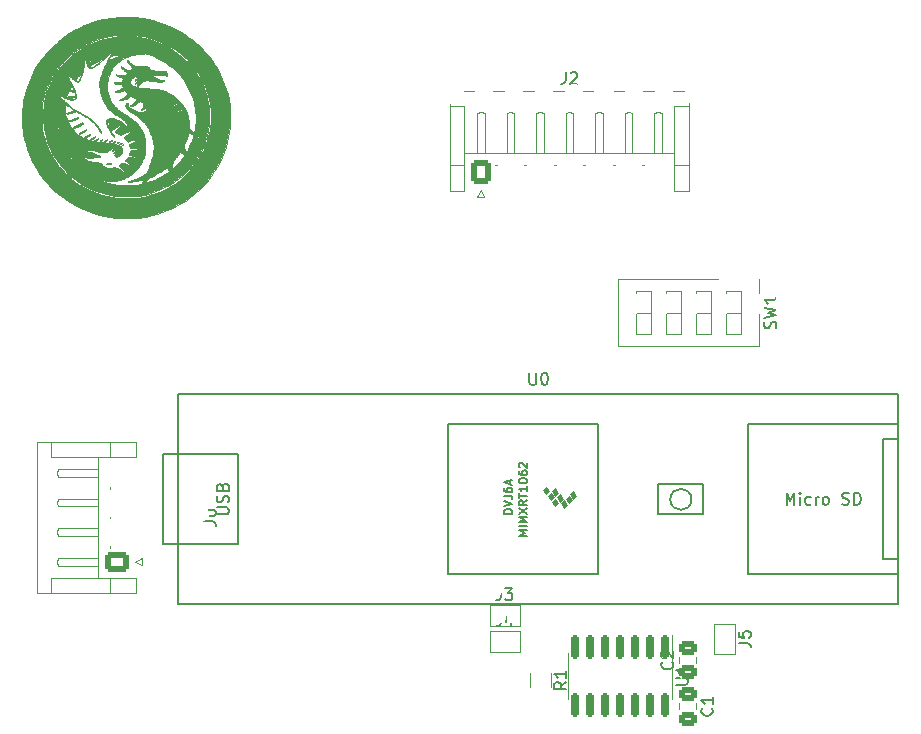
<source format=gto>
G04 #@! TF.GenerationSoftware,KiCad,Pcbnew,(6.0.1)*
G04 #@! TF.CreationDate,2022-01-19T01:46:26+10:00*
G04 #@! TF.ProjectId,RedPyKeeb_MCU,52656450-794b-4656-9562-5f4d43552e6b,rev?*
G04 #@! TF.SameCoordinates,Original*
G04 #@! TF.FileFunction,Legend,Top*
G04 #@! TF.FilePolarity,Positive*
%FSLAX46Y46*%
G04 Gerber Fmt 4.6, Leading zero omitted, Abs format (unit mm)*
G04 Created by KiCad (PCBNEW (6.0.1)) date 2022-01-19 01:46:26*
%MOMM*%
%LPD*%
G01*
G04 APERTURE LIST*
G04 Aperture macros list*
%AMRoundRect*
0 Rectangle with rounded corners*
0 $1 Rounding radius*
0 $2 $3 $4 $5 $6 $7 $8 $9 X,Y pos of 4 corners*
0 Add a 4 corners polygon primitive as box body*
4,1,4,$2,$3,$4,$5,$6,$7,$8,$9,$2,$3,0*
0 Add four circle primitives for the rounded corners*
1,1,$1+$1,$2,$3*
1,1,$1+$1,$4,$5*
1,1,$1+$1,$6,$7*
1,1,$1+$1,$8,$9*
0 Add four rect primitives between the rounded corners*
20,1,$1+$1,$2,$3,$4,$5,0*
20,1,$1+$1,$4,$5,$6,$7,0*
20,1,$1+$1,$6,$7,$8,$9,0*
20,1,$1+$1,$8,$9,$2,$3,0*%
%AMFreePoly0*
4,1,30,0.174003,0.741867,0.334039,0.684881,0.477472,0.593856,0.597174,0.473315,0.687196,0.329249,0.743064,0.168820,0.762000,0.000000,0.761703,-0.021276,0.738060,-0.189502,0.677735,-0.348309,0.583726,-0.489804,0.460705,-0.606956,0.314786,-0.693941,0.153221,-0.746436,-0.015958,-0.761833,-0.184344,-0.739365,-0.343569,-0.680150,-0.485717,-0.587131,-0.603725,-0.464931,-0.691726,-0.319622,
-0.745348,-0.158429,-0.761926,0.010639,-0.740634,0.179178,-0.682532,0.338812,-0.590508,0.481606,-0.469134,0.600464,-0.324444,0.689478,-0.163628,0.744224,0.005320,0.761981,0.174003,0.741867,0.174003,0.741867,$1*%
%AMFreePoly1*
4,1,13,0.535355,0.535355,0.550000,0.500000,0.550000,-0.500000,0.535355,-0.535355,0.500000,-0.550000,-0.500000,-0.550000,-0.535355,-0.535355,-0.550000,-0.500000,-0.550000,0.500000,-0.535355,0.535355,-0.500000,0.550000,0.500000,0.550000,0.535355,0.535355,0.535355,0.535355,$1*%
G04 Aperture macros list end*
%ADD10C,0.150000*%
%ADD11C,0.120000*%
%ADD12C,0.100000*%
%ADD13C,0.010000*%
%ADD14RoundRect,0.250000X0.725000X-0.600000X0.725000X0.600000X-0.725000X0.600000X-0.725000X-0.600000X0*%
%ADD15O,1.950000X1.700000*%
%ADD16RoundRect,0.150000X-0.150000X0.825000X-0.150000X-0.825000X0.150000X-0.825000X0.150000X0.825000X0*%
%ADD17RoundRect,0.250000X-0.600000X-0.725000X0.600000X-0.725000X0.600000X0.725000X-0.600000X0.725000X0*%
%ADD18O,1.700000X1.950000*%
%ADD19RoundRect,0.250000X-0.475000X0.337500X-0.475000X-0.337500X0.475000X-0.337500X0.475000X0.337500X0*%
%ADD20RoundRect,0.250000X0.475000X-0.337500X0.475000X0.337500X-0.475000X0.337500X-0.475000X-0.337500X0*%
%ADD21R,1.600000X1.600000*%
%ADD22C,1.600000*%
%ADD23C,1.300000*%
%ADD24R,1.300000X1.500000*%
%ADD25R,1.120000X2.440000*%
%ADD26R,0.970000X1.270000*%
%ADD27R,1.270000X0.970000*%
%ADD28R,1.000000X3.150000*%
%ADD29O,1.500000X1.500000*%
%ADD30O,1.800000X1.800000*%
%ADD31O,1.700000X1.700000*%
%ADD32R,1.700000X1.700000*%
%ADD33FreePoly0,90.000000*%
%ADD34FreePoly1,90.000000*%
G04 APERTURE END LIST*
D10*
X31755780Y-58198533D02*
X32470066Y-58198533D01*
X32612923Y-58246152D01*
X32708161Y-58341390D01*
X32755780Y-58484247D01*
X32755780Y-58579485D01*
X31755780Y-57531866D02*
X31755780Y-57436628D01*
X31803400Y-57341390D01*
X31851019Y-57293771D01*
X31946257Y-57246152D01*
X32136733Y-57198533D01*
X32374828Y-57198533D01*
X32565304Y-57246152D01*
X32660542Y-57293771D01*
X32708161Y-57341390D01*
X32755780Y-57436628D01*
X32755780Y-57531866D01*
X32708161Y-57627104D01*
X32660542Y-57674723D01*
X32565304Y-57722342D01*
X32374828Y-57769961D01*
X32136733Y-57769961D01*
X31946257Y-57722342D01*
X31851019Y-57674723D01*
X31803400Y-57627104D01*
X31755780Y-57531866D01*
X71706180Y-72029104D02*
X72515704Y-72029104D01*
X72610942Y-71981485D01*
X72658561Y-71933866D01*
X72706180Y-71838628D01*
X72706180Y-71648152D01*
X72658561Y-71552914D01*
X72610942Y-71505295D01*
X72515704Y-71457676D01*
X71706180Y-71457676D01*
X72706180Y-70457676D02*
X72706180Y-71029104D01*
X72706180Y-70743390D02*
X71706180Y-70743390D01*
X71849038Y-70838628D01*
X71944276Y-70933866D01*
X71991895Y-71029104D01*
X62366666Y-20152380D02*
X62366666Y-20866666D01*
X62319047Y-21009523D01*
X62223809Y-21104761D01*
X62080952Y-21152380D01*
X61985714Y-21152380D01*
X62795238Y-20247619D02*
X62842857Y-20200000D01*
X62938095Y-20152380D01*
X63176190Y-20152380D01*
X63271428Y-20200000D01*
X63319047Y-20247619D01*
X63366666Y-20342857D01*
X63366666Y-20438095D01*
X63319047Y-20580952D01*
X62747619Y-21152380D01*
X63366666Y-21152380D01*
X74751342Y-74024666D02*
X74798961Y-74072285D01*
X74846580Y-74215142D01*
X74846580Y-74310380D01*
X74798961Y-74453238D01*
X74703723Y-74548476D01*
X74608485Y-74596095D01*
X74418009Y-74643714D01*
X74275152Y-74643714D01*
X74084676Y-74596095D01*
X73989438Y-74548476D01*
X73894200Y-74453238D01*
X73846580Y-74310380D01*
X73846580Y-74215142D01*
X73894200Y-74072285D01*
X73941819Y-74024666D01*
X74846580Y-73072285D02*
X74846580Y-73643714D01*
X74846580Y-73358000D02*
X73846580Y-73358000D01*
X73989438Y-73453238D01*
X74084676Y-73548476D01*
X74132295Y-73643714D01*
X71391342Y-70113066D02*
X71438961Y-70160685D01*
X71486580Y-70303542D01*
X71486580Y-70398780D01*
X71438961Y-70541638D01*
X71343723Y-70636876D01*
X71248485Y-70684495D01*
X71058009Y-70732114D01*
X70915152Y-70732114D01*
X70724676Y-70684495D01*
X70629438Y-70636876D01*
X70534200Y-70541638D01*
X70486580Y-70398780D01*
X70486580Y-70303542D01*
X70534200Y-70160685D01*
X70581819Y-70113066D01*
X70581819Y-69732114D02*
X70534200Y-69684495D01*
X70486580Y-69589257D01*
X70486580Y-69351161D01*
X70534200Y-69255923D01*
X70581819Y-69208304D01*
X70677057Y-69160685D01*
X70772295Y-69160685D01*
X70915152Y-69208304D01*
X71486580Y-69779733D01*
X71486580Y-69160685D01*
X59303095Y-45624380D02*
X59303095Y-46433904D01*
X59350714Y-46529142D01*
X59398333Y-46576761D01*
X59493571Y-46624380D01*
X59684047Y-46624380D01*
X59779285Y-46576761D01*
X59826904Y-46529142D01*
X59874523Y-46433904D01*
X59874523Y-45624380D01*
X60541190Y-45624380D02*
X60636428Y-45624380D01*
X60731666Y-45672000D01*
X60779285Y-45719619D01*
X60826904Y-45814857D01*
X60874523Y-46005333D01*
X60874523Y-46243428D01*
X60826904Y-46433904D01*
X60779285Y-46529142D01*
X60731666Y-46576761D01*
X60636428Y-46624380D01*
X60541190Y-46624380D01*
X60445952Y-46576761D01*
X60398333Y-46529142D01*
X60350714Y-46433904D01*
X60303095Y-46243428D01*
X60303095Y-46005333D01*
X60350714Y-45814857D01*
X60398333Y-45719619D01*
X60445952Y-45672000D01*
X60541190Y-45624380D01*
X57841666Y-57535333D02*
X57141666Y-57535333D01*
X57141666Y-57368666D01*
X57175000Y-57268666D01*
X57241666Y-57202000D01*
X57308333Y-57168666D01*
X57441666Y-57135333D01*
X57541666Y-57135333D01*
X57675000Y-57168666D01*
X57741666Y-57202000D01*
X57808333Y-57268666D01*
X57841666Y-57368666D01*
X57841666Y-57535333D01*
X57141666Y-56935333D02*
X57841666Y-56702000D01*
X57141666Y-56468666D01*
X57141666Y-56035333D02*
X57641666Y-56035333D01*
X57741666Y-56068666D01*
X57808333Y-56135333D01*
X57841666Y-56235333D01*
X57841666Y-56302000D01*
X57141666Y-55402000D02*
X57141666Y-55535333D01*
X57175000Y-55602000D01*
X57208333Y-55635333D01*
X57308333Y-55702000D01*
X57441666Y-55735333D01*
X57708333Y-55735333D01*
X57775000Y-55702000D01*
X57808333Y-55668666D01*
X57841666Y-55602000D01*
X57841666Y-55468666D01*
X57808333Y-55402000D01*
X57775000Y-55368666D01*
X57708333Y-55335333D01*
X57541666Y-55335333D01*
X57475000Y-55368666D01*
X57441666Y-55402000D01*
X57408333Y-55468666D01*
X57408333Y-55602000D01*
X57441666Y-55668666D01*
X57475000Y-55702000D01*
X57541666Y-55735333D01*
X57641666Y-55068666D02*
X57641666Y-54735333D01*
X57841666Y-55135333D02*
X57141666Y-54902000D01*
X57841666Y-54668666D01*
X32847380Y-57593904D02*
X33656904Y-57593904D01*
X33752142Y-57546285D01*
X33799761Y-57498666D01*
X33847380Y-57403428D01*
X33847380Y-57212952D01*
X33799761Y-57117714D01*
X33752142Y-57070095D01*
X33656904Y-57022476D01*
X32847380Y-57022476D01*
X33799761Y-56593904D02*
X33847380Y-56451047D01*
X33847380Y-56212952D01*
X33799761Y-56117714D01*
X33752142Y-56070095D01*
X33656904Y-56022476D01*
X33561666Y-56022476D01*
X33466428Y-56070095D01*
X33418809Y-56117714D01*
X33371190Y-56212952D01*
X33323571Y-56403428D01*
X33275952Y-56498666D01*
X33228333Y-56546285D01*
X33133095Y-56593904D01*
X33037857Y-56593904D01*
X32942619Y-56546285D01*
X32895000Y-56498666D01*
X32847380Y-56403428D01*
X32847380Y-56165333D01*
X32895000Y-56022476D01*
X33323571Y-55260571D02*
X33371190Y-55117714D01*
X33418809Y-55070095D01*
X33514047Y-55022476D01*
X33656904Y-55022476D01*
X33752142Y-55070095D01*
X33799761Y-55117714D01*
X33847380Y-55212952D01*
X33847380Y-55593904D01*
X32847380Y-55593904D01*
X32847380Y-55260571D01*
X32895000Y-55165333D01*
X32942619Y-55117714D01*
X33037857Y-55070095D01*
X33133095Y-55070095D01*
X33228333Y-55117714D01*
X33275952Y-55165333D01*
X33323571Y-55260571D01*
X33323571Y-55593904D01*
X81075952Y-56784380D02*
X81075952Y-55784380D01*
X81409285Y-56498666D01*
X81742619Y-55784380D01*
X81742619Y-56784380D01*
X82218809Y-56784380D02*
X82218809Y-56117714D01*
X82218809Y-55784380D02*
X82171190Y-55832000D01*
X82218809Y-55879619D01*
X82266428Y-55832000D01*
X82218809Y-55784380D01*
X82218809Y-55879619D01*
X83123571Y-56736761D02*
X83028333Y-56784380D01*
X82837857Y-56784380D01*
X82742619Y-56736761D01*
X82695000Y-56689142D01*
X82647380Y-56593904D01*
X82647380Y-56308190D01*
X82695000Y-56212952D01*
X82742619Y-56165333D01*
X82837857Y-56117714D01*
X83028333Y-56117714D01*
X83123571Y-56165333D01*
X83552142Y-56784380D02*
X83552142Y-56117714D01*
X83552142Y-56308190D02*
X83599761Y-56212952D01*
X83647380Y-56165333D01*
X83742619Y-56117714D01*
X83837857Y-56117714D01*
X84314047Y-56784380D02*
X84218809Y-56736761D01*
X84171190Y-56689142D01*
X84123571Y-56593904D01*
X84123571Y-56308190D01*
X84171190Y-56212952D01*
X84218809Y-56165333D01*
X84314047Y-56117714D01*
X84456904Y-56117714D01*
X84552142Y-56165333D01*
X84599761Y-56212952D01*
X84647380Y-56308190D01*
X84647380Y-56593904D01*
X84599761Y-56689142D01*
X84552142Y-56736761D01*
X84456904Y-56784380D01*
X84314047Y-56784380D01*
X85790238Y-56736761D02*
X85933095Y-56784380D01*
X86171190Y-56784380D01*
X86266428Y-56736761D01*
X86314047Y-56689142D01*
X86361666Y-56593904D01*
X86361666Y-56498666D01*
X86314047Y-56403428D01*
X86266428Y-56355809D01*
X86171190Y-56308190D01*
X85980714Y-56260571D01*
X85885476Y-56212952D01*
X85837857Y-56165333D01*
X85790238Y-56070095D01*
X85790238Y-55974857D01*
X85837857Y-55879619D01*
X85885476Y-55832000D01*
X85980714Y-55784380D01*
X86218809Y-55784380D01*
X86361666Y-55832000D01*
X86790238Y-56784380D02*
X86790238Y-55784380D01*
X87028333Y-55784380D01*
X87171190Y-55832000D01*
X87266428Y-55927238D01*
X87314047Y-56022476D01*
X87361666Y-56212952D01*
X87361666Y-56355809D01*
X87314047Y-56546285D01*
X87266428Y-56641523D01*
X87171190Y-56736761D01*
X87028333Y-56784380D01*
X86790238Y-56784380D01*
X59111666Y-59415333D02*
X58411666Y-59415333D01*
X58911666Y-59182000D01*
X58411666Y-58948666D01*
X59111666Y-58948666D01*
X59111666Y-58615333D02*
X58411666Y-58615333D01*
X59111666Y-58282000D02*
X58411666Y-58282000D01*
X58911666Y-58048666D01*
X58411666Y-57815333D01*
X59111666Y-57815333D01*
X58411666Y-57548666D02*
X59111666Y-57082000D01*
X58411666Y-57082000D02*
X59111666Y-57548666D01*
X59111666Y-56415333D02*
X58778333Y-56648666D01*
X59111666Y-56815333D02*
X58411666Y-56815333D01*
X58411666Y-56548666D01*
X58445000Y-56482000D01*
X58478333Y-56448666D01*
X58545000Y-56415333D01*
X58645000Y-56415333D01*
X58711666Y-56448666D01*
X58745000Y-56482000D01*
X58778333Y-56548666D01*
X58778333Y-56815333D01*
X58411666Y-56215333D02*
X58411666Y-55815333D01*
X59111666Y-56015333D02*
X58411666Y-56015333D01*
X59111666Y-55215333D02*
X59111666Y-55615333D01*
X59111666Y-55415333D02*
X58411666Y-55415333D01*
X58511666Y-55482000D01*
X58578333Y-55548666D01*
X58611666Y-55615333D01*
X58411666Y-54782000D02*
X58411666Y-54715333D01*
X58445000Y-54648666D01*
X58478333Y-54615333D01*
X58545000Y-54582000D01*
X58678333Y-54548666D01*
X58845000Y-54548666D01*
X58978333Y-54582000D01*
X59045000Y-54615333D01*
X59078333Y-54648666D01*
X59111666Y-54715333D01*
X59111666Y-54782000D01*
X59078333Y-54848666D01*
X59045000Y-54882000D01*
X58978333Y-54915333D01*
X58845000Y-54948666D01*
X58678333Y-54948666D01*
X58545000Y-54915333D01*
X58478333Y-54882000D01*
X58445000Y-54848666D01*
X58411666Y-54782000D01*
X58411666Y-53948666D02*
X58411666Y-54082000D01*
X58445000Y-54148666D01*
X58478333Y-54182000D01*
X58578333Y-54248666D01*
X58711666Y-54282000D01*
X58978333Y-54282000D01*
X59045000Y-54248666D01*
X59078333Y-54215333D01*
X59111666Y-54148666D01*
X59111666Y-54015333D01*
X59078333Y-53948666D01*
X59045000Y-53915333D01*
X58978333Y-53882000D01*
X58811666Y-53882000D01*
X58745000Y-53915333D01*
X58711666Y-53948666D01*
X58678333Y-54015333D01*
X58678333Y-54148666D01*
X58711666Y-54215333D01*
X58745000Y-54248666D01*
X58811666Y-54282000D01*
X58478333Y-53615333D02*
X58445000Y-53582000D01*
X58411666Y-53515333D01*
X58411666Y-53348666D01*
X58445000Y-53282000D01*
X58478333Y-53248666D01*
X58545000Y-53215333D01*
X58611666Y-53215333D01*
X58711666Y-53248666D01*
X59111666Y-53648666D01*
X59111666Y-53215333D01*
X62420580Y-71811066D02*
X61944390Y-72144400D01*
X62420580Y-72382495D02*
X61420580Y-72382495D01*
X61420580Y-72001542D01*
X61468200Y-71906304D01*
X61515819Y-71858685D01*
X61611057Y-71811066D01*
X61753914Y-71811066D01*
X61849152Y-71858685D01*
X61896771Y-71906304D01*
X61944390Y-72001542D01*
X61944390Y-72382495D01*
X62420580Y-70858685D02*
X62420580Y-71430114D01*
X62420580Y-71144400D02*
X61420580Y-71144400D01*
X61563438Y-71239638D01*
X61658676Y-71334876D01*
X61706295Y-71430114D01*
X80149761Y-41866533D02*
X80197380Y-41723676D01*
X80197380Y-41485580D01*
X80149761Y-41390342D01*
X80102142Y-41342723D01*
X80006904Y-41295104D01*
X79911666Y-41295104D01*
X79816428Y-41342723D01*
X79768809Y-41390342D01*
X79721190Y-41485580D01*
X79673571Y-41676057D01*
X79625952Y-41771295D01*
X79578333Y-41818914D01*
X79483095Y-41866533D01*
X79387857Y-41866533D01*
X79292619Y-41818914D01*
X79245000Y-41771295D01*
X79197380Y-41676057D01*
X79197380Y-41437961D01*
X79245000Y-41295104D01*
X79197380Y-40961771D02*
X80197380Y-40723676D01*
X79483095Y-40533200D01*
X80197380Y-40342723D01*
X79197380Y-40104628D01*
X80197380Y-39199866D02*
X80197380Y-39771295D01*
X80197380Y-39485580D02*
X79197380Y-39485580D01*
X79340238Y-39580819D01*
X79435476Y-39676057D01*
X79483095Y-39771295D01*
X56866666Y-66072380D02*
X56866666Y-66786666D01*
X56819047Y-66929523D01*
X56723809Y-67024761D01*
X56580952Y-67072380D01*
X56485714Y-67072380D01*
X57771428Y-66405714D02*
X57771428Y-67072380D01*
X57533333Y-66024761D02*
X57295238Y-66739047D01*
X57914285Y-66739047D01*
X56866666Y-63872380D02*
X56866666Y-64586666D01*
X56819047Y-64729523D01*
X56723809Y-64824761D01*
X56580952Y-64872380D01*
X56485714Y-64872380D01*
X57247619Y-63872380D02*
X57866666Y-63872380D01*
X57533333Y-64253333D01*
X57676190Y-64253333D01*
X57771428Y-64300952D01*
X57819047Y-64348571D01*
X57866666Y-64443809D01*
X57866666Y-64681904D01*
X57819047Y-64777142D01*
X57771428Y-64824761D01*
X57676190Y-64872380D01*
X57390476Y-64872380D01*
X57295238Y-64824761D01*
X57247619Y-64777142D01*
X77032380Y-68493333D02*
X77746666Y-68493333D01*
X77889523Y-68540952D01*
X77984761Y-68636190D01*
X78032380Y-68779047D01*
X78032380Y-68874285D01*
X77032380Y-67540952D02*
X77032380Y-68017142D01*
X77508571Y-68064761D01*
X77460952Y-68017142D01*
X77413333Y-67921904D01*
X77413333Y-67683809D01*
X77460952Y-67588571D01*
X77508571Y-67540952D01*
X77603809Y-67493333D01*
X77841904Y-67493333D01*
X77937142Y-67540952D01*
X77984761Y-67588571D01*
X78032380Y-67683809D01*
X78032380Y-67921904D01*
X77984761Y-68017142D01*
X77937142Y-68064761D01*
D11*
X19393400Y-61295200D02*
X22813400Y-61295200D01*
X22813400Y-54435200D02*
X19393400Y-54435200D01*
X22813400Y-58795200D02*
X22813400Y-59115200D01*
X19393400Y-61935200D02*
X19313400Y-61615200D01*
X17593400Y-64225200D02*
X17593400Y-51505200D01*
X19393400Y-58795200D02*
X22813400Y-58795200D01*
X22813400Y-59435200D02*
X19393400Y-59435200D01*
X23813400Y-55445200D02*
X23813400Y-55285200D01*
X22813400Y-59115200D02*
X22813400Y-59435200D01*
X18813400Y-52725200D02*
X23813400Y-52725200D01*
X22813400Y-61615200D02*
X22813400Y-61935200D01*
X19393400Y-53795200D02*
X22813400Y-53795200D01*
X26013400Y-64225200D02*
X17593400Y-64225200D01*
X19393400Y-56295200D02*
X22813400Y-56295200D01*
X26013400Y-52725200D02*
X23813400Y-52725200D01*
X19313400Y-54115200D02*
X19393400Y-53795200D01*
X22813400Y-63005200D02*
X22813400Y-52725200D01*
X22813400Y-56615200D02*
X22813400Y-56935200D01*
X26013400Y-51505200D02*
X26013400Y-52725200D01*
X26503400Y-61315200D02*
X25903400Y-61615200D01*
X23813400Y-60445200D02*
X23813400Y-60285200D01*
X18813400Y-51505200D02*
X18813400Y-52725200D01*
X23813400Y-63005200D02*
X26013400Y-63005200D01*
X26013400Y-63005200D02*
X26013400Y-64225200D01*
X19393400Y-56935200D02*
X19313400Y-56615200D01*
X25903400Y-61615200D02*
X26503400Y-61915200D01*
X23813400Y-57945200D02*
X23813400Y-57785200D01*
X19393400Y-59435200D02*
X19313400Y-59115200D01*
X22813400Y-56295200D02*
X22813400Y-56615200D01*
X19393400Y-54435200D02*
X19313400Y-54115200D01*
X17593400Y-51505200D02*
X26013400Y-51505200D01*
X22813400Y-61295200D02*
X22813400Y-61615200D01*
X23813400Y-52725200D02*
X23813400Y-51505200D01*
X23813400Y-63005200D02*
X23813400Y-64225200D01*
X18813400Y-63005200D02*
X23813400Y-63005200D01*
X19313400Y-56615200D02*
X19393400Y-56295200D01*
X19313400Y-59115200D02*
X19393400Y-58795200D01*
X26503400Y-61915200D02*
X26503400Y-61315200D01*
X22813400Y-61935200D02*
X19393400Y-61935200D01*
X22813400Y-56935200D02*
X19393400Y-56935200D01*
X22813400Y-53795200D02*
X22813400Y-54115200D01*
X22813400Y-54115200D02*
X22813400Y-54435200D01*
X19313400Y-61615200D02*
X19393400Y-61295200D01*
X18813400Y-64225200D02*
X18813400Y-63005200D01*
X71408800Y-71267200D02*
X71408800Y-67817200D01*
X62538800Y-71267200D02*
X62538800Y-73217200D01*
X71408800Y-71267200D02*
X71408800Y-73217200D01*
X62538800Y-71267200D02*
X62538800Y-69317200D01*
X70200000Y-23510000D02*
X70520000Y-23590000D01*
X57380000Y-23590000D02*
X57700000Y-23510000D01*
X70200000Y-27010000D02*
X69880000Y-27010000D01*
X72810000Y-30210000D02*
X71590000Y-30210000D01*
X55500000Y-30700000D02*
X55200000Y-30100000D01*
X60520000Y-27010000D02*
X60200000Y-27010000D01*
X69880000Y-27010000D02*
X69880000Y-23590000D01*
X62700000Y-23510000D02*
X63020000Y-23590000D01*
X55520000Y-27010000D02*
X55200000Y-27010000D01*
X54900000Y-30700000D02*
X55500000Y-30700000D01*
X68020000Y-27010000D02*
X67700000Y-27010000D01*
X52590000Y-30210000D02*
X52590000Y-21790000D01*
X55200000Y-23510000D02*
X55520000Y-23590000D01*
X62380000Y-27010000D02*
X62380000Y-23590000D01*
X71590000Y-23010000D02*
X71590000Y-28010000D01*
X72810000Y-21790000D02*
X72810000Y-30210000D01*
X65200000Y-23510000D02*
X65520000Y-23590000D01*
X54880000Y-27010000D02*
X54880000Y-23590000D01*
X55200000Y-27010000D02*
X54880000Y-27010000D01*
X68020000Y-23590000D02*
X68020000Y-27010000D01*
X60520000Y-23590000D02*
X60520000Y-27010000D01*
X67700000Y-27010000D02*
X67380000Y-27010000D01*
X53810000Y-23010000D02*
X53810000Y-28010000D01*
X60200000Y-27010000D02*
X59880000Y-27010000D01*
X72810000Y-23010000D02*
X71590000Y-23010000D01*
X70520000Y-23590000D02*
X70520000Y-27010000D01*
X59880000Y-27010000D02*
X59880000Y-23590000D01*
X67380000Y-27010000D02*
X67380000Y-23590000D01*
X65520000Y-27010000D02*
X65200000Y-27010000D01*
X57380000Y-27010000D02*
X57380000Y-23590000D01*
X53810000Y-28010000D02*
X53810000Y-30210000D01*
X70520000Y-27010000D02*
X70200000Y-27010000D01*
X63020000Y-23590000D02*
X63020000Y-27010000D01*
X58020000Y-27010000D02*
X57700000Y-27010000D01*
X57700000Y-23510000D02*
X58020000Y-23590000D01*
X62700000Y-27010000D02*
X62380000Y-27010000D01*
X56370000Y-28010000D02*
X56530000Y-28010000D01*
X55200000Y-30100000D02*
X54900000Y-30700000D01*
X60200000Y-23510000D02*
X60520000Y-23590000D01*
X65520000Y-23590000D02*
X65520000Y-27010000D01*
X68870000Y-28010000D02*
X69030000Y-28010000D01*
X63870000Y-28010000D02*
X64030000Y-28010000D01*
X54880000Y-23590000D02*
X55200000Y-23510000D01*
X66370000Y-28010000D02*
X66530000Y-28010000D01*
X61370000Y-28010000D02*
X61530000Y-28010000D01*
X63020000Y-27010000D02*
X62700000Y-27010000D01*
X69880000Y-23590000D02*
X70200000Y-23510000D01*
X65200000Y-27010000D02*
X64880000Y-27010000D01*
X62380000Y-23590000D02*
X62700000Y-23510000D01*
X59880000Y-23590000D02*
X60200000Y-23510000D01*
X52590000Y-23010000D02*
X53810000Y-23010000D01*
X67380000Y-23590000D02*
X67700000Y-23510000D01*
X71590000Y-28010000D02*
X72810000Y-28010000D01*
X71590000Y-30210000D02*
X71590000Y-28010000D01*
X52590000Y-21790000D02*
X72810000Y-21790000D01*
X64880000Y-23590000D02*
X65200000Y-23510000D01*
X64880000Y-27010000D02*
X64880000Y-23590000D01*
X67700000Y-23510000D02*
X68020000Y-23590000D01*
X53810000Y-28010000D02*
X52590000Y-28010000D01*
X53810000Y-30210000D02*
X52590000Y-30210000D01*
X58870000Y-28010000D02*
X59030000Y-28010000D01*
X57700000Y-27010000D02*
X57380000Y-27010000D01*
X58020000Y-23590000D02*
X58020000Y-27010000D01*
X53810000Y-27010000D02*
X71590000Y-27010000D01*
X55520000Y-23590000D02*
X55520000Y-27010000D01*
X73449200Y-73596748D02*
X73449200Y-74119252D01*
X71979200Y-73596748D02*
X71979200Y-74119252D01*
X73449200Y-70207652D02*
X73449200Y-69685148D01*
X71979200Y-70207652D02*
X71979200Y-69685148D01*
D10*
X34665000Y-60142000D02*
X34665000Y-52522000D01*
X28315000Y-52522000D02*
X29585000Y-52522000D01*
X52445000Y-62682000D02*
X65145000Y-62682000D01*
X29585000Y-65222000D02*
X29585000Y-47442000D01*
X34665000Y-60142000D02*
X29585000Y-60142000D01*
X77845000Y-62682000D02*
X90545000Y-62682000D01*
X90545000Y-49982000D02*
X77845000Y-49982000D01*
X65145000Y-49982000D02*
X52445000Y-49982000D01*
X29585000Y-60142000D02*
X28315000Y-60142000D01*
X89275000Y-61412000D02*
X90545000Y-61412000D01*
X74035000Y-57602000D02*
X70225000Y-57602000D01*
X65145000Y-62682000D02*
X65145000Y-49982000D01*
X89275000Y-51252000D02*
X89275000Y-61412000D01*
X90545000Y-65222000D02*
X29585000Y-65222000D01*
X77845000Y-49982000D02*
X77845000Y-62682000D01*
X29585000Y-47442000D02*
X90545000Y-47442000D01*
X90545000Y-47442000D02*
X90545000Y-65222000D01*
X52445000Y-49982000D02*
X52445000Y-62682000D01*
X70225000Y-57602000D02*
X70225000Y-55062000D01*
X34665000Y-52522000D02*
X29585000Y-52522000D01*
X74035000Y-55062000D02*
X74035000Y-57602000D01*
X28315000Y-60142000D02*
X28315000Y-52522000D01*
X90545000Y-51252000D02*
X89275000Y-51252000D01*
X70225000Y-55062000D02*
X74035000Y-55062000D01*
X73028026Y-56332000D02*
G75*
G03*
X73028026Y-56332000I-898026J0D01*
G01*
D12*
X61738000Y-56660000D02*
X61484000Y-56914000D01*
X61484000Y-56914000D02*
X61230000Y-56533000D01*
X61230000Y-56533000D02*
X61484000Y-56279000D01*
X61484000Y-56279000D02*
X61738000Y-56660000D01*
G36*
X61738000Y-56660000D02*
G01*
X61484000Y-56914000D01*
X61230000Y-56533000D01*
X61484000Y-56279000D01*
X61738000Y-56660000D01*
G37*
X61738000Y-56660000D02*
X61484000Y-56914000D01*
X61230000Y-56533000D01*
X61484000Y-56279000D01*
X61738000Y-56660000D01*
X63262000Y-56025000D02*
X63008000Y-56279000D01*
X63008000Y-56279000D02*
X62754000Y-55898000D01*
X62754000Y-55898000D02*
X63008000Y-55644000D01*
X63008000Y-55644000D02*
X63262000Y-56025000D01*
G36*
X63262000Y-56025000D02*
G01*
X63008000Y-56279000D01*
X62754000Y-55898000D01*
X63008000Y-55644000D01*
X63262000Y-56025000D01*
G37*
X63262000Y-56025000D02*
X63008000Y-56279000D01*
X62754000Y-55898000D01*
X63008000Y-55644000D01*
X63262000Y-56025000D01*
X62119000Y-56279000D02*
X61865000Y-56533000D01*
X61865000Y-56533000D02*
X61611000Y-56152000D01*
X61611000Y-56152000D02*
X61865000Y-55898000D01*
X61865000Y-55898000D02*
X62119000Y-56279000D01*
G36*
X62119000Y-56279000D02*
G01*
X61865000Y-56533000D01*
X61611000Y-56152000D01*
X61865000Y-55898000D01*
X62119000Y-56279000D01*
G37*
X62119000Y-56279000D02*
X61865000Y-56533000D01*
X61611000Y-56152000D01*
X61865000Y-55898000D01*
X62119000Y-56279000D01*
X61357000Y-56152000D02*
X61103000Y-56406000D01*
X61103000Y-56406000D02*
X60849000Y-56025000D01*
X60849000Y-56025000D02*
X61103000Y-55771000D01*
X61103000Y-55771000D02*
X61357000Y-56152000D01*
G36*
X61357000Y-56152000D02*
G01*
X61103000Y-56406000D01*
X60849000Y-56025000D01*
X61103000Y-55771000D01*
X61357000Y-56152000D01*
G37*
X61357000Y-56152000D02*
X61103000Y-56406000D01*
X60849000Y-56025000D01*
X61103000Y-55771000D01*
X61357000Y-56152000D01*
X60976000Y-55644000D02*
X60722000Y-55898000D01*
X60722000Y-55898000D02*
X60468000Y-55517000D01*
X60468000Y-55517000D02*
X60722000Y-55263000D01*
X60722000Y-55263000D02*
X60976000Y-55644000D01*
G36*
X60976000Y-55644000D02*
G01*
X60722000Y-55898000D01*
X60468000Y-55517000D01*
X60722000Y-55263000D01*
X60976000Y-55644000D01*
G37*
X60976000Y-55644000D02*
X60722000Y-55898000D01*
X60468000Y-55517000D01*
X60722000Y-55263000D01*
X60976000Y-55644000D01*
X62881000Y-56406000D02*
X62627000Y-56660000D01*
X62627000Y-56660000D02*
X62373000Y-56279000D01*
X62373000Y-56279000D02*
X62627000Y-56025000D01*
X62627000Y-56025000D02*
X62881000Y-56406000D01*
G36*
X62881000Y-56406000D02*
G01*
X62627000Y-56660000D01*
X62373000Y-56279000D01*
X62627000Y-56025000D01*
X62881000Y-56406000D01*
G37*
X62881000Y-56406000D02*
X62627000Y-56660000D01*
X62373000Y-56279000D01*
X62627000Y-56025000D01*
X62881000Y-56406000D01*
X61738000Y-55771000D02*
X61484000Y-56025000D01*
X61484000Y-56025000D02*
X61230000Y-55644000D01*
X61230000Y-55644000D02*
X61484000Y-55390000D01*
X61484000Y-55390000D02*
X61738000Y-55771000D01*
G36*
X61738000Y-55771000D02*
G01*
X61484000Y-56025000D01*
X61230000Y-55644000D01*
X61484000Y-55390000D01*
X61738000Y-55771000D01*
G37*
X61738000Y-55771000D02*
X61484000Y-56025000D01*
X61230000Y-55644000D01*
X61484000Y-55390000D01*
X61738000Y-55771000D01*
X62500000Y-56787000D02*
X62246000Y-57041000D01*
X62246000Y-57041000D02*
X61992000Y-56660000D01*
X61992000Y-56660000D02*
X62246000Y-56406000D01*
X62246000Y-56406000D02*
X62500000Y-56787000D01*
G36*
X62500000Y-56787000D02*
G01*
X62246000Y-57041000D01*
X61992000Y-56660000D01*
X62246000Y-56406000D01*
X62500000Y-56787000D01*
G37*
X62500000Y-56787000D02*
X62246000Y-57041000D01*
X61992000Y-56660000D01*
X62246000Y-56406000D01*
X62500000Y-56787000D01*
D11*
X61148200Y-71044400D02*
X61148200Y-72244400D01*
X59388200Y-72244400D02*
X59388200Y-71044400D01*
X75940000Y-42343200D02*
X77210000Y-42343200D01*
X72130000Y-38723200D02*
X70860000Y-38723200D01*
X70860000Y-38723200D02*
X70860000Y-42343200D01*
X69590000Y-42343200D02*
X69590000Y-38723200D01*
X72130000Y-42343200D02*
X72130000Y-38723200D01*
X69590000Y-40533200D02*
X68320000Y-40533200D01*
X78745000Y-37688200D02*
X78745000Y-43378200D01*
X73400000Y-38723200D02*
X73400000Y-42343200D01*
X78745000Y-43378200D02*
X66785000Y-43378200D01*
X66785000Y-37688200D02*
X75305000Y-37688200D01*
X75940000Y-38723200D02*
X75940000Y-42343200D01*
X69590000Y-38723200D02*
X68320000Y-38723200D01*
X73400000Y-42343200D02*
X74670000Y-42343200D01*
X77210000Y-40533200D02*
X75940000Y-40533200D01*
X74670000Y-38723200D02*
X73400000Y-38723200D01*
X68320000Y-38723200D02*
X68320000Y-42343200D01*
X72130000Y-40533200D02*
X70860000Y-40533200D01*
X68320000Y-42343200D02*
X69590000Y-42343200D01*
X66785000Y-43378200D02*
X66785000Y-37688200D01*
X77210000Y-38723200D02*
X75940000Y-38723200D01*
X74670000Y-40533200D02*
X73400000Y-40533200D01*
X77210000Y-42343200D02*
X77210000Y-38723200D01*
X74670000Y-42343200D02*
X74670000Y-38723200D01*
X70860000Y-42343200D02*
X72130000Y-42343200D01*
X58470000Y-67510000D02*
X55930000Y-67510000D01*
X55930000Y-69290000D02*
X55930000Y-67510000D01*
X55930000Y-69290000D02*
X58470000Y-69290000D01*
X58470000Y-67510000D02*
X58470000Y-69290000D01*
X55930000Y-67090000D02*
X58470000Y-67090000D01*
X55930000Y-67090000D02*
X55930000Y-65310000D01*
X58470000Y-65310000D02*
X58470000Y-67090000D01*
X58470000Y-65310000D02*
X55930000Y-65310000D01*
X74910000Y-66890000D02*
X74910000Y-69430000D01*
X76690000Y-69430000D02*
X76690000Y-66890000D01*
X74910000Y-66890000D02*
X76690000Y-66890000D01*
X76690000Y-69430000D02*
X74910000Y-69430000D01*
D13*
X29917784Y-25191747D02*
X29948933Y-25195566D01*
X29948933Y-25195566D02*
X30007700Y-25204865D01*
X30007700Y-25204865D02*
X30075924Y-25217888D01*
X30075924Y-25217888D02*
X30148549Y-25233413D01*
X30148549Y-25233413D02*
X30220518Y-25250218D01*
X30220518Y-25250218D02*
X30286775Y-25267082D01*
X30286775Y-25267082D02*
X30342263Y-25282784D01*
X30342263Y-25282784D02*
X30381927Y-25296100D01*
X30381927Y-25296100D02*
X30398988Y-25304304D01*
X30398988Y-25304304D02*
X30411105Y-25315589D01*
X30411105Y-25315589D02*
X30415983Y-25330789D01*
X30415983Y-25330789D02*
X30414087Y-25356780D01*
X30414087Y-25356780D02*
X30405882Y-25400435D01*
X30405882Y-25400435D02*
X30405586Y-25401882D01*
X30405586Y-25401882D02*
X30389200Y-25468628D01*
X30389200Y-25468628D02*
X30364097Y-25553888D01*
X30364097Y-25553888D02*
X30331976Y-25653009D01*
X30331976Y-25653009D02*
X30294533Y-25761336D01*
X30294533Y-25761336D02*
X30253466Y-25874218D01*
X30253466Y-25874218D02*
X30210472Y-25987000D01*
X30210472Y-25987000D02*
X30167248Y-26095029D01*
X30167248Y-26095029D02*
X30125492Y-26193652D01*
X30125492Y-26193652D02*
X30086901Y-26278216D01*
X30086901Y-26278216D02*
X30082969Y-26286363D01*
X30082969Y-26286363D02*
X30051525Y-26345395D01*
X30051525Y-26345395D02*
X30023441Y-26387075D01*
X30023441Y-26387075D02*
X30000385Y-26409444D01*
X30000385Y-26409444D02*
X29984023Y-26410545D01*
X29984023Y-26410545D02*
X29980712Y-26406509D01*
X29980712Y-26406509D02*
X29973968Y-26391314D01*
X29973968Y-26391314D02*
X29960192Y-26357967D01*
X29960192Y-26357967D02*
X29941631Y-26311957D01*
X29941631Y-26311957D02*
X29927446Y-26276300D01*
X29927446Y-26276300D02*
X29902019Y-26216360D01*
X29902019Y-26216360D02*
X29874130Y-26157449D01*
X29874130Y-26157449D02*
X29848269Y-26108822D01*
X29848269Y-26108822D02*
X29838092Y-26092150D01*
X29838092Y-26092150D02*
X29814366Y-26050660D01*
X29814366Y-26050660D02*
X29797389Y-26011142D01*
X29797389Y-26011142D02*
X29792162Y-25990550D01*
X29792162Y-25990550D02*
X29792164Y-25963249D01*
X29792164Y-25963249D02*
X29805305Y-25951644D01*
X29805305Y-25951644D02*
X29824310Y-25948283D01*
X29824310Y-25948283D02*
X29855323Y-25949158D01*
X29855323Y-25949158D02*
X29900611Y-25955530D01*
X29900611Y-25955530D02*
X29946954Y-25965236D01*
X29946954Y-25965236D02*
X29998413Y-25976255D01*
X29998413Y-25976255D02*
X30032552Y-25979031D01*
X30032552Y-25979031D02*
X30055941Y-25973954D01*
X30055941Y-25973954D02*
X30060075Y-25971941D01*
X30060075Y-25971941D02*
X30078374Y-25954979D01*
X30078374Y-25954979D02*
X30072637Y-25937474D01*
X30072637Y-25937474D02*
X30044200Y-25920106D01*
X30044200Y-25920106D02*
X29994398Y-25903556D01*
X29994398Y-25903556D02*
X29924565Y-25888504D01*
X29924565Y-25888504D02*
X29883419Y-25881879D01*
X29883419Y-25881879D02*
X29807521Y-25865816D01*
X29807521Y-25865816D02*
X29753530Y-25842061D01*
X29753530Y-25842061D02*
X29718632Y-25808759D01*
X29718632Y-25808759D02*
X29700014Y-25764055D01*
X29700014Y-25764055D02*
X29699238Y-25760402D01*
X29699238Y-25760402D02*
X29692658Y-25732395D01*
X29692658Y-25732395D02*
X29682697Y-25699635D01*
X29682697Y-25699635D02*
X29667263Y-25655798D01*
X29667263Y-25655798D02*
X29645138Y-25596850D01*
X29645138Y-25596850D02*
X29636121Y-25561950D01*
X29636121Y-25561950D02*
X29627875Y-25510135D01*
X29627875Y-25510135D02*
X29621607Y-25449885D01*
X29621607Y-25449885D02*
X29619440Y-25416252D01*
X29619440Y-25416252D02*
X29619252Y-25412391D01*
X29619252Y-25412391D02*
X29673463Y-25412391D01*
X29673463Y-25412391D02*
X29673884Y-25413240D01*
X29673884Y-25413240D02*
X29689405Y-25418169D01*
X29689405Y-25418169D02*
X29726355Y-25421635D01*
X29726355Y-25421635D02*
X29780805Y-25423627D01*
X29780805Y-25423627D02*
X29848827Y-25424137D01*
X29848827Y-25424137D02*
X29926491Y-25423153D01*
X29926491Y-25423153D02*
X30009869Y-25420667D01*
X30009869Y-25420667D02*
X30095032Y-25416669D01*
X30095032Y-25416669D02*
X30132698Y-25414386D01*
X30132698Y-25414386D02*
X30213782Y-25407081D01*
X30213782Y-25407081D02*
X30269943Y-25397291D01*
X30269943Y-25397291D02*
X30301550Y-25384879D01*
X30301550Y-25384879D02*
X30308973Y-25369704D01*
X30308973Y-25369704D02*
X30294569Y-25353043D01*
X30294569Y-25353043D02*
X30268550Y-25344324D01*
X30268550Y-25344324D02*
X30222217Y-25338843D01*
X30222217Y-25338843D02*
X30160420Y-25336359D01*
X30160420Y-25336359D02*
X30088005Y-25336631D01*
X30088005Y-25336631D02*
X30009820Y-25339418D01*
X30009820Y-25339418D02*
X29930714Y-25344479D01*
X29930714Y-25344479D02*
X29855533Y-25351573D01*
X29855533Y-25351573D02*
X29789125Y-25360460D01*
X29789125Y-25360460D02*
X29736339Y-25370898D01*
X29736339Y-25370898D02*
X29702361Y-25382469D01*
X29702361Y-25382469D02*
X29679793Y-25398504D01*
X29679793Y-25398504D02*
X29673463Y-25412391D01*
X29673463Y-25412391D02*
X29619252Y-25412391D01*
X29619252Y-25412391D02*
X29613104Y-25286455D01*
X29613104Y-25286455D02*
X29656706Y-25242853D01*
X29656706Y-25242853D02*
X29699960Y-25211423D01*
X29699960Y-25211423D02*
X29755824Y-25192763D01*
X29755824Y-25192763D02*
X29827398Y-25186372D01*
X29827398Y-25186372D02*
X29917784Y-25191747D01*
X29917784Y-25191747D02*
X29917784Y-25191747D01*
G36*
X29656706Y-25242853D02*
G01*
X29699960Y-25211423D01*
X29755824Y-25192763D01*
X29827398Y-25186372D01*
X29917784Y-25191747D01*
X29948933Y-25195566D01*
X30007700Y-25204865D01*
X30075924Y-25217888D01*
X30148549Y-25233413D01*
X30220518Y-25250218D01*
X30286775Y-25267082D01*
X30342263Y-25282784D01*
X30381927Y-25296100D01*
X30398988Y-25304304D01*
X30411105Y-25315589D01*
X30415983Y-25330789D01*
X30414087Y-25356780D01*
X30405882Y-25400435D01*
X30405586Y-25401882D01*
X30389200Y-25468628D01*
X30364097Y-25553888D01*
X30331976Y-25653009D01*
X30294533Y-25761336D01*
X30253466Y-25874218D01*
X30210472Y-25987000D01*
X30167248Y-26095029D01*
X30125492Y-26193652D01*
X30086901Y-26278216D01*
X30082969Y-26286363D01*
X30051525Y-26345395D01*
X30023441Y-26387075D01*
X30000385Y-26409444D01*
X29984023Y-26410545D01*
X29980712Y-26406509D01*
X29973968Y-26391314D01*
X29960192Y-26357967D01*
X29941631Y-26311957D01*
X29927446Y-26276300D01*
X29902019Y-26216360D01*
X29874130Y-26157449D01*
X29848269Y-26108822D01*
X29838092Y-26092150D01*
X29814366Y-26050660D01*
X29797389Y-26011142D01*
X29792162Y-25990550D01*
X29792164Y-25963249D01*
X29805305Y-25951644D01*
X29824310Y-25948283D01*
X29855323Y-25949158D01*
X29900611Y-25955530D01*
X29946954Y-25965236D01*
X29998413Y-25976255D01*
X30032552Y-25979031D01*
X30055941Y-25973954D01*
X30060075Y-25971941D01*
X30078374Y-25954979D01*
X30072637Y-25937474D01*
X30044200Y-25920106D01*
X29994398Y-25903556D01*
X29924565Y-25888504D01*
X29883419Y-25881879D01*
X29807521Y-25865816D01*
X29753530Y-25842061D01*
X29718632Y-25808759D01*
X29700014Y-25764055D01*
X29699238Y-25760402D01*
X29692658Y-25732395D01*
X29682697Y-25699635D01*
X29667263Y-25655798D01*
X29645138Y-25596850D01*
X29636121Y-25561950D01*
X29627875Y-25510135D01*
X29621607Y-25449885D01*
X29619440Y-25416252D01*
X29619252Y-25412391D01*
X29673463Y-25412391D01*
X29673884Y-25413240D01*
X29689405Y-25418169D01*
X29726355Y-25421635D01*
X29780805Y-25423627D01*
X29848827Y-25424137D01*
X29926491Y-25423153D01*
X30009869Y-25420667D01*
X30095032Y-25416669D01*
X30132698Y-25414386D01*
X30213782Y-25407081D01*
X30269943Y-25397291D01*
X30301550Y-25384879D01*
X30308973Y-25369704D01*
X30294569Y-25353043D01*
X30268550Y-25344324D01*
X30222217Y-25338843D01*
X30160420Y-25336359D01*
X30088005Y-25336631D01*
X30009820Y-25339418D01*
X29930714Y-25344479D01*
X29855533Y-25351573D01*
X29789125Y-25360460D01*
X29736339Y-25370898D01*
X29702361Y-25382469D01*
X29679793Y-25398504D01*
X29673463Y-25412391D01*
X29619252Y-25412391D01*
X29613104Y-25286455D01*
X29656706Y-25242853D01*
G37*
X29656706Y-25242853D02*
X29699960Y-25211423D01*
X29755824Y-25192763D01*
X29827398Y-25186372D01*
X29917784Y-25191747D01*
X29948933Y-25195566D01*
X30007700Y-25204865D01*
X30075924Y-25217888D01*
X30148549Y-25233413D01*
X30220518Y-25250218D01*
X30286775Y-25267082D01*
X30342263Y-25282784D01*
X30381927Y-25296100D01*
X30398988Y-25304304D01*
X30411105Y-25315589D01*
X30415983Y-25330789D01*
X30414087Y-25356780D01*
X30405882Y-25400435D01*
X30405586Y-25401882D01*
X30389200Y-25468628D01*
X30364097Y-25553888D01*
X30331976Y-25653009D01*
X30294533Y-25761336D01*
X30253466Y-25874218D01*
X30210472Y-25987000D01*
X30167248Y-26095029D01*
X30125492Y-26193652D01*
X30086901Y-26278216D01*
X30082969Y-26286363D01*
X30051525Y-26345395D01*
X30023441Y-26387075D01*
X30000385Y-26409444D01*
X29984023Y-26410545D01*
X29980712Y-26406509D01*
X29973968Y-26391314D01*
X29960192Y-26357967D01*
X29941631Y-26311957D01*
X29927446Y-26276300D01*
X29902019Y-26216360D01*
X29874130Y-26157449D01*
X29848269Y-26108822D01*
X29838092Y-26092150D01*
X29814366Y-26050660D01*
X29797389Y-26011142D01*
X29792162Y-25990550D01*
X29792164Y-25963249D01*
X29805305Y-25951644D01*
X29824310Y-25948283D01*
X29855323Y-25949158D01*
X29900611Y-25955530D01*
X29946954Y-25965236D01*
X29998413Y-25976255D01*
X30032552Y-25979031D01*
X30055941Y-25973954D01*
X30060075Y-25971941D01*
X30078374Y-25954979D01*
X30072637Y-25937474D01*
X30044200Y-25920106D01*
X29994398Y-25903556D01*
X29924565Y-25888504D01*
X29883419Y-25881879D01*
X29807521Y-25865816D01*
X29753530Y-25842061D01*
X29718632Y-25808759D01*
X29700014Y-25764055D01*
X29699238Y-25760402D01*
X29692658Y-25732395D01*
X29682697Y-25699635D01*
X29667263Y-25655798D01*
X29645138Y-25596850D01*
X29636121Y-25561950D01*
X29627875Y-25510135D01*
X29621607Y-25449885D01*
X29619440Y-25416252D01*
X29619252Y-25412391D01*
X29673463Y-25412391D01*
X29673884Y-25413240D01*
X29689405Y-25418169D01*
X29726355Y-25421635D01*
X29780805Y-25423627D01*
X29848827Y-25424137D01*
X29926491Y-25423153D01*
X30009869Y-25420667D01*
X30095032Y-25416669D01*
X30132698Y-25414386D01*
X30213782Y-25407081D01*
X30269943Y-25397291D01*
X30301550Y-25384879D01*
X30308973Y-25369704D01*
X30294569Y-25353043D01*
X30268550Y-25344324D01*
X30222217Y-25338843D01*
X30160420Y-25336359D01*
X30088005Y-25336631D01*
X30009820Y-25339418D01*
X29930714Y-25344479D01*
X29855533Y-25351573D01*
X29789125Y-25360460D01*
X29736339Y-25370898D01*
X29702361Y-25382469D01*
X29679793Y-25398504D01*
X29673463Y-25412391D01*
X29619252Y-25412391D01*
X29613104Y-25286455D01*
X29656706Y-25242853D01*
X23969511Y-25894702D02*
X23973255Y-25902296D01*
X23973255Y-25902296D02*
X23970026Y-25928018D01*
X23970026Y-25928018D02*
X23944287Y-25958757D01*
X23944287Y-25958757D02*
X23898007Y-25992759D01*
X23898007Y-25992759D02*
X23833157Y-26028269D01*
X23833157Y-26028269D02*
X23830217Y-26029690D01*
X23830217Y-26029690D02*
X23765474Y-26057847D01*
X23765474Y-26057847D02*
X23719421Y-26071150D01*
X23719421Y-26071150D02*
X23692650Y-26069491D01*
X23692650Y-26069491D02*
X23685500Y-26056426D01*
X23685500Y-26056426D02*
X23696834Y-26032413D01*
X23696834Y-26032413D02*
X23728927Y-26001404D01*
X23728927Y-26001404D02*
X23778917Y-25965736D01*
X23778917Y-25965736D02*
X23841512Y-25929052D01*
X23841512Y-25929052D02*
X23895775Y-25901326D01*
X23895775Y-25901326D02*
X23932668Y-25886872D01*
X23932668Y-25886872D02*
X23955982Y-25884921D01*
X23955982Y-25884921D02*
X23969511Y-25894702D01*
X23969511Y-25894702D02*
X23969511Y-25894702D01*
G36*
X23969511Y-25894702D02*
G01*
X23973255Y-25902296D01*
X23970026Y-25928018D01*
X23944287Y-25958757D01*
X23898007Y-25992759D01*
X23833157Y-26028269D01*
X23830217Y-26029690D01*
X23765474Y-26057847D01*
X23719421Y-26071150D01*
X23692650Y-26069491D01*
X23685500Y-26056426D01*
X23696834Y-26032413D01*
X23728927Y-26001404D01*
X23778917Y-25965736D01*
X23841512Y-25929052D01*
X23895775Y-25901326D01*
X23932668Y-25886872D01*
X23955982Y-25884921D01*
X23969511Y-25894702D01*
G37*
X23969511Y-25894702D02*
X23973255Y-25902296D01*
X23970026Y-25928018D01*
X23944287Y-25958757D01*
X23898007Y-25992759D01*
X23833157Y-26028269D01*
X23830217Y-26029690D01*
X23765474Y-26057847D01*
X23719421Y-26071150D01*
X23692650Y-26069491D01*
X23685500Y-26056426D01*
X23696834Y-26032413D01*
X23728927Y-26001404D01*
X23778917Y-25965736D01*
X23841512Y-25929052D01*
X23895775Y-25901326D01*
X23932668Y-25886872D01*
X23955982Y-25884921D01*
X23969511Y-25894702D01*
X21778885Y-27540556D02*
X21803074Y-27553370D01*
X21803074Y-27553370D02*
X21825217Y-27578240D01*
X21825217Y-27578240D02*
X21830129Y-27604735D01*
X21830129Y-27604735D02*
X21816912Y-27624685D01*
X21816912Y-27624685D02*
X21811211Y-27627491D01*
X21811211Y-27627491D02*
X21767673Y-27634991D01*
X21767673Y-27634991D02*
X21727897Y-27626434D01*
X21727897Y-27626434D02*
X21711557Y-27615242D01*
X21711557Y-27615242D02*
X21693594Y-27586190D01*
X21693594Y-27586190D02*
X21696185Y-27560923D01*
X21696185Y-27560923D02*
X21714491Y-27542714D01*
X21714491Y-27542714D02*
X21743671Y-27534834D01*
X21743671Y-27534834D02*
X21778885Y-27540556D01*
X21778885Y-27540556D02*
X21778885Y-27540556D01*
G36*
X21778885Y-27540556D02*
G01*
X21803074Y-27553370D01*
X21825217Y-27578240D01*
X21830129Y-27604735D01*
X21816912Y-27624685D01*
X21811211Y-27627491D01*
X21767673Y-27634991D01*
X21727897Y-27626434D01*
X21711557Y-27615242D01*
X21693594Y-27586190D01*
X21696185Y-27560923D01*
X21714491Y-27542714D01*
X21743671Y-27534834D01*
X21778885Y-27540556D01*
G37*
X21778885Y-27540556D02*
X21803074Y-27553370D01*
X21825217Y-27578240D01*
X21830129Y-27604735D01*
X21816912Y-27624685D01*
X21811211Y-27627491D01*
X21767673Y-27634991D01*
X21727897Y-27626434D01*
X21711557Y-27615242D01*
X21693594Y-27586190D01*
X21696185Y-27560923D01*
X21714491Y-27542714D01*
X21743671Y-27534834D01*
X21778885Y-27540556D01*
X20806593Y-23447007D02*
X20829403Y-23454679D01*
X20829403Y-23454679D02*
X20836102Y-23463236D01*
X20836102Y-23463236D02*
X20837495Y-23492153D01*
X20837495Y-23492153D02*
X20832442Y-23505251D01*
X20832442Y-23505251D02*
X20810040Y-23523242D01*
X20810040Y-23523242D02*
X20764271Y-23544641D01*
X20764271Y-23544641D02*
X20696848Y-23568843D01*
X20696848Y-23568843D02*
X20609486Y-23595244D01*
X20609486Y-23595244D02*
X20503898Y-23623241D01*
X20503898Y-23623241D02*
X20482495Y-23628550D01*
X20482495Y-23628550D02*
X20367870Y-23654879D01*
X20367870Y-23654879D02*
X20275826Y-23671952D01*
X20275826Y-23671952D02*
X20205341Y-23679898D01*
X20205341Y-23679898D02*
X20155392Y-23678847D01*
X20155392Y-23678847D02*
X20132675Y-23673076D01*
X20132675Y-23673076D02*
X20110623Y-23656682D01*
X20110623Y-23656682D02*
X20104100Y-23641752D01*
X20104100Y-23641752D02*
X20112241Y-23623148D01*
X20112241Y-23623148D02*
X20137593Y-23603848D01*
X20137593Y-23603848D02*
X20181548Y-23583352D01*
X20181548Y-23583352D02*
X20245496Y-23561158D01*
X20245496Y-23561158D02*
X20330831Y-23536767D01*
X20330831Y-23536767D02*
X20438944Y-23509677D01*
X20438944Y-23509677D02*
X20529550Y-23488699D01*
X20529550Y-23488699D02*
X20630429Y-23467108D01*
X20630429Y-23467108D02*
X20708980Y-23453066D01*
X20708980Y-23453066D02*
X20767076Y-23446417D01*
X20767076Y-23446417D02*
X20806593Y-23447007D01*
X20806593Y-23447007D02*
X20806593Y-23447007D01*
G36*
X20806593Y-23447007D02*
G01*
X20829403Y-23454679D01*
X20836102Y-23463236D01*
X20837495Y-23492153D01*
X20832442Y-23505251D01*
X20810040Y-23523242D01*
X20764271Y-23544641D01*
X20696848Y-23568843D01*
X20609486Y-23595244D01*
X20503898Y-23623241D01*
X20482495Y-23628550D01*
X20367870Y-23654879D01*
X20275826Y-23671952D01*
X20205341Y-23679898D01*
X20155392Y-23678847D01*
X20132675Y-23673076D01*
X20110623Y-23656682D01*
X20104100Y-23641752D01*
X20112241Y-23623148D01*
X20137593Y-23603848D01*
X20181548Y-23583352D01*
X20245496Y-23561158D01*
X20330831Y-23536767D01*
X20438944Y-23509677D01*
X20529550Y-23488699D01*
X20630429Y-23467108D01*
X20708980Y-23453066D01*
X20767076Y-23446417D01*
X20806593Y-23447007D01*
G37*
X20806593Y-23447007D02*
X20829403Y-23454679D01*
X20836102Y-23463236D01*
X20837495Y-23492153D01*
X20832442Y-23505251D01*
X20810040Y-23523242D01*
X20764271Y-23544641D01*
X20696848Y-23568843D01*
X20609486Y-23595244D01*
X20503898Y-23623241D01*
X20482495Y-23628550D01*
X20367870Y-23654879D01*
X20275826Y-23671952D01*
X20205341Y-23679898D01*
X20155392Y-23678847D01*
X20132675Y-23673076D01*
X20110623Y-23656682D01*
X20104100Y-23641752D01*
X20112241Y-23623148D01*
X20137593Y-23603848D01*
X20181548Y-23583352D01*
X20245496Y-23561158D01*
X20330831Y-23536767D01*
X20438944Y-23509677D01*
X20529550Y-23488699D01*
X20630429Y-23467108D01*
X20708980Y-23453066D01*
X20767076Y-23446417D01*
X20806593Y-23447007D01*
X24521873Y-26047029D02*
X24523700Y-26060586D01*
X24523700Y-26060586D02*
X24513739Y-26092956D01*
X24513739Y-26092956D02*
X24488102Y-26125945D01*
X24488102Y-26125945D02*
X24453154Y-26154957D01*
X24453154Y-26154957D02*
X24415259Y-26175395D01*
X24415259Y-26175395D02*
X24380783Y-26182662D01*
X24380783Y-26182662D02*
X24361970Y-26177372D01*
X24361970Y-26177372D02*
X24355619Y-26160455D01*
X24355619Y-26160455D02*
X24369666Y-26133977D01*
X24369666Y-26133977D02*
X24402219Y-26100554D01*
X24402219Y-26100554D02*
X24438054Y-26072202D01*
X24438054Y-26072202D02*
X24480938Y-26044839D01*
X24480938Y-26044839D02*
X24508457Y-26036505D01*
X24508457Y-26036505D02*
X24521873Y-26047029D01*
X24521873Y-26047029D02*
X24521873Y-26047029D01*
G36*
X24521873Y-26047029D02*
G01*
X24523700Y-26060586D01*
X24513739Y-26092956D01*
X24488102Y-26125945D01*
X24453154Y-26154957D01*
X24415259Y-26175395D01*
X24380783Y-26182662D01*
X24361970Y-26177372D01*
X24355619Y-26160455D01*
X24369666Y-26133977D01*
X24402219Y-26100554D01*
X24438054Y-26072202D01*
X24480938Y-26044839D01*
X24508457Y-26036505D01*
X24521873Y-26047029D01*
G37*
X24521873Y-26047029D02*
X24523700Y-26060586D01*
X24513739Y-26092956D01*
X24488102Y-26125945D01*
X24453154Y-26154957D01*
X24415259Y-26175395D01*
X24380783Y-26182662D01*
X24361970Y-26177372D01*
X24355619Y-26160455D01*
X24369666Y-26133977D01*
X24402219Y-26100554D01*
X24438054Y-26072202D01*
X24480938Y-26044839D01*
X24508457Y-26036505D01*
X24521873Y-26047029D01*
X22512954Y-25606928D02*
X22517100Y-25616786D01*
X22517100Y-25616786D02*
X22508992Y-25639065D01*
X22508992Y-25639065D02*
X22488063Y-25672605D01*
X22488063Y-25672605D02*
X22459408Y-25710661D01*
X22459408Y-25710661D02*
X22428118Y-25746488D01*
X22428118Y-25746488D02*
X22399286Y-25773340D01*
X22399286Y-25773340D02*
X22398366Y-25774049D01*
X22398366Y-25774049D02*
X22374667Y-25789290D01*
X22374667Y-25789290D02*
X22337309Y-25810324D01*
X22337309Y-25810324D02*
X22292378Y-25834076D01*
X22292378Y-25834076D02*
X22245957Y-25857472D01*
X22245957Y-25857472D02*
X22204132Y-25877438D01*
X22204132Y-25877438D02*
X22172988Y-25890898D01*
X22172988Y-25890898D02*
X22159157Y-25894913D01*
X22159157Y-25894913D02*
X22146347Y-25889049D01*
X22146347Y-25889049D02*
X22132925Y-25881582D01*
X22132925Y-25881582D02*
X22114489Y-25863120D01*
X22114489Y-25863120D02*
X22110700Y-25851208D01*
X22110700Y-25851208D02*
X22120988Y-25830703D01*
X22120988Y-25830703D02*
X22148346Y-25802347D01*
X22148346Y-25802347D02*
X22187507Y-25770391D01*
X22187507Y-25770391D02*
X22233208Y-25739085D01*
X22233208Y-25739085D02*
X22280185Y-25712678D01*
X22280185Y-25712678D02*
X22285424Y-25710150D01*
X22285424Y-25710150D02*
X22336449Y-25684191D01*
X22336449Y-25684191D02*
X22389527Y-25654455D01*
X22389527Y-25654455D02*
X22412209Y-25640656D01*
X22412209Y-25640656D02*
X22457522Y-25615758D01*
X22457522Y-25615758D02*
X22492302Y-25604243D01*
X22492302Y-25604243D02*
X22512954Y-25606928D01*
X22512954Y-25606928D02*
X22512954Y-25606928D01*
G36*
X22512954Y-25606928D02*
G01*
X22517100Y-25616786D01*
X22508992Y-25639065D01*
X22488063Y-25672605D01*
X22459408Y-25710661D01*
X22428118Y-25746488D01*
X22399286Y-25773340D01*
X22398366Y-25774049D01*
X22374667Y-25789290D01*
X22337309Y-25810324D01*
X22292378Y-25834076D01*
X22245957Y-25857472D01*
X22204132Y-25877438D01*
X22172988Y-25890898D01*
X22159157Y-25894913D01*
X22146347Y-25889049D01*
X22132925Y-25881582D01*
X22114489Y-25863120D01*
X22110700Y-25851208D01*
X22120988Y-25830703D01*
X22148346Y-25802347D01*
X22187507Y-25770391D01*
X22233208Y-25739085D01*
X22280185Y-25712678D01*
X22285424Y-25710150D01*
X22336449Y-25684191D01*
X22389527Y-25654455D01*
X22412209Y-25640656D01*
X22457522Y-25615758D01*
X22492302Y-25604243D01*
X22512954Y-25606928D01*
G37*
X22512954Y-25606928D02*
X22517100Y-25616786D01*
X22508992Y-25639065D01*
X22488063Y-25672605D01*
X22459408Y-25710661D01*
X22428118Y-25746488D01*
X22399286Y-25773340D01*
X22398366Y-25774049D01*
X22374667Y-25789290D01*
X22337309Y-25810324D01*
X22292378Y-25834076D01*
X22245957Y-25857472D01*
X22204132Y-25877438D01*
X22172988Y-25890898D01*
X22159157Y-25894913D01*
X22146347Y-25889049D01*
X22132925Y-25881582D01*
X22114489Y-25863120D01*
X22110700Y-25851208D01*
X22120988Y-25830703D01*
X22148346Y-25802347D01*
X22187507Y-25770391D01*
X22233208Y-25739085D01*
X22280185Y-25712678D01*
X22285424Y-25710150D01*
X22336449Y-25684191D01*
X22389527Y-25654455D01*
X22412209Y-25640656D01*
X22457522Y-25615758D01*
X22492302Y-25604243D01*
X22512954Y-25606928D01*
X21485604Y-24432510D02*
X21496302Y-24459159D01*
X21496302Y-24459159D02*
X21493520Y-24495170D01*
X21493520Y-24495170D02*
X21483905Y-24520111D01*
X21483905Y-24520111D02*
X21442950Y-24575368D01*
X21442950Y-24575368D02*
X21377909Y-24630554D01*
X21377909Y-24630554D02*
X21290091Y-24684990D01*
X21290091Y-24684990D02*
X21180802Y-24738001D01*
X21180802Y-24738001D02*
X21051350Y-24788910D01*
X21051350Y-24788910D02*
X20903042Y-24837041D01*
X20903042Y-24837041D02*
X20832834Y-24856978D01*
X20832834Y-24856978D02*
X20778048Y-24871479D01*
X20778048Y-24871479D02*
X20741608Y-24879308D01*
X20741608Y-24879308D02*
X20717482Y-24880921D01*
X20717482Y-24880921D02*
X20699637Y-24876777D01*
X20699637Y-24876777D02*
X20683609Y-24868288D01*
X20683609Y-24868288D02*
X20660118Y-24851386D01*
X20660118Y-24851386D02*
X20650201Y-24838989D01*
X20650201Y-24838989D02*
X20650200Y-24838902D01*
X20650200Y-24838902D02*
X20658688Y-24825438D01*
X20658688Y-24825438D02*
X20680072Y-24802217D01*
X20680072Y-24802217D02*
X20691317Y-24791359D01*
X20691317Y-24791359D02*
X20712239Y-24777042D01*
X20712239Y-24777042D02*
X20752251Y-24754304D01*
X20752251Y-24754304D02*
X20807892Y-24724800D01*
X20807892Y-24724800D02*
X20875700Y-24690187D01*
X20875700Y-24690187D02*
X20952215Y-24652122D01*
X20952215Y-24652122D02*
X21033974Y-24612261D01*
X21033974Y-24612261D02*
X21117516Y-24572262D01*
X21117516Y-24572262D02*
X21199380Y-24533780D01*
X21199380Y-24533780D02*
X21276104Y-24498472D01*
X21276104Y-24498472D02*
X21344226Y-24467995D01*
X21344226Y-24467995D02*
X21400285Y-24444005D01*
X21400285Y-24444005D02*
X21440820Y-24428160D01*
X21440820Y-24428160D02*
X21462368Y-24422115D01*
X21462368Y-24422115D02*
X21462900Y-24422100D01*
X21462900Y-24422100D02*
X21485604Y-24432510D01*
X21485604Y-24432510D02*
X21485604Y-24432510D01*
G36*
X21485604Y-24432510D02*
G01*
X21496302Y-24459159D01*
X21493520Y-24495170D01*
X21483905Y-24520111D01*
X21442950Y-24575368D01*
X21377909Y-24630554D01*
X21290091Y-24684990D01*
X21180802Y-24738001D01*
X21051350Y-24788910D01*
X20903042Y-24837041D01*
X20832834Y-24856978D01*
X20778048Y-24871479D01*
X20741608Y-24879308D01*
X20717482Y-24880921D01*
X20699637Y-24876777D01*
X20683609Y-24868288D01*
X20660118Y-24851386D01*
X20650201Y-24838989D01*
X20650200Y-24838902D01*
X20658688Y-24825438D01*
X20680072Y-24802217D01*
X20691317Y-24791359D01*
X20712239Y-24777042D01*
X20752251Y-24754304D01*
X20807892Y-24724800D01*
X20875700Y-24690187D01*
X20952215Y-24652122D01*
X21033974Y-24612261D01*
X21117516Y-24572262D01*
X21199380Y-24533780D01*
X21276104Y-24498472D01*
X21344226Y-24467995D01*
X21400285Y-24444005D01*
X21440820Y-24428160D01*
X21462368Y-24422115D01*
X21462900Y-24422100D01*
X21485604Y-24432510D01*
G37*
X21485604Y-24432510D02*
X21496302Y-24459159D01*
X21493520Y-24495170D01*
X21483905Y-24520111D01*
X21442950Y-24575368D01*
X21377909Y-24630554D01*
X21290091Y-24684990D01*
X21180802Y-24738001D01*
X21051350Y-24788910D01*
X20903042Y-24837041D01*
X20832834Y-24856978D01*
X20778048Y-24871479D01*
X20741608Y-24879308D01*
X20717482Y-24880921D01*
X20699637Y-24876777D01*
X20683609Y-24868288D01*
X20660118Y-24851386D01*
X20650201Y-24838989D01*
X20650200Y-24838902D01*
X20658688Y-24825438D01*
X20680072Y-24802217D01*
X20691317Y-24791359D01*
X20712239Y-24777042D01*
X20752251Y-24754304D01*
X20807892Y-24724800D01*
X20875700Y-24690187D01*
X20952215Y-24652122D01*
X21033974Y-24612261D01*
X21117516Y-24572262D01*
X21199380Y-24533780D01*
X21276104Y-24498472D01*
X21344226Y-24467995D01*
X21400285Y-24444005D01*
X21440820Y-24428160D01*
X21462368Y-24422115D01*
X21462900Y-24422100D01*
X21485604Y-24432510D01*
X22131833Y-25366992D02*
X22138206Y-25371626D01*
X22138206Y-25371626D02*
X22144644Y-25388077D01*
X22144644Y-25388077D02*
X22135548Y-25411643D01*
X22135548Y-25411643D02*
X22109337Y-25444676D01*
X22109337Y-25444676D02*
X22064433Y-25489530D01*
X22064433Y-25489530D02*
X22050082Y-25502883D01*
X22050082Y-25502883D02*
X21992988Y-25549607D01*
X21992988Y-25549607D02*
X21922867Y-25598307D01*
X21922867Y-25598307D02*
X21848142Y-25643765D01*
X21848142Y-25643765D02*
X21777237Y-25680765D01*
X21777237Y-25680765D02*
X21732596Y-25699484D01*
X21732596Y-25699484D02*
X21686033Y-25711902D01*
X21686033Y-25711902D02*
X21642512Y-25716439D01*
X21642512Y-25716439D02*
X21609542Y-25712834D01*
X21609542Y-25712834D02*
X21596004Y-25704241D01*
X21596004Y-25704241D02*
X21595709Y-25681599D01*
X21595709Y-25681599D02*
X21615207Y-25653325D01*
X21615207Y-25653325D02*
X21650792Y-25623424D01*
X21650792Y-25623424D02*
X21694323Y-25598033D01*
X21694323Y-25598033D02*
X21798717Y-25544878D01*
X21798717Y-25544878D02*
X21890043Y-25494174D01*
X21890043Y-25494174D02*
X21964266Y-25448236D01*
X21964266Y-25448236D02*
X22002908Y-25420905D01*
X22002908Y-25420905D02*
X22058564Y-25383527D01*
X22058564Y-25383527D02*
X22101966Y-25365400D01*
X22101966Y-25365400D02*
X22131833Y-25366992D01*
X22131833Y-25366992D02*
X22131833Y-25366992D01*
G36*
X22131833Y-25366992D02*
G01*
X22138206Y-25371626D01*
X22144644Y-25388077D01*
X22135548Y-25411643D01*
X22109337Y-25444676D01*
X22064433Y-25489530D01*
X22050082Y-25502883D01*
X21992988Y-25549607D01*
X21922867Y-25598307D01*
X21848142Y-25643765D01*
X21777237Y-25680765D01*
X21732596Y-25699484D01*
X21686033Y-25711902D01*
X21642512Y-25716439D01*
X21609542Y-25712834D01*
X21596004Y-25704241D01*
X21595709Y-25681599D01*
X21615207Y-25653325D01*
X21650792Y-25623424D01*
X21694323Y-25598033D01*
X21798717Y-25544878D01*
X21890043Y-25494174D01*
X21964266Y-25448236D01*
X22002908Y-25420905D01*
X22058564Y-25383527D01*
X22101966Y-25365400D01*
X22131833Y-25366992D01*
G37*
X22131833Y-25366992D02*
X22138206Y-25371626D01*
X22144644Y-25388077D01*
X22135548Y-25411643D01*
X22109337Y-25444676D01*
X22064433Y-25489530D01*
X22050082Y-25502883D01*
X21992988Y-25549607D01*
X21922867Y-25598307D01*
X21848142Y-25643765D01*
X21777237Y-25680765D01*
X21732596Y-25699484D01*
X21686033Y-25711902D01*
X21642512Y-25716439D01*
X21609542Y-25712834D01*
X21596004Y-25704241D01*
X21595709Y-25681599D01*
X21615207Y-25653325D01*
X21650792Y-25623424D01*
X21694323Y-25598033D01*
X21798717Y-25544878D01*
X21890043Y-25494174D01*
X21964266Y-25448236D01*
X22002908Y-25420905D01*
X22058564Y-25383527D01*
X22101966Y-25365400D01*
X22131833Y-25366992D01*
X26816097Y-28765576D02*
X26813920Y-28781741D01*
X26813920Y-28781741D02*
X26801718Y-28816074D01*
X26801718Y-28816074D02*
X26781529Y-28864388D01*
X26781529Y-28864388D02*
X26755390Y-28922497D01*
X26755390Y-28922497D02*
X26725337Y-28986215D01*
X26725337Y-28986215D02*
X26693407Y-29051355D01*
X26693407Y-29051355D02*
X26661637Y-29113733D01*
X26661637Y-29113733D02*
X26632065Y-29169161D01*
X26632065Y-29169161D02*
X26606726Y-29213453D01*
X26606726Y-29213453D02*
X26587658Y-29242423D01*
X26587658Y-29242423D02*
X26580019Y-29250751D01*
X26580019Y-29250751D02*
X26551894Y-29264041D01*
X26551894Y-29264041D02*
X26501880Y-29279608D01*
X26501880Y-29279608D02*
X26433326Y-29296869D01*
X26433326Y-29296869D02*
X26349581Y-29315244D01*
X26349581Y-29315244D02*
X26253994Y-29334149D01*
X26253994Y-29334149D02*
X26149915Y-29353005D01*
X26149915Y-29353005D02*
X26040693Y-29371228D01*
X26040693Y-29371228D02*
X25929677Y-29388237D01*
X25929677Y-29388237D02*
X25820216Y-29403450D01*
X25820216Y-29403450D02*
X25715661Y-29416286D01*
X25715661Y-29416286D02*
X25619359Y-29426162D01*
X25619359Y-29426162D02*
X25534660Y-29432497D01*
X25534660Y-29432497D02*
X25533350Y-29432570D01*
X25533350Y-29432570D02*
X25473104Y-29436250D01*
X25473104Y-29436250D02*
X25417040Y-29440267D01*
X25417040Y-29440267D02*
X25373564Y-29443993D01*
X25373564Y-29443993D02*
X25358725Y-29445607D01*
X25358725Y-29445607D02*
X25328278Y-29446853D01*
X25328278Y-29446853D02*
X25311967Y-29442486D01*
X25311967Y-29442486D02*
X25311100Y-29440484D01*
X25311100Y-29440484D02*
X25322976Y-29427224D01*
X25322976Y-29427224D02*
X25356701Y-29409156D01*
X25356701Y-29409156D02*
X25409416Y-29387371D01*
X25409416Y-29387371D02*
X25478263Y-29362959D01*
X25478263Y-29362959D02*
X25560386Y-29337011D01*
X25560386Y-29337011D02*
X25647650Y-29312052D01*
X25647650Y-29312052D02*
X25774026Y-29276207D01*
X25774026Y-29276207D02*
X25887120Y-29240730D01*
X25887120Y-29240730D02*
X25992492Y-29203350D01*
X25992492Y-29203350D02*
X26095701Y-29161800D01*
X26095701Y-29161800D02*
X26202307Y-29113809D01*
X26202307Y-29113809D02*
X26317868Y-29057108D01*
X26317868Y-29057108D02*
X26447945Y-28989429D01*
X26447945Y-28989429D02*
X26480295Y-28972181D01*
X26480295Y-28972181D02*
X26518305Y-28949052D01*
X26518305Y-28949052D02*
X26566442Y-28915906D01*
X26566442Y-28915906D02*
X26615469Y-28879164D01*
X26615469Y-28879164D02*
X26624624Y-28871903D01*
X26624624Y-28871903D02*
X26685664Y-28825533D01*
X26685664Y-28825533D02*
X26738257Y-28790632D01*
X26738257Y-28790632D02*
X26779615Y-28768749D01*
X26779615Y-28768749D02*
X26806945Y-28761434D01*
X26806945Y-28761434D02*
X26816097Y-28765576D01*
X26816097Y-28765576D02*
X26816097Y-28765576D01*
G36*
X26816097Y-28765576D02*
G01*
X26813920Y-28781741D01*
X26801718Y-28816074D01*
X26781529Y-28864388D01*
X26755390Y-28922497D01*
X26725337Y-28986215D01*
X26693407Y-29051355D01*
X26661637Y-29113733D01*
X26632065Y-29169161D01*
X26606726Y-29213453D01*
X26587658Y-29242423D01*
X26580019Y-29250751D01*
X26551894Y-29264041D01*
X26501880Y-29279608D01*
X26433326Y-29296869D01*
X26349581Y-29315244D01*
X26253994Y-29334149D01*
X26149915Y-29353005D01*
X26040693Y-29371228D01*
X25929677Y-29388237D01*
X25820216Y-29403450D01*
X25715661Y-29416286D01*
X25619359Y-29426162D01*
X25534660Y-29432497D01*
X25533350Y-29432570D01*
X25473104Y-29436250D01*
X25417040Y-29440267D01*
X25373564Y-29443993D01*
X25358725Y-29445607D01*
X25328278Y-29446853D01*
X25311967Y-29442486D01*
X25311100Y-29440484D01*
X25322976Y-29427224D01*
X25356701Y-29409156D01*
X25409416Y-29387371D01*
X25478263Y-29362959D01*
X25560386Y-29337011D01*
X25647650Y-29312052D01*
X25774026Y-29276207D01*
X25887120Y-29240730D01*
X25992492Y-29203350D01*
X26095701Y-29161800D01*
X26202307Y-29113809D01*
X26317868Y-29057108D01*
X26447945Y-28989429D01*
X26480295Y-28972181D01*
X26518305Y-28949052D01*
X26566442Y-28915906D01*
X26615469Y-28879164D01*
X26624624Y-28871903D01*
X26685664Y-28825533D01*
X26738257Y-28790632D01*
X26779615Y-28768749D01*
X26806945Y-28761434D01*
X26816097Y-28765576D01*
G37*
X26816097Y-28765576D02*
X26813920Y-28781741D01*
X26801718Y-28816074D01*
X26781529Y-28864388D01*
X26755390Y-28922497D01*
X26725337Y-28986215D01*
X26693407Y-29051355D01*
X26661637Y-29113733D01*
X26632065Y-29169161D01*
X26606726Y-29213453D01*
X26587658Y-29242423D01*
X26580019Y-29250751D01*
X26551894Y-29264041D01*
X26501880Y-29279608D01*
X26433326Y-29296869D01*
X26349581Y-29315244D01*
X26253994Y-29334149D01*
X26149915Y-29353005D01*
X26040693Y-29371228D01*
X25929677Y-29388237D01*
X25820216Y-29403450D01*
X25715661Y-29416286D01*
X25619359Y-29426162D01*
X25534660Y-29432497D01*
X25533350Y-29432570D01*
X25473104Y-29436250D01*
X25417040Y-29440267D01*
X25373564Y-29443993D01*
X25358725Y-29445607D01*
X25328278Y-29446853D01*
X25311967Y-29442486D01*
X25311100Y-29440484D01*
X25322976Y-29427224D01*
X25356701Y-29409156D01*
X25409416Y-29387371D01*
X25478263Y-29362959D01*
X25560386Y-29337011D01*
X25647650Y-29312052D01*
X25774026Y-29276207D01*
X25887120Y-29240730D01*
X25992492Y-29203350D01*
X26095701Y-29161800D01*
X26202307Y-29113809D01*
X26317868Y-29057108D01*
X26447945Y-28989429D01*
X26480295Y-28972181D01*
X26518305Y-28949052D01*
X26566442Y-28915906D01*
X26615469Y-28879164D01*
X26624624Y-28871903D01*
X26685664Y-28825533D01*
X26738257Y-28790632D01*
X26779615Y-28768749D01*
X26806945Y-28761434D01*
X26816097Y-28765576D01*
X25792673Y-17125756D02*
X26214683Y-17174525D01*
X26214683Y-17174525D02*
X26633779Y-17248083D01*
X26633779Y-17248083D02*
X26981150Y-17328669D01*
X26981150Y-17328669D02*
X27386664Y-17445939D01*
X27386664Y-17445939D02*
X27781275Y-17585140D01*
X27781275Y-17585140D02*
X28164226Y-17745579D01*
X28164226Y-17745579D02*
X28534761Y-17926564D01*
X28534761Y-17926564D02*
X28892127Y-18127402D01*
X28892127Y-18127402D02*
X29235567Y-18347401D01*
X29235567Y-18347401D02*
X29564325Y-18585867D01*
X29564325Y-18585867D02*
X29877648Y-18842109D01*
X29877648Y-18842109D02*
X30174778Y-19115434D01*
X30174778Y-19115434D02*
X30454962Y-19405150D01*
X30454962Y-19405150D02*
X30717443Y-19710562D01*
X30717443Y-19710562D02*
X30961466Y-20030980D01*
X30961466Y-20030980D02*
X31186276Y-20365711D01*
X31186276Y-20365711D02*
X31391118Y-20714061D01*
X31391118Y-20714061D02*
X31575235Y-21075339D01*
X31575235Y-21075339D02*
X31737874Y-21448851D01*
X31737874Y-21448851D02*
X31871083Y-21812250D01*
X31871083Y-21812250D02*
X31968407Y-22125886D01*
X31968407Y-22125886D02*
X32047566Y-22431732D01*
X32047566Y-22431732D02*
X32109520Y-22735438D01*
X32109520Y-22735438D02*
X32155229Y-23042649D01*
X32155229Y-23042649D02*
X32185653Y-23359015D01*
X32185653Y-23359015D02*
X32201751Y-23690183D01*
X32201751Y-23690183D02*
X32203511Y-23768050D01*
X32203511Y-23768050D02*
X32204521Y-24034416D01*
X32204521Y-24034416D02*
X32197149Y-24283205D01*
X32197149Y-24283205D02*
X32180842Y-24521001D01*
X32180842Y-24521001D02*
X32155045Y-24754392D01*
X32155045Y-24754392D02*
X32119204Y-24989962D01*
X32119204Y-24989962D02*
X32085526Y-25171400D01*
X32085526Y-25171400D02*
X31994054Y-25567074D01*
X31994054Y-25567074D02*
X31878577Y-25955511D01*
X31878577Y-25955511D02*
X31739716Y-26335695D01*
X31739716Y-26335695D02*
X31578094Y-26706611D01*
X31578094Y-26706611D02*
X31394332Y-27067241D01*
X31394332Y-27067241D02*
X31189050Y-27416570D01*
X31189050Y-27416570D02*
X30962871Y-27753583D01*
X30962871Y-27753583D02*
X30716416Y-28077262D01*
X30716416Y-28077262D02*
X30450307Y-28386593D01*
X30450307Y-28386593D02*
X30165165Y-28680559D01*
X30165165Y-28680559D02*
X29861611Y-28958144D01*
X29861611Y-28958144D02*
X29673550Y-29114290D01*
X29673550Y-29114290D02*
X29331952Y-29371806D01*
X29331952Y-29371806D02*
X28978672Y-29606843D01*
X28978672Y-29606843D02*
X28614140Y-29819249D01*
X28614140Y-29819249D02*
X28238784Y-30008872D01*
X28238784Y-30008872D02*
X27853034Y-30175559D01*
X27853034Y-30175559D02*
X27457317Y-30319159D01*
X27457317Y-30319159D02*
X27052063Y-30439519D01*
X27052063Y-30439519D02*
X26637702Y-30536488D01*
X26637702Y-30536488D02*
X26214661Y-30609913D01*
X26214661Y-30609913D02*
X25783370Y-30659641D01*
X25783370Y-30659641D02*
X25344258Y-30685522D01*
X25344258Y-30685522D02*
X25234900Y-30688220D01*
X25234900Y-30688220D02*
X25149187Y-30689473D01*
X25149187Y-30689473D02*
X25067596Y-30690137D01*
X25067596Y-30690137D02*
X24995152Y-30690211D01*
X24995152Y-30690211D02*
X24936880Y-30689697D01*
X24936880Y-30689697D02*
X24897805Y-30688593D01*
X24897805Y-30688593D02*
X24892000Y-30688251D01*
X24892000Y-30688251D02*
X24527561Y-30657296D01*
X24527561Y-30657296D02*
X24183150Y-30616313D01*
X24183150Y-30616313D02*
X23855122Y-30564491D01*
X23855122Y-30564491D02*
X23539836Y-30501018D01*
X23539836Y-30501018D02*
X23233650Y-30425082D01*
X23233650Y-30425082D02*
X22932919Y-30335871D01*
X22932919Y-30335871D02*
X22634003Y-30232573D01*
X22634003Y-30232573D02*
X22352000Y-30122143D01*
X22352000Y-30122143D02*
X21980250Y-29955172D01*
X21980250Y-29955172D02*
X21616201Y-29764799D01*
X21616201Y-29764799D02*
X21262199Y-29552451D01*
X21262199Y-29552451D02*
X20920594Y-29319555D01*
X20920594Y-29319555D02*
X20593734Y-29067539D01*
X20593734Y-29067539D02*
X20529929Y-29014624D01*
X20529929Y-29014624D02*
X20453130Y-28947716D01*
X20453130Y-28947716D02*
X20363998Y-28866005D01*
X20363998Y-28866005D02*
X20266396Y-28773358D01*
X20266396Y-28773358D02*
X20164186Y-28673642D01*
X20164186Y-28673642D02*
X20061230Y-28570726D01*
X20061230Y-28570726D02*
X19961389Y-28468476D01*
X19961389Y-28468476D02*
X19868527Y-28370759D01*
X19868527Y-28370759D02*
X19786504Y-28281444D01*
X19786504Y-28281444D02*
X19719183Y-28204397D01*
X19719183Y-28204397D02*
X19710738Y-28194312D01*
X19710738Y-28194312D02*
X19449040Y-27860727D01*
X19449040Y-27860727D02*
X19210168Y-27516744D01*
X19210168Y-27516744D02*
X18994331Y-27162837D01*
X18994331Y-27162837D02*
X18801737Y-26799478D01*
X18801737Y-26799478D02*
X18632594Y-26427140D01*
X18632594Y-26427140D02*
X18487111Y-26046295D01*
X18487111Y-26046295D02*
X18365495Y-25657416D01*
X18365495Y-25657416D02*
X18267956Y-25260976D01*
X18267956Y-25260976D02*
X18194702Y-24857448D01*
X18194702Y-24857448D02*
X18173974Y-24707850D01*
X18173974Y-24707850D02*
X18136475Y-24313866D01*
X18136475Y-24313866D02*
X18128112Y-24060150D01*
X18128112Y-24060150D02*
X19298040Y-24060150D01*
X19298040Y-24060150D02*
X19298637Y-24210540D01*
X19298637Y-24210540D02*
X19300616Y-24340470D01*
X19300616Y-24340470D02*
X19304366Y-24454858D01*
X19304366Y-24454858D02*
X19310278Y-24558624D01*
X19310278Y-24558624D02*
X19318743Y-24656687D01*
X19318743Y-24656687D02*
X19330150Y-24753967D01*
X19330150Y-24753967D02*
X19344890Y-24855383D01*
X19344890Y-24855383D02*
X19363354Y-24965854D01*
X19363354Y-24965854D02*
X19375136Y-25031700D01*
X19375136Y-25031700D02*
X19454556Y-25397362D01*
X19454556Y-25397362D02*
X19558236Y-25756564D01*
X19558236Y-25756564D02*
X19685579Y-26108062D01*
X19685579Y-26108062D02*
X19835988Y-26450612D01*
X19835988Y-26450612D02*
X20008864Y-26782972D01*
X20008864Y-26782972D02*
X20203611Y-27103897D01*
X20203611Y-27103897D02*
X20419631Y-27412145D01*
X20419631Y-27412145D02*
X20656326Y-27706470D01*
X20656326Y-27706470D02*
X20666054Y-27717750D01*
X20666054Y-27717750D02*
X20733237Y-27792799D01*
X20733237Y-27792799D02*
X20814120Y-27878921D01*
X20814120Y-27878921D02*
X20903908Y-27971340D01*
X20903908Y-27971340D02*
X20997805Y-28065280D01*
X20997805Y-28065280D02*
X21091017Y-28155966D01*
X21091017Y-28155966D02*
X21178747Y-28238623D01*
X21178747Y-28238623D02*
X21256202Y-28308473D01*
X21256202Y-28308473D02*
X21278850Y-28328036D01*
X21278850Y-28328036D02*
X21583738Y-28571371D01*
X21583738Y-28571371D02*
X21901016Y-28792577D01*
X21901016Y-28792577D02*
X22230377Y-28991522D01*
X22230377Y-28991522D02*
X22571518Y-29168077D01*
X22571518Y-29168077D02*
X22924134Y-29322114D01*
X22924134Y-29322114D02*
X23287918Y-29453501D01*
X23287918Y-29453501D02*
X23662567Y-29562109D01*
X23662567Y-29562109D02*
X24047776Y-29647809D01*
X24047776Y-29647809D02*
X24443238Y-29710471D01*
X24443238Y-29710471D02*
X24561800Y-29724535D01*
X24561800Y-29724535D02*
X24768490Y-29741815D01*
X24768490Y-29741815D02*
X24992640Y-29750845D01*
X24992640Y-29750845D02*
X25227768Y-29751857D01*
X25227768Y-29751857D02*
X25467391Y-29745082D01*
X25467391Y-29745082D02*
X25705027Y-29730752D01*
X25705027Y-29730752D02*
X25934194Y-29709097D01*
X25934194Y-29709097D02*
X26148409Y-29680349D01*
X26148409Y-29680349D02*
X26241281Y-29664599D01*
X26241281Y-29664599D02*
X26299790Y-29654592D01*
X26299790Y-29654592D02*
X26348777Y-29647483D01*
X26348777Y-29647483D02*
X26383101Y-29643930D01*
X26383101Y-29643930D02*
X26397615Y-29644582D01*
X26397615Y-29644582D02*
X26394595Y-29657730D01*
X26394595Y-29657730D02*
X26381695Y-29689616D01*
X26381695Y-29689616D02*
X26360638Y-29736380D01*
X26360638Y-29736380D02*
X26333147Y-29794166D01*
X26333147Y-29794166D02*
X26308809Y-29843483D01*
X26308809Y-29843483D02*
X26272429Y-29916295D01*
X26272429Y-29916295D02*
X26246172Y-29969492D01*
X26246172Y-29969492D02*
X26228702Y-30006131D01*
X26228702Y-30006131D02*
X26218683Y-30029266D01*
X26218683Y-30029266D02*
X26214776Y-30041950D01*
X26214776Y-30041950D02*
X26215646Y-30047238D01*
X26215646Y-30047238D02*
X26219207Y-30048200D01*
X26219207Y-30048200D02*
X26229644Y-30039722D01*
X26229644Y-30039722D02*
X26255902Y-30015793D01*
X26255902Y-30015793D02*
X26295588Y-29978667D01*
X26295588Y-29978667D02*
X26346311Y-29930599D01*
X26346311Y-29930599D02*
X26405680Y-29873844D01*
X26405680Y-29873844D02*
X26471303Y-29810657D01*
X26471303Y-29810657D02*
X26478635Y-29803571D01*
X26478635Y-29803571D02*
X26731656Y-29558943D01*
X26731656Y-29558943D02*
X26926253Y-29497747D01*
X26926253Y-29497747D02*
X27258001Y-29384747D01*
X27258001Y-29384747D02*
X27572371Y-29259253D01*
X27572371Y-29259253D02*
X27874926Y-29118596D01*
X27874926Y-29118596D02*
X28171228Y-28960105D01*
X28171228Y-28960105D02*
X28466840Y-28781112D01*
X28466840Y-28781112D02*
X28596531Y-28696238D01*
X28596531Y-28696238D02*
X28652468Y-28659789D01*
X28652468Y-28659789D02*
X28691366Y-28637047D01*
X28691366Y-28637047D02*
X28716472Y-28626435D01*
X28716472Y-28626435D02*
X28731035Y-28626375D01*
X28731035Y-28626375D02*
X28734788Y-28629117D01*
X28734788Y-28629117D02*
X28750791Y-28655257D01*
X28750791Y-28655257D02*
X28770907Y-28701093D01*
X28770907Y-28701093D02*
X28793344Y-28761617D01*
X28793344Y-28761617D02*
X28816308Y-28831822D01*
X28816308Y-28831822D02*
X28838004Y-28906700D01*
X28838004Y-28906700D02*
X28848067Y-28945331D01*
X28848067Y-28945331D02*
X28868842Y-29024324D01*
X28868842Y-29024324D02*
X28891467Y-29103267D01*
X28891467Y-29103267D02*
X28914430Y-29177509D01*
X28914430Y-29177509D02*
X28936217Y-29242399D01*
X28936217Y-29242399D02*
X28955312Y-29293284D01*
X28955312Y-29293284D02*
X28970203Y-29325512D01*
X28970203Y-29325512D02*
X28973487Y-29330660D01*
X28973487Y-29330660D02*
X28977726Y-29336932D01*
X28977726Y-29336932D02*
X28981297Y-29341636D01*
X28981297Y-29341636D02*
X28984462Y-29342729D01*
X28984462Y-29342729D02*
X28987482Y-29338166D01*
X28987482Y-29338166D02*
X28990619Y-29325903D01*
X28990619Y-29325903D02*
X28994135Y-29303896D01*
X28994135Y-29303896D02*
X28998292Y-29270100D01*
X28998292Y-29270100D02*
X29003352Y-29222471D01*
X29003352Y-29222471D02*
X29009577Y-29158965D01*
X29009577Y-29158965D02*
X29017228Y-29077538D01*
X29017228Y-29077538D02*
X29026567Y-28976145D01*
X29026567Y-28976145D02*
X29037857Y-28852743D01*
X29037857Y-28852743D02*
X29045734Y-28766648D01*
X29045734Y-28766648D02*
X29085755Y-28329647D01*
X29085755Y-28329647D02*
X29336695Y-28080848D01*
X29336695Y-28080848D02*
X29449480Y-27967695D01*
X29449480Y-27967695D02*
X29547935Y-27865650D01*
X29547935Y-27865650D02*
X29636946Y-27769215D01*
X29636946Y-27769215D02*
X29721401Y-27672887D01*
X29721401Y-27672887D02*
X29806186Y-27571168D01*
X29806186Y-27571168D02*
X29896187Y-27458556D01*
X29896187Y-27458556D02*
X29944184Y-27397075D01*
X29944184Y-27397075D02*
X29988675Y-27341171D01*
X29988675Y-27341171D02*
X30029044Y-27293126D01*
X30029044Y-27293126D02*
X30062310Y-27256280D01*
X30062310Y-27256280D02*
X30085490Y-27233977D01*
X30085490Y-27233977D02*
X30094321Y-27228800D01*
X30094321Y-27228800D02*
X30104004Y-27231588D01*
X30104004Y-27231588D02*
X30119185Y-27240935D01*
X30119185Y-27240935D02*
X30141482Y-27258311D01*
X30141482Y-27258311D02*
X30172513Y-27285188D01*
X30172513Y-27285188D02*
X30213896Y-27323037D01*
X30213896Y-27323037D02*
X30267249Y-27373329D01*
X30267249Y-27373329D02*
X30334188Y-27437537D01*
X30334188Y-27437537D02*
X30416333Y-27517130D01*
X30416333Y-27517130D02*
X30486350Y-27585325D01*
X30486350Y-27585325D02*
X30547410Y-27644375D01*
X30547410Y-27644375D02*
X30604387Y-27698520D01*
X30604387Y-27698520D02*
X30654106Y-27744817D01*
X30654106Y-27744817D02*
X30693394Y-27780326D01*
X30693394Y-27780326D02*
X30719076Y-27802105D01*
X30719076Y-27802105D02*
X30724871Y-27806341D01*
X30724871Y-27806341D02*
X30744127Y-27818039D01*
X30744127Y-27818039D02*
X30758363Y-27824326D01*
X30758363Y-27824326D02*
X30766879Y-27823695D01*
X30766879Y-27823695D02*
X30768978Y-27814639D01*
X30768978Y-27814639D02*
X30763962Y-27795650D01*
X30763962Y-27795650D02*
X30751132Y-27765219D01*
X30751132Y-27765219D02*
X30729791Y-27721839D01*
X30729791Y-27721839D02*
X30699241Y-27664002D01*
X30699241Y-27664002D02*
X30658783Y-27590200D01*
X30658783Y-27590200D02*
X30607720Y-27498925D01*
X30607720Y-27498925D02*
X30545353Y-27388670D01*
X30545353Y-27388670D02*
X30470984Y-27257927D01*
X30470984Y-27257927D02*
X30470943Y-27257854D01*
X30470943Y-27257854D02*
X30274068Y-26912259D01*
X30274068Y-26912259D02*
X30369228Y-26737154D01*
X30369228Y-26737154D02*
X30494446Y-26493522D01*
X30494446Y-26493522D02*
X30609010Y-26242216D01*
X30609010Y-26242216D02*
X30715645Y-25976953D01*
X30715645Y-25976953D02*
X30796279Y-25752799D01*
X30796279Y-25752799D02*
X30823317Y-25674068D01*
X30823317Y-25674068D02*
X30843448Y-25616153D01*
X30843448Y-25616153D02*
X30858054Y-25575860D01*
X30858054Y-25575860D02*
X30868516Y-25549996D01*
X30868516Y-25549996D02*
X30876216Y-25535368D01*
X30876216Y-25535368D02*
X30882535Y-25528781D01*
X30882535Y-25528781D02*
X30888856Y-25527042D01*
X30888856Y-25527042D02*
X30893975Y-25527000D01*
X30893975Y-25527000D02*
X30910883Y-25532283D01*
X30910883Y-25532283D02*
X30946344Y-25546888D01*
X30946344Y-25546888D02*
X30996111Y-25568949D01*
X30996111Y-25568949D02*
X31055932Y-25596598D01*
X31055932Y-25596598D02*
X31098991Y-25617065D01*
X31098991Y-25617065D02*
X31194899Y-25662581D01*
X31194899Y-25662581D02*
X31269585Y-25696718D01*
X31269585Y-25696718D02*
X31324274Y-25719977D01*
X31324274Y-25719977D02*
X31360196Y-25732862D01*
X31360196Y-25732862D02*
X31378575Y-25735875D01*
X31378575Y-25735875D02*
X31381700Y-25732940D01*
X31381700Y-25732940D02*
X31373089Y-25721897D01*
X31373089Y-25721897D02*
X31348870Y-25695483D01*
X31348870Y-25695483D02*
X31311465Y-25656215D01*
X31311465Y-25656215D02*
X31263296Y-25606615D01*
X31263296Y-25606615D02*
X31206782Y-25549202D01*
X31206782Y-25549202D02*
X31157752Y-25499900D01*
X31157752Y-25499900D02*
X30933805Y-25275693D01*
X30933805Y-25275693D02*
X30967332Y-25074321D01*
X30967332Y-25074321D02*
X31016038Y-24738165D01*
X31016038Y-24738165D02*
X31047256Y-24416735D01*
X31047256Y-24416735D02*
X31060854Y-24106212D01*
X31060854Y-24106212D02*
X31056700Y-23802777D01*
X31056700Y-23802777D02*
X31034661Y-23502610D01*
X31034661Y-23502610D02*
X30994605Y-23201892D01*
X30994605Y-23201892D02*
X30936400Y-22896804D01*
X30936400Y-22896804D02*
X30884300Y-22676684D01*
X30884300Y-22676684D02*
X30782807Y-22328828D01*
X30782807Y-22328828D02*
X30657315Y-21986593D01*
X30657315Y-21986593D02*
X30508924Y-21651724D01*
X30508924Y-21651724D02*
X30338738Y-21325966D01*
X30338738Y-21325966D02*
X30147860Y-21011063D01*
X30147860Y-21011063D02*
X29937391Y-20708762D01*
X29937391Y-20708762D02*
X29708434Y-20420807D01*
X29708434Y-20420807D02*
X29462092Y-20148942D01*
X29462092Y-20148942D02*
X29199467Y-19894914D01*
X29199467Y-19894914D02*
X29038550Y-19755129D01*
X29038550Y-19755129D02*
X28886089Y-19631191D01*
X28886089Y-19631191D02*
X28741615Y-19521006D01*
X28741615Y-19521006D02*
X28596933Y-19418746D01*
X28596933Y-19418746D02*
X28443850Y-19318583D01*
X28443850Y-19318583D02*
X28301950Y-19231311D01*
X28301950Y-19231311D02*
X27975178Y-19046636D01*
X27975178Y-19046636D02*
X27648210Y-18885519D01*
X27648210Y-18885519D02*
X27318338Y-18747083D01*
X27318338Y-18747083D02*
X26982855Y-18630448D01*
X26982855Y-18630448D02*
X26639053Y-18534736D01*
X26639053Y-18534736D02*
X26284225Y-18459066D01*
X26284225Y-18459066D02*
X25915664Y-18402560D01*
X25915664Y-18402560D02*
X25666700Y-18375623D01*
X25666700Y-18375623D02*
X25582861Y-18369732D01*
X25582861Y-18369732D02*
X25479547Y-18365289D01*
X25479547Y-18365289D02*
X25362299Y-18362295D01*
X25362299Y-18362295D02*
X25236655Y-18360750D01*
X25236655Y-18360750D02*
X25108157Y-18360657D01*
X25108157Y-18360657D02*
X24982343Y-18362015D01*
X24982343Y-18362015D02*
X24864754Y-18364827D01*
X24864754Y-18364827D02*
X24760930Y-18369094D01*
X24760930Y-18369094D02*
X24676411Y-18374815D01*
X24676411Y-18374815D02*
X24669750Y-18375420D01*
X24669750Y-18375420D02*
X24586387Y-18383849D01*
X24586387Y-18383849D02*
X24495654Y-18394155D01*
X24495654Y-18394155D02*
X24402509Y-18405663D01*
X24402509Y-18405663D02*
X24311909Y-18417701D01*
X24311909Y-18417701D02*
X24228811Y-18429596D01*
X24228811Y-18429596D02*
X24158173Y-18440676D01*
X24158173Y-18440676D02*
X24104954Y-18450268D01*
X24104954Y-18450268D02*
X24083901Y-18454914D01*
X24083901Y-18454914D02*
X24038995Y-18473649D01*
X24038995Y-18473649D02*
X24017499Y-18498673D01*
X24017499Y-18498673D02*
X24011149Y-18513436D01*
X24011149Y-18513436D02*
X24010320Y-18522980D01*
X24010320Y-18522980D02*
X24018532Y-18527436D01*
X24018532Y-18527436D02*
X24039309Y-18526933D01*
X24039309Y-18526933D02*
X24076171Y-18521603D01*
X24076171Y-18521603D02*
X24132640Y-18511575D01*
X24132640Y-18511575D02*
X24171785Y-18504389D01*
X24171785Y-18504389D02*
X24266333Y-18487604D01*
X24266333Y-18487604D02*
X24353258Y-18473680D01*
X24353258Y-18473680D02*
X24436289Y-18462365D01*
X24436289Y-18462365D02*
X24519154Y-18453405D01*
X24519154Y-18453405D02*
X24605583Y-18446548D01*
X24605583Y-18446548D02*
X24699304Y-18441542D01*
X24699304Y-18441542D02*
X24804045Y-18438134D01*
X24804045Y-18438134D02*
X24923537Y-18436071D01*
X24923537Y-18436071D02*
X25061507Y-18435101D01*
X25061507Y-18435101D02*
X25196800Y-18434947D01*
X25196800Y-18434947D02*
X25327448Y-18435092D01*
X25327448Y-18435092D02*
X25436025Y-18435431D01*
X25436025Y-18435431D02*
X25525861Y-18436120D01*
X25525861Y-18436120D02*
X25600284Y-18437315D01*
X25600284Y-18437315D02*
X25662624Y-18439173D01*
X25662624Y-18439173D02*
X25716210Y-18441850D01*
X25716210Y-18441850D02*
X25764372Y-18445502D01*
X25764372Y-18445502D02*
X25810438Y-18450285D01*
X25810438Y-18450285D02*
X25857737Y-18456355D01*
X25857737Y-18456355D02*
X25909599Y-18463868D01*
X25909599Y-18463868D02*
X25952450Y-18470383D01*
X25952450Y-18470383D02*
X26093346Y-18492775D01*
X26093346Y-18492775D02*
X26224197Y-18515095D01*
X26224197Y-18515095D02*
X26343045Y-18536920D01*
X26343045Y-18536920D02*
X26447934Y-18557825D01*
X26447934Y-18557825D02*
X26536906Y-18577388D01*
X26536906Y-18577388D02*
X26608005Y-18595183D01*
X26608005Y-18595183D02*
X26659275Y-18610786D01*
X26659275Y-18610786D02*
X26688758Y-18623775D01*
X26688758Y-18623775D02*
X26695400Y-18631392D01*
X26695400Y-18631392D02*
X26683074Y-18635481D01*
X26683074Y-18635481D02*
X26647584Y-18638856D01*
X26647584Y-18638856D02*
X26591156Y-18641417D01*
X26591156Y-18641417D02*
X26516018Y-18643065D01*
X26516018Y-18643065D02*
X26424397Y-18643700D01*
X26424397Y-18643700D02*
X26419175Y-18643704D01*
X26419175Y-18643704D02*
X26249731Y-18645849D01*
X26249731Y-18645849D02*
X26099728Y-18652692D01*
X26099728Y-18652692D02*
X25963506Y-18665042D01*
X25963506Y-18665042D02*
X25835404Y-18683713D01*
X25835404Y-18683713D02*
X25709762Y-18709517D01*
X25709762Y-18709517D02*
X25580920Y-18743265D01*
X25580920Y-18743265D02*
X25454412Y-18782120D01*
X25454412Y-18782120D02*
X25205407Y-18876065D01*
X25205407Y-18876065D02*
X24966788Y-18992488D01*
X24966788Y-18992488D02*
X24752300Y-19122660D01*
X24752300Y-19122660D02*
X24618029Y-19217858D01*
X24618029Y-19217858D02*
X24488482Y-19319614D01*
X24488482Y-19319614D02*
X24366430Y-19425212D01*
X24366430Y-19425212D02*
X24254639Y-19531935D01*
X24254639Y-19531935D02*
X24155879Y-19637065D01*
X24155879Y-19637065D02*
X24072920Y-19737887D01*
X24072920Y-19737887D02*
X24008528Y-19831683D01*
X24008528Y-19831683D02*
X23982863Y-19877643D01*
X23982863Y-19877643D02*
X23963588Y-19912801D01*
X23963588Y-19912801D02*
X23947217Y-19937739D01*
X23947217Y-19937739D02*
X23940772Y-19944563D01*
X23940772Y-19944563D02*
X23928996Y-19959593D01*
X23928996Y-19959593D02*
X23908730Y-19993408D01*
X23908730Y-19993408D02*
X23882126Y-20041734D01*
X23882126Y-20041734D02*
X23851333Y-20100294D01*
X23851333Y-20100294D02*
X23818505Y-20164811D01*
X23818505Y-20164811D02*
X23785793Y-20231009D01*
X23785793Y-20231009D02*
X23755348Y-20294611D01*
X23755348Y-20294611D02*
X23729322Y-20351341D01*
X23729322Y-20351341D02*
X23709867Y-20396923D01*
X23709867Y-20396923D02*
X23700760Y-20421600D01*
X23700760Y-20421600D02*
X23641587Y-20623927D01*
X23641587Y-20623927D02*
X23598163Y-20812311D01*
X23598163Y-20812311D02*
X23569502Y-20991913D01*
X23569502Y-20991913D02*
X23554614Y-21167894D01*
X23554614Y-21167894D02*
X23553670Y-21189950D01*
X23553670Y-21189950D02*
X23555347Y-21456898D01*
X23555347Y-21456898D02*
X23581068Y-21715747D01*
X23581068Y-21715747D02*
X23630786Y-21966350D01*
X23630786Y-21966350D02*
X23704453Y-22208558D01*
X23704453Y-22208558D02*
X23802019Y-22442222D01*
X23802019Y-22442222D02*
X23923435Y-22667197D01*
X23923435Y-22667197D02*
X24068655Y-22883333D01*
X24068655Y-22883333D02*
X24139794Y-22975240D01*
X24139794Y-22975240D02*
X24177219Y-23018810D01*
X24177219Y-23018810D02*
X24227973Y-23073816D01*
X24227973Y-23073816D02*
X24288758Y-23137052D01*
X24288758Y-23137052D02*
X24356279Y-23205308D01*
X24356279Y-23205308D02*
X24427239Y-23275378D01*
X24427239Y-23275378D02*
X24498342Y-23344055D01*
X24498342Y-23344055D02*
X24566293Y-23408131D01*
X24566293Y-23408131D02*
X24627794Y-23464398D01*
X24627794Y-23464398D02*
X24679551Y-23509649D01*
X24679551Y-23509649D02*
X24718267Y-23540677D01*
X24718267Y-23540677D02*
X24727583Y-23547224D01*
X24727583Y-23547224D02*
X24866540Y-23637204D01*
X24866540Y-23637204D02*
X24993066Y-23714261D01*
X24993066Y-23714261D02*
X25113757Y-23782300D01*
X25113757Y-23782300D02*
X25206522Y-23830830D01*
X25206522Y-23830830D02*
X25356932Y-23913052D01*
X25356932Y-23913052D02*
X25506409Y-24006062D01*
X25506409Y-24006062D02*
X25648318Y-24105327D01*
X25648318Y-24105327D02*
X25776024Y-24206314D01*
X25776024Y-24206314D02*
X25842667Y-24265472D01*
X25842667Y-24265472D02*
X25919912Y-24339839D01*
X25919912Y-24339839D02*
X25997499Y-24418596D01*
X25997499Y-24418596D02*
X26072073Y-24498015D01*
X26072073Y-24498015D02*
X26140279Y-24574366D01*
X26140279Y-24574366D02*
X26198763Y-24643921D01*
X26198763Y-24643921D02*
X26244170Y-24702951D01*
X26244170Y-24702951D02*
X26267181Y-24737336D01*
X26267181Y-24737336D02*
X26291450Y-24777011D01*
X26291450Y-24777011D02*
X26324821Y-24830896D01*
X26324821Y-24830896D02*
X26362790Y-24891746D01*
X26362790Y-24891746D02*
X26398856Y-24949150D01*
X26398856Y-24949150D02*
X26436672Y-25009493D01*
X26436672Y-25009493D02*
X26465513Y-25057130D01*
X26465513Y-25057130D02*
X26488971Y-25098876D01*
X26488971Y-25098876D02*
X26510635Y-25141549D01*
X26510635Y-25141549D02*
X26534096Y-25191965D01*
X26534096Y-25191965D02*
X26562944Y-25256941D01*
X26562944Y-25256941D02*
X26572773Y-25279350D01*
X26572773Y-25279350D02*
X26603728Y-25356853D01*
X26603728Y-25356853D02*
X26637344Y-25452902D01*
X26637344Y-25452902D02*
X26671610Y-25561075D01*
X26671610Y-25561075D02*
X26704513Y-25674953D01*
X26704513Y-25674953D02*
X26734044Y-25788114D01*
X26734044Y-25788114D02*
X26740467Y-25814709D01*
X26740467Y-25814709D02*
X26758570Y-25896461D01*
X26758570Y-25896461D02*
X26772635Y-25974238D01*
X26772635Y-25974238D02*
X26783005Y-26052622D01*
X26783005Y-26052622D02*
X26790025Y-26136193D01*
X26790025Y-26136193D02*
X26794038Y-26229534D01*
X26794038Y-26229534D02*
X26795389Y-26337225D01*
X26795389Y-26337225D02*
X26794421Y-26463848D01*
X26794421Y-26463848D02*
X26793469Y-26520449D01*
X26793469Y-26520449D02*
X26790761Y-26636653D01*
X26790761Y-26636653D02*
X26786847Y-26734742D01*
X26786847Y-26734742D02*
X26780877Y-26820317D01*
X26780877Y-26820317D02*
X26771997Y-26898981D01*
X26771997Y-26898981D02*
X26759357Y-26976336D01*
X26759357Y-26976336D02*
X26742103Y-27057984D01*
X26742103Y-27057984D02*
X26719384Y-27149525D01*
X26719384Y-27149525D02*
X26690348Y-27256563D01*
X26690348Y-27256563D02*
X26671095Y-27325064D01*
X26671095Y-27325064D02*
X26640616Y-27416835D01*
X26640616Y-27416835D02*
X26597642Y-27523786D01*
X26597642Y-27523786D02*
X26544832Y-27640714D01*
X26544832Y-27640714D02*
X26484846Y-27762415D01*
X26484846Y-27762415D02*
X26420344Y-27883685D01*
X26420344Y-27883685D02*
X26353984Y-27999321D01*
X26353984Y-27999321D02*
X26288426Y-28104120D01*
X26288426Y-28104120D02*
X26230244Y-28187650D01*
X26230244Y-28187650D02*
X26167432Y-28267436D01*
X26167432Y-28267436D02*
X26093559Y-28353844D01*
X26093559Y-28353844D02*
X26012689Y-28442701D01*
X26012689Y-28442701D02*
X25928885Y-28529836D01*
X25928885Y-28529836D02*
X25846210Y-28611078D01*
X25846210Y-28611078D02*
X25768728Y-28682255D01*
X25768728Y-28682255D02*
X25700500Y-28739197D01*
X25700500Y-28739197D02*
X25673081Y-28759647D01*
X25673081Y-28759647D02*
X25616609Y-28800168D01*
X25616609Y-28800168D02*
X25553799Y-28845971D01*
X25553799Y-28845971D02*
X25498200Y-28887176D01*
X25498200Y-28887176D02*
X25497937Y-28887373D01*
X25497937Y-28887373D02*
X25411614Y-28945761D01*
X25411614Y-28945761D02*
X25305172Y-29007322D01*
X25305172Y-29007322D02*
X25183304Y-29069775D01*
X25183304Y-29069775D02*
X25050700Y-29130838D01*
X25050700Y-29130838D02*
X24912049Y-29188229D01*
X24912049Y-29188229D02*
X24777700Y-29237721D01*
X24777700Y-29237721D02*
X24718442Y-29256308D01*
X24718442Y-29256308D02*
X24641133Y-29277856D01*
X24641133Y-29277856D02*
X24552684Y-29300640D01*
X24552684Y-29300640D02*
X24460007Y-29322934D01*
X24460007Y-29322934D02*
X24370016Y-29343015D01*
X24370016Y-29343015D02*
X24295100Y-29358135D01*
X24295100Y-29358135D02*
X24227582Y-29367505D01*
X24227582Y-29367505D02*
X24140216Y-29374626D01*
X24140216Y-29374626D02*
X24038409Y-29379499D01*
X24038409Y-29379499D02*
X23927567Y-29382124D01*
X23927567Y-29382124D02*
X23813097Y-29382502D01*
X23813097Y-29382502D02*
X23700406Y-29380634D01*
X23700406Y-29380634D02*
X23594901Y-29376521D01*
X23594901Y-29376521D02*
X23501990Y-29370162D01*
X23501990Y-29370162D02*
X23427078Y-29361560D01*
X23427078Y-29361560D02*
X23406100Y-29358016D01*
X23406100Y-29358016D02*
X23254661Y-29327714D01*
X23254661Y-29327714D02*
X23122185Y-29297029D01*
X23122185Y-29297029D02*
X23002297Y-29263807D01*
X23002297Y-29263807D02*
X22888622Y-29225889D01*
X22888622Y-29225889D02*
X22774786Y-29181118D01*
X22774786Y-29181118D02*
X22654413Y-29127338D01*
X22654413Y-29127338D02*
X22521129Y-29062391D01*
X22521129Y-29062391D02*
X22498050Y-29050754D01*
X22498050Y-29050754D02*
X22412234Y-29006790D01*
X22412234Y-29006790D02*
X22326436Y-28961890D01*
X22326436Y-28961890D02*
X22245735Y-28918779D01*
X22245735Y-28918779D02*
X22175205Y-28880183D01*
X22175205Y-28880183D02*
X22119925Y-28848829D01*
X22119925Y-28848829D02*
X22100314Y-28837163D01*
X22100314Y-28837163D02*
X21782744Y-28629166D01*
X21782744Y-28629166D02*
X21481781Y-28403029D01*
X21481781Y-28403029D02*
X21198060Y-28159732D01*
X21198060Y-28159732D02*
X20932219Y-27900255D01*
X20932219Y-27900255D02*
X20684893Y-27625577D01*
X20684893Y-27625577D02*
X20456718Y-27336678D01*
X20456718Y-27336678D02*
X20248332Y-27034539D01*
X20248332Y-27034539D02*
X20060369Y-26720139D01*
X20060369Y-26720139D02*
X19893466Y-26394458D01*
X19893466Y-26394458D02*
X19748260Y-26058476D01*
X19748260Y-26058476D02*
X19625386Y-25713173D01*
X19625386Y-25713173D02*
X19525481Y-25359529D01*
X19525481Y-25359529D02*
X19449181Y-24998524D01*
X19449181Y-24998524D02*
X19402872Y-24682450D01*
X19402872Y-24682450D02*
X19397530Y-24619606D01*
X19397530Y-24619606D02*
X19393256Y-24531987D01*
X19393256Y-24531987D02*
X19390066Y-24420193D01*
X19390066Y-24420193D02*
X19387974Y-24284828D01*
X19387974Y-24284828D02*
X19386996Y-24126493D01*
X19386996Y-24126493D02*
X19386928Y-24041100D01*
X19386928Y-24041100D02*
X19387162Y-23909322D01*
X19387162Y-23909322D02*
X19387739Y-23799453D01*
X19387739Y-23799453D02*
X19388799Y-23708001D01*
X19388799Y-23708001D02*
X19390480Y-23631476D01*
X19390480Y-23631476D02*
X19392921Y-23566388D01*
X19392921Y-23566388D02*
X19396263Y-23509246D01*
X19396263Y-23509246D02*
X19400643Y-23456558D01*
X19400643Y-23456558D02*
X19406202Y-23404834D01*
X19406202Y-23404834D02*
X19413077Y-23350584D01*
X19413077Y-23350584D02*
X19415013Y-23336250D01*
X19415013Y-23336250D02*
X19447548Y-23123884D01*
X19447548Y-23123884D02*
X19486140Y-22923889D01*
X19486140Y-22923889D02*
X19533414Y-22723470D01*
X19533414Y-22723470D02*
X19565052Y-22604854D01*
X19565052Y-22604854D02*
X19622287Y-22397943D01*
X19622287Y-22397943D02*
X19595761Y-22371796D01*
X19595761Y-22371796D02*
X19576015Y-22354550D01*
X19576015Y-22354550D02*
X19563795Y-22355048D01*
X19563795Y-22355048D02*
X19552494Y-22368145D01*
X19552494Y-22368145D02*
X19543765Y-22388308D01*
X19543765Y-22388308D02*
X19530649Y-22429560D01*
X19530649Y-22429560D02*
X19514071Y-22488151D01*
X19514071Y-22488151D02*
X19494954Y-22560331D01*
X19494954Y-22560331D02*
X19474222Y-22642349D01*
X19474222Y-22642349D02*
X19452800Y-22730456D01*
X19452800Y-22730456D02*
X19431611Y-22820902D01*
X19431611Y-22820902D02*
X19411578Y-22909937D01*
X19411578Y-22909937D02*
X19393627Y-22993810D01*
X19393627Y-22993810D02*
X19378681Y-23068773D01*
X19378681Y-23068773D02*
X19374987Y-23088600D01*
X19374987Y-23088600D02*
X19354315Y-23205817D01*
X19354315Y-23205817D02*
X19337583Y-23311381D01*
X19337583Y-23311381D02*
X19324403Y-23410200D01*
X19324403Y-23410200D02*
X19314386Y-23507179D01*
X19314386Y-23507179D02*
X19307144Y-23607224D01*
X19307144Y-23607224D02*
X19302289Y-23715241D01*
X19302289Y-23715241D02*
X19299431Y-23836137D01*
X19299431Y-23836137D02*
X19298182Y-23974818D01*
X19298182Y-23974818D02*
X19298040Y-24060150D01*
X19298040Y-24060150D02*
X18128112Y-24060150D01*
X18128112Y-24060150D02*
X18123370Y-23916317D01*
X18123370Y-23916317D02*
X18134387Y-23517313D01*
X18134387Y-23517313D02*
X18169256Y-23118968D01*
X18169256Y-23118968D02*
X18227704Y-22723394D01*
X18227704Y-22723394D02*
X18309461Y-22332704D01*
X18309461Y-22332704D02*
X18409093Y-21967909D01*
X18409093Y-21967909D02*
X19234150Y-21967909D01*
X19234150Y-21967909D02*
X19342297Y-22074229D01*
X19342297Y-22074229D02*
X19392832Y-22122959D01*
X19392832Y-22122959D02*
X19457176Y-22183543D01*
X19457176Y-22183543D02*
X19531842Y-22252825D01*
X19531842Y-22252825D02*
X19613347Y-22327652D01*
X19613347Y-22327652D02*
X19698205Y-22404869D01*
X19698205Y-22404869D02*
X19782931Y-22481321D01*
X19782931Y-22481321D02*
X19864038Y-22553854D01*
X19864038Y-22553854D02*
X19938043Y-22619313D01*
X19938043Y-22619313D02*
X20001460Y-22674544D01*
X20001460Y-22674544D02*
X20050803Y-22716391D01*
X20050803Y-22716391D02*
X20061343Y-22725054D01*
X20061343Y-22725054D02*
X20106003Y-22762319D01*
X20106003Y-22762319D02*
X20163428Y-22811597D01*
X20163428Y-22811597D02*
X20227676Y-22867718D01*
X20227676Y-22867718D02*
X20292808Y-22925510D01*
X20292808Y-22925510D02*
X20326350Y-22955679D01*
X20326350Y-22955679D02*
X20418000Y-23036373D01*
X20418000Y-23036373D02*
X20510775Y-23114010D01*
X20510775Y-23114010D02*
X20601095Y-23185851D01*
X20601095Y-23185851D02*
X20685379Y-23249153D01*
X20685379Y-23249153D02*
X20760047Y-23301177D01*
X20760047Y-23301177D02*
X20821518Y-23339181D01*
X20821518Y-23339181D02*
X20840522Y-23349301D01*
X20840522Y-23349301D02*
X20889033Y-23374788D01*
X20889033Y-23374788D02*
X20937417Y-23402103D01*
X20937417Y-23402103D02*
X20961172Y-23416514D01*
X20961172Y-23416514D02*
X20998986Y-23439244D01*
X20998986Y-23439244D02*
X21056683Y-23472214D01*
X21056683Y-23472214D02*
X21131597Y-23513968D01*
X21131597Y-23513968D02*
X21221065Y-23563050D01*
X21221065Y-23563050D02*
X21322421Y-23618002D01*
X21322421Y-23618002D02*
X21433001Y-23677367D01*
X21433001Y-23677367D02*
X21550142Y-23739691D01*
X21550142Y-23739691D02*
X21615400Y-23774174D01*
X21615400Y-23774174D02*
X21740928Y-23841454D01*
X21740928Y-23841454D02*
X21847399Y-23901318D01*
X21847399Y-23901318D02*
X21939004Y-23956587D01*
X21939004Y-23956587D02*
X22019931Y-24010083D01*
X22019931Y-24010083D02*
X22094370Y-24064629D01*
X22094370Y-24064629D02*
X22166509Y-24123045D01*
X22166509Y-24123045D02*
X22240537Y-24188154D01*
X22240537Y-24188154D02*
X22269581Y-24214817D01*
X22269581Y-24214817D02*
X22382722Y-24322675D01*
X22382722Y-24322675D02*
X22486492Y-24428487D01*
X22486492Y-24428487D02*
X22584725Y-24536736D01*
X22584725Y-24536736D02*
X22681252Y-24651902D01*
X22681252Y-24651902D02*
X22779904Y-24778467D01*
X22779904Y-24778467D02*
X22884515Y-24920914D01*
X22884515Y-24920914D02*
X22939160Y-24997939D01*
X22939160Y-24997939D02*
X22988299Y-25069532D01*
X22988299Y-25069532D02*
X23023266Y-25124972D01*
X23023266Y-25124972D02*
X23045874Y-25167846D01*
X23045874Y-25167846D02*
X23057933Y-25201745D01*
X23057933Y-25201745D02*
X23061254Y-25230256D01*
X23061254Y-25230256D02*
X23060759Y-25238905D01*
X23060759Y-25238905D02*
X23053141Y-25270608D01*
X23053141Y-25270608D02*
X23038186Y-25279857D01*
X23038186Y-25279857D02*
X23015260Y-25266368D01*
X23015260Y-25266368D02*
X22983729Y-25229858D01*
X22983729Y-25229858D02*
X22957898Y-25193017D01*
X22957898Y-25193017D02*
X22866165Y-25057902D01*
X22866165Y-25057902D02*
X22773208Y-24926186D01*
X22773208Y-24926186D02*
X22681269Y-24800788D01*
X22681269Y-24800788D02*
X22592594Y-24684626D01*
X22592594Y-24684626D02*
X22509424Y-24580618D01*
X22509424Y-24580618D02*
X22434004Y-24491684D01*
X22434004Y-24491684D02*
X22368576Y-24420741D01*
X22368576Y-24420741D02*
X22350055Y-24402256D01*
X22350055Y-24402256D02*
X22222218Y-24281858D01*
X22222218Y-24281858D02*
X22102307Y-24178050D01*
X22102307Y-24178050D02*
X21984095Y-24086332D01*
X21984095Y-24086332D02*
X21861356Y-24002202D01*
X21861356Y-24002202D02*
X21727864Y-23921157D01*
X21727864Y-23921157D02*
X21577393Y-23838696D01*
X21577393Y-23838696D02*
X21553000Y-23825940D01*
X21553000Y-23825940D02*
X21456477Y-23774918D01*
X21456477Y-23774918D02*
X21351852Y-23718184D01*
X21351852Y-23718184D02*
X21242898Y-23657900D01*
X21242898Y-23657900D02*
X21133386Y-23596229D01*
X21133386Y-23596229D02*
X21027090Y-23535336D01*
X21027090Y-23535336D02*
X20927783Y-23477383D01*
X20927783Y-23477383D02*
X20839237Y-23424533D01*
X20839237Y-23424533D02*
X20765225Y-23378951D01*
X20765225Y-23378951D02*
X20709519Y-23342798D01*
X20709519Y-23342798D02*
X20704829Y-23339598D01*
X20704829Y-23339598D02*
X20662129Y-23307942D01*
X20662129Y-23307942D02*
X20607171Y-23263780D01*
X20607171Y-23263780D02*
X20546039Y-23212175D01*
X20546039Y-23212175D02*
X20484817Y-23158192D01*
X20484817Y-23158192D02*
X20463529Y-23138784D01*
X20463529Y-23138784D02*
X20313650Y-23000737D01*
X20313650Y-23000737D02*
X20204952Y-23000218D01*
X20204952Y-23000218D02*
X20131780Y-22996598D01*
X20131780Y-22996598D02*
X20082847Y-22986471D01*
X20082847Y-22986471D02*
X20057808Y-22969715D01*
X20057808Y-22969715D02*
X20055756Y-22947792D01*
X20055756Y-22947792D02*
X20070776Y-22934750D01*
X20070776Y-22934750D02*
X20102126Y-22922044D01*
X20102126Y-22922044D02*
X20121224Y-22917094D01*
X20121224Y-22917094D02*
X20180741Y-22904339D01*
X20180741Y-22904339D02*
X20075745Y-22811148D01*
X20075745Y-22811148D02*
X19970750Y-22717956D01*
X19970750Y-22717956D02*
X19962166Y-22773103D01*
X19962166Y-22773103D02*
X19958775Y-22809366D01*
X19958775Y-22809366D02*
X19956176Y-22866285D01*
X19956176Y-22866285D02*
X19954353Y-22939129D01*
X19954353Y-22939129D02*
X19953290Y-23023165D01*
X19953290Y-23023165D02*
X19952974Y-23113663D01*
X19952974Y-23113663D02*
X19953387Y-23205890D01*
X19953387Y-23205890D02*
X19954516Y-23295117D01*
X19954516Y-23295117D02*
X19956345Y-23376610D01*
X19956345Y-23376610D02*
X19958859Y-23445640D01*
X19958859Y-23445640D02*
X19962043Y-23497473D01*
X19962043Y-23497473D02*
X19964569Y-23520400D01*
X19964569Y-23520400D02*
X20004140Y-23716121D01*
X20004140Y-23716121D02*
X20062985Y-23919831D01*
X20062985Y-23919831D02*
X20138803Y-24126113D01*
X20138803Y-24126113D02*
X20229292Y-24329553D01*
X20229292Y-24329553D02*
X20332152Y-24524734D01*
X20332152Y-24524734D02*
X20445081Y-24706239D01*
X20445081Y-24706239D02*
X20503303Y-24788420D01*
X20503303Y-24788420D02*
X20670576Y-24998889D01*
X20670576Y-24998889D02*
X20847037Y-25190207D01*
X20847037Y-25190207D02*
X21036833Y-25366270D01*
X21036833Y-25366270D02*
X21244106Y-25530978D01*
X21244106Y-25530978D02*
X21431250Y-25661106D01*
X21431250Y-25661106D02*
X21544864Y-25731987D01*
X21544864Y-25731987D02*
X21658663Y-25794786D01*
X21658663Y-25794786D02*
X21775105Y-25850136D01*
X21775105Y-25850136D02*
X21896652Y-25898671D01*
X21896652Y-25898671D02*
X22025764Y-25941027D01*
X22025764Y-25941027D02*
X22164901Y-25977838D01*
X22164901Y-25977838D02*
X22316524Y-26009739D01*
X22316524Y-26009739D02*
X22483094Y-26037364D01*
X22483094Y-26037364D02*
X22667070Y-26061347D01*
X22667070Y-26061347D02*
X22870914Y-26082323D01*
X22870914Y-26082323D02*
X23097086Y-26100928D01*
X23097086Y-26100928D02*
X23152100Y-26104908D01*
X23152100Y-26104908D02*
X23324746Y-26117832D01*
X23324746Y-26117832D02*
X23476570Y-26130930D01*
X23476570Y-26130930D02*
X23612144Y-26144853D01*
X23612144Y-26144853D02*
X23736039Y-26160253D01*
X23736039Y-26160253D02*
X23852830Y-26177782D01*
X23852830Y-26177782D02*
X23967088Y-26198092D01*
X23967088Y-26198092D02*
X24083385Y-26221835D01*
X24083385Y-26221835D02*
X24206295Y-26249662D01*
X24206295Y-26249662D02*
X24263854Y-26263418D01*
X24263854Y-26263418D02*
X24373317Y-26290354D01*
X24373317Y-26290354D02*
X24461368Y-26313510D01*
X24461368Y-26313510D02*
X24531408Y-26334544D01*
X24531408Y-26334544D02*
X24586836Y-26355113D01*
X24586836Y-26355113D02*
X24631050Y-26376877D01*
X24631050Y-26376877D02*
X24667452Y-26401493D01*
X24667452Y-26401493D02*
X24699440Y-26430619D01*
X24699440Y-26430619D02*
X24730414Y-26465914D01*
X24730414Y-26465914D02*
X24761661Y-26506222D01*
X24761661Y-26506222D02*
X24822150Y-26586697D01*
X24822150Y-26586697D02*
X24821537Y-26739473D01*
X24821537Y-26739473D02*
X24820857Y-26805765D01*
X24820857Y-26805765D02*
X24818705Y-26853284D01*
X24818705Y-26853284D02*
X24813976Y-26888655D01*
X24813976Y-26888655D02*
X24805564Y-26918503D01*
X24805564Y-26918503D02*
X24792363Y-26949452D01*
X24792363Y-26949452D02*
X24783437Y-26967781D01*
X24783437Y-26967781D02*
X24744089Y-27031056D01*
X24744089Y-27031056D02*
X24689420Y-27096971D01*
X24689420Y-27096971D02*
X24624230Y-27161528D01*
X24624230Y-27161528D02*
X24553320Y-27220727D01*
X24553320Y-27220727D02*
X24481491Y-27270567D01*
X24481491Y-27270567D02*
X24413543Y-27307050D01*
X24413543Y-27307050D02*
X24354279Y-27326175D01*
X24354279Y-27326175D02*
X24353007Y-27326387D01*
X24353007Y-27326387D02*
X24321332Y-27328683D01*
X24321332Y-27328683D02*
X24296642Y-27320254D01*
X24296642Y-27320254D02*
X24268238Y-27296982D01*
X24268238Y-27296982D02*
X24262619Y-27291591D01*
X24262619Y-27291591D02*
X24226984Y-27253416D01*
X24226984Y-27253416D02*
X24192956Y-27211403D01*
X24192956Y-27211403D02*
X24185925Y-27201633D01*
X24185925Y-27201633D02*
X24170392Y-27177517D01*
X24170392Y-27177517D02*
X24163286Y-27157595D01*
X24163286Y-27157595D02*
X24166662Y-27137980D01*
X24166662Y-27137980D02*
X24182576Y-27114789D01*
X24182576Y-27114789D02*
X24213082Y-27084136D01*
X24213082Y-27084136D02*
X24260235Y-27042136D01*
X24260235Y-27042136D02*
X24278856Y-27025943D01*
X24278856Y-27025943D02*
X24335587Y-26973248D01*
X24335587Y-26973248D02*
X24370386Y-26932624D01*
X24370386Y-26932624D02*
X24383490Y-26903748D01*
X24383490Y-26903748D02*
X24378816Y-26889183D01*
X24378816Y-26889183D02*
X24364901Y-26891073D01*
X24364901Y-26891073D02*
X24333557Y-26902249D01*
X24333557Y-26902249D02*
X24290096Y-26920684D01*
X24290096Y-26920684D02*
X24259978Y-26934590D01*
X24259978Y-26934590D02*
X24194981Y-26963275D01*
X24194981Y-26963275D02*
X24143779Y-26981342D01*
X24143779Y-26981342D02*
X24108861Y-26988130D01*
X24108861Y-26988130D02*
X24092717Y-26982974D01*
X24092717Y-26982974D02*
X24091900Y-26979383D01*
X24091900Y-26979383D02*
X24099803Y-26966858D01*
X24099803Y-26966858D02*
X24120898Y-26940398D01*
X24120898Y-26940398D02*
X24151264Y-26904836D01*
X24151264Y-26904836D02*
X24164925Y-26889374D01*
X24164925Y-26889374D02*
X24236584Y-26806563D01*
X24236584Y-26806563D02*
X24289822Y-26739224D01*
X24289822Y-26739224D02*
X24325355Y-26686123D01*
X24325355Y-26686123D02*
X24343895Y-26646031D01*
X24343895Y-26646031D02*
X24346158Y-26617713D01*
X24346158Y-26617713D02*
X24332859Y-26599939D01*
X24332859Y-26599939D02*
X24332824Y-26599917D01*
X24332824Y-26599917D02*
X24319485Y-26605330D01*
X24319485Y-26605330D02*
X24291691Y-26625693D01*
X24291691Y-26625693D02*
X24253035Y-26658087D01*
X24253035Y-26658087D02*
X24207112Y-26699591D01*
X24207112Y-26699591D02*
X24187969Y-26717652D01*
X24187969Y-26717652D02*
X24137076Y-26764898D01*
X24137076Y-26764898D02*
X24089036Y-26807075D01*
X24089036Y-26807075D02*
X24048479Y-26840283D01*
X24048479Y-26840283D02*
X24020036Y-26860622D01*
X24020036Y-26860622D02*
X24014839Y-26863496D01*
X24014839Y-26863496D02*
X23979309Y-26875550D01*
X23979309Y-26875550D02*
X23951983Y-26875619D01*
X23951983Y-26875619D02*
X23939650Y-26863863D01*
X23939650Y-26863863D02*
X23939500Y-26861741D01*
X23939500Y-26861741D02*
X23946722Y-26848813D01*
X23946722Y-26848813D02*
X23966431Y-26819882D01*
X23966431Y-26819882D02*
X23995687Y-26779123D01*
X23995687Y-26779123D02*
X24031548Y-26730713D01*
X24031548Y-26730713D02*
X24034659Y-26726575D01*
X24034659Y-26726575D02*
X24092778Y-26646048D01*
X24092778Y-26646048D02*
X24140103Y-26573679D01*
X24140103Y-26573679D02*
X24175248Y-26511979D01*
X24175248Y-26511979D02*
X24196825Y-26463459D01*
X24196825Y-26463459D02*
X24203446Y-26430630D01*
X24203446Y-26430630D02*
X24202078Y-26423578D01*
X24202078Y-26423578D02*
X24189567Y-26407209D01*
X24189567Y-26407209D02*
X24170302Y-26409552D01*
X24170302Y-26409552D02*
X24142474Y-26431661D01*
X24142474Y-26431661D02*
X24104275Y-26474591D01*
X24104275Y-26474591D02*
X24095166Y-26485850D01*
X24095166Y-26485850D02*
X24033343Y-26552002D01*
X24033343Y-26552002D02*
X23950602Y-26623114D01*
X23950602Y-26623114D02*
X23850299Y-26696662D01*
X23850299Y-26696662D02*
X23735787Y-26770119D01*
X23735787Y-26770119D02*
X23657051Y-26815663D01*
X23657051Y-26815663D02*
X23503320Y-26901059D01*
X23503320Y-26901059D02*
X23235635Y-26895393D01*
X23235635Y-26895393D02*
X22967950Y-26889726D01*
X22967950Y-26889726D02*
X22593300Y-26810842D01*
X22593300Y-26810842D02*
X22477813Y-26786837D01*
X22477813Y-26786837D02*
X22384145Y-26768139D01*
X22384145Y-26768139D02*
X22309379Y-26754277D01*
X22309379Y-26754277D02*
X22250600Y-26744776D01*
X22250600Y-26744776D02*
X22204892Y-26739162D01*
X22204892Y-26739162D02*
X22169341Y-26736962D01*
X22169341Y-26736962D02*
X22142450Y-26737593D01*
X22142450Y-26737593D02*
X22078649Y-26747035D01*
X22078649Y-26747035D02*
X22008839Y-26764811D01*
X22008839Y-26764811D02*
X21943085Y-26787833D01*
X21943085Y-26787833D02*
X21891455Y-26813016D01*
X21891455Y-26813016D02*
X21886805Y-26815959D01*
X21886805Y-26815959D02*
X21861047Y-26840263D01*
X21861047Y-26840263D02*
X21858842Y-26862187D01*
X21858842Y-26862187D02*
X21878360Y-26880225D01*
X21878360Y-26880225D02*
X21917770Y-26892874D01*
X21917770Y-26892874D02*
X21975241Y-26898631D01*
X21975241Y-26898631D02*
X21987701Y-26898820D01*
X21987701Y-26898820D02*
X22046571Y-26901642D01*
X22046571Y-26901642D02*
X22107661Y-26910383D01*
X22107661Y-26910383D02*
X22173897Y-26926052D01*
X22173897Y-26926052D02*
X22248203Y-26949652D01*
X22248203Y-26949652D02*
X22333502Y-26982189D01*
X22333502Y-26982189D02*
X22432721Y-27024671D01*
X22432721Y-27024671D02*
X22548782Y-27078102D01*
X22548782Y-27078102D02*
X22649865Y-27126560D01*
X22649865Y-27126560D02*
X22719567Y-27160253D01*
X22719567Y-27160253D02*
X22784748Y-27191492D01*
X22784748Y-27191492D02*
X22840568Y-27217976D01*
X22840568Y-27217976D02*
X22882184Y-27237405D01*
X22882184Y-27237405D02*
X22901666Y-27246180D01*
X22901666Y-27246180D02*
X22933950Y-27263926D01*
X22933950Y-27263926D02*
X22954872Y-27282493D01*
X22954872Y-27282493D02*
X22957378Y-27286915D01*
X22957378Y-27286915D02*
X22960984Y-27303803D01*
X22960984Y-27303803D02*
X22955677Y-27317398D01*
X22955677Y-27317398D02*
X22938858Y-27328382D01*
X22938858Y-27328382D02*
X22907930Y-27337432D01*
X22907930Y-27337432D02*
X22860298Y-27345230D01*
X22860298Y-27345230D02*
X22793365Y-27352454D01*
X22793365Y-27352454D02*
X22704534Y-27359784D01*
X22704534Y-27359784D02*
X22668798Y-27362426D01*
X22668798Y-27362426D02*
X22585027Y-27368888D01*
X22585027Y-27368888D02*
X22505211Y-27375750D01*
X22505211Y-27375750D02*
X22434569Y-27382512D01*
X22434569Y-27382512D02*
X22378318Y-27388670D01*
X22378318Y-27388670D02*
X22341675Y-27393723D01*
X22341675Y-27393723D02*
X22339300Y-27394147D01*
X22339300Y-27394147D02*
X22297138Y-27400179D01*
X22297138Y-27400179D02*
X22238357Y-27406307D01*
X22238357Y-27406307D02*
X22171721Y-27411697D01*
X22171721Y-27411697D02*
X22123400Y-27414673D01*
X22123400Y-27414673D02*
X21976964Y-27415490D01*
X21976964Y-27415490D02*
X21850009Y-27401412D01*
X21850009Y-27401412D02*
X21741279Y-27372213D01*
X21741279Y-27372213D02*
X21654338Y-27330638D01*
X21654338Y-27330638D02*
X21613663Y-27307680D01*
X21613663Y-27307680D02*
X21580936Y-27292435D01*
X21580936Y-27292435D02*
X21562330Y-27287717D01*
X21562330Y-27287717D02*
X21561042Y-27288148D01*
X21561042Y-27288148D02*
X21555431Y-27295313D01*
X21555431Y-27295313D02*
X21553963Y-27309843D01*
X21553963Y-27309843D02*
X21557266Y-27335143D01*
X21557266Y-27335143D02*
X21565968Y-27374618D01*
X21565968Y-27374618D02*
X21580700Y-27431676D01*
X21580700Y-27431676D02*
X21601667Y-27508200D01*
X21601667Y-27508200D02*
X21624047Y-27585064D01*
X21624047Y-27585064D02*
X21643106Y-27640897D01*
X21643106Y-27640897D02*
X21660629Y-27679546D01*
X21660629Y-27679546D02*
X21678405Y-27704860D01*
X21678405Y-27704860D02*
X21698223Y-27720688D01*
X21698223Y-27720688D02*
X21701124Y-27722293D01*
X21701124Y-27722293D02*
X21725896Y-27727002D01*
X21725896Y-27727002D02*
X21771379Y-27727361D01*
X21771379Y-27727361D02*
X21833257Y-27723368D01*
X21833257Y-27723368D02*
X21844000Y-27722363D01*
X21844000Y-27722363D02*
X21935163Y-27716510D01*
X21935163Y-27716510D02*
X22030100Y-27716865D01*
X22030100Y-27716865D02*
X22134473Y-27723741D01*
X22134473Y-27723741D02*
X22253943Y-27737451D01*
X22253943Y-27737451D02*
X22339300Y-27749706D01*
X22339300Y-27749706D02*
X22417091Y-27760912D01*
X22417091Y-27760912D02*
X22508261Y-27773061D01*
X22508261Y-27773061D02*
X22600911Y-27784612D01*
X22600911Y-27784612D02*
X22675850Y-27793238D01*
X22675850Y-27793238D02*
X22747232Y-27801028D01*
X22747232Y-27801028D02*
X22815940Y-27808555D01*
X22815940Y-27808555D02*
X22874852Y-27815037D01*
X22874852Y-27815037D02*
X22916846Y-27819693D01*
X22916846Y-27819693D02*
X22921800Y-27820247D01*
X22921800Y-27820247D02*
X22967480Y-27828514D01*
X22967480Y-27828514D02*
X23003213Y-27844874D01*
X23003213Y-27844874D02*
X23041111Y-27875083D01*
X23041111Y-27875083D02*
X23045345Y-27878957D01*
X23045345Y-27878957D02*
X23081896Y-27917579D01*
X23081896Y-27917579D02*
X23121344Y-27966768D01*
X23121344Y-27966768D02*
X23150396Y-28008643D01*
X23150396Y-28008643D02*
X23202829Y-28080885D01*
X23202829Y-28080885D02*
X23261414Y-28138809D01*
X23261414Y-28138809D02*
X23329505Y-28183985D01*
X23329505Y-28183985D02*
X23410458Y-28217982D01*
X23410458Y-28217982D02*
X23507626Y-28242368D01*
X23507626Y-28242368D02*
X23624366Y-28258714D01*
X23624366Y-28258714D02*
X23698200Y-28264850D01*
X23698200Y-28264850D02*
X23766993Y-28267624D01*
X23766993Y-28267624D02*
X23830928Y-28265360D01*
X23830928Y-28265360D02*
X23900437Y-28257334D01*
X23900437Y-28257334D02*
X23967478Y-28246205D01*
X23967478Y-28246205D02*
X24050814Y-28232026D01*
X24050814Y-28232026D02*
X24115939Y-28223758D01*
X24115939Y-28223758D02*
X24169393Y-28221615D01*
X24169393Y-28221615D02*
X24217717Y-28225809D01*
X24217717Y-28225809D02*
X24267453Y-28236552D01*
X24267453Y-28236552D02*
X24325139Y-28254056D01*
X24325139Y-28254056D02*
X24337676Y-28258210D01*
X24337676Y-28258210D02*
X24463873Y-28307644D01*
X24463873Y-28307644D02*
X24584081Y-28370495D01*
X24584081Y-28370495D02*
X24702382Y-28449428D01*
X24702382Y-28449428D02*
X24822858Y-28547107D01*
X24822858Y-28547107D02*
X24923750Y-28640733D01*
X24923750Y-28640733D02*
X24980255Y-28694341D01*
X24980255Y-28694341D02*
X25021557Y-28729900D01*
X25021557Y-28729900D02*
X25049210Y-28748446D01*
X25049210Y-28748446D02*
X25064771Y-28751015D01*
X25064771Y-28751015D02*
X25069795Y-28738643D01*
X25069795Y-28738643D02*
X25069800Y-28738040D01*
X25069800Y-28738040D02*
X25061418Y-28710213D01*
X25061418Y-28710213D02*
X25037520Y-28666383D01*
X25037520Y-28666383D02*
X24999976Y-28609063D01*
X24999976Y-28609063D02*
X24950658Y-28540769D01*
X24950658Y-28540769D02*
X24891437Y-28464012D01*
X24891437Y-28464012D02*
X24824183Y-28381306D01*
X24824183Y-28381306D02*
X24750767Y-28295166D01*
X24750767Y-28295166D02*
X24685616Y-28221895D01*
X24685616Y-28221895D02*
X24637348Y-28168301D01*
X24637348Y-28168301D02*
X24594803Y-28120356D01*
X24594803Y-28120356D02*
X24561068Y-28081592D01*
X24561068Y-28081592D02*
X24539225Y-28055540D01*
X24539225Y-28055540D02*
X24532645Y-28046729D01*
X24532645Y-28046729D02*
X24534233Y-28033720D01*
X24534233Y-28033720D02*
X24552423Y-28014283D01*
X24552423Y-28014283D02*
X24589401Y-27986445D01*
X24589401Y-27986445D02*
X24627895Y-27960734D01*
X24627895Y-27960734D02*
X24698371Y-27915639D01*
X24698371Y-27915639D02*
X24752210Y-27883309D01*
X24752210Y-27883309D02*
X24793670Y-27862064D01*
X24793670Y-27862064D02*
X24827006Y-27850223D01*
X24827006Y-27850223D02*
X24856473Y-27846105D01*
X24856473Y-27846105D02*
X24886327Y-27848029D01*
X24886327Y-27848029D02*
X24905209Y-27851196D01*
X24905209Y-27851196D02*
X24969466Y-27866467D01*
X24969466Y-27866467D02*
X25046856Y-27889528D01*
X25046856Y-27889528D02*
X25129459Y-27917571D01*
X25129459Y-27917571D02*
X25209353Y-27947791D01*
X25209353Y-27947791D02*
X25278617Y-27977379D01*
X25278617Y-27977379D02*
X25320374Y-27998328D01*
X25320374Y-27998328D02*
X25370105Y-28028847D01*
X25370105Y-28028847D02*
X25427410Y-28068044D01*
X25427410Y-28068044D02*
X25480684Y-28107943D01*
X25480684Y-28107943D02*
X25485474Y-28111770D01*
X25485474Y-28111770D02*
X25525235Y-28142967D01*
X25525235Y-28142967D02*
X25557653Y-28166899D01*
X25557653Y-28166899D02*
X25577620Y-28179858D01*
X25577620Y-28179858D02*
X25580975Y-28181139D01*
X25580975Y-28181139D02*
X25590742Y-28171503D01*
X25590742Y-28171503D02*
X25588962Y-28146030D01*
X25588962Y-28146030D02*
X25577122Y-28110682D01*
X25577122Y-28110682D02*
X25556710Y-28071420D01*
X25556710Y-28071420D02*
X25551599Y-28063425D01*
X25551599Y-28063425D02*
X25519095Y-28022742D01*
X25519095Y-28022742D02*
X25470083Y-27971928D01*
X25470083Y-27971928D02*
X25409173Y-27914961D01*
X25409173Y-27914961D02*
X25340976Y-27855823D01*
X25340976Y-27855823D02*
X25270103Y-27798492D01*
X25270103Y-27798492D02*
X25201163Y-27746950D01*
X25201163Y-27746950D02*
X25138767Y-27705175D01*
X25138767Y-27705175D02*
X25131385Y-27700675D01*
X25131385Y-27700675D02*
X25100553Y-27680092D01*
X25100553Y-27680092D02*
X25081867Y-27660212D01*
X25081867Y-27660212D02*
X25076211Y-27637776D01*
X25076211Y-27637776D02*
X25084468Y-27609522D01*
X25084468Y-27609522D02*
X25107520Y-27572189D01*
X25107520Y-27572189D02*
X25146252Y-27522516D01*
X25146252Y-27522516D02*
X25195387Y-27464402D01*
X25195387Y-27464402D02*
X25289225Y-27355226D01*
X25289225Y-27355226D02*
X25423987Y-27362076D01*
X25423987Y-27362076D02*
X25496844Y-27365819D01*
X25496844Y-27365819D02*
X25576187Y-27369957D01*
X25576187Y-27369957D02*
X25648799Y-27373801D01*
X25648799Y-27373801D02*
X25673552Y-27375131D01*
X25673552Y-27375131D02*
X25739911Y-27381234D01*
X25739911Y-27381234D02*
X25810381Y-27391696D01*
X25810381Y-27391696D02*
X25871358Y-27404435D01*
X25871358Y-27404435D02*
X25879766Y-27406668D01*
X25879766Y-27406668D02*
X25943803Y-27423029D01*
X25943803Y-27423029D02*
X25986957Y-27430423D01*
X25986957Y-27430423D02*
X26012046Y-27429013D01*
X26012046Y-27429013D02*
X26021889Y-27418962D01*
X26021889Y-27418962D02*
X26022300Y-27414918D01*
X26022300Y-27414918D02*
X26015454Y-27395523D01*
X26015454Y-27395523D02*
X25993070Y-27373857D01*
X25993070Y-27373857D02*
X25952378Y-27347835D01*
X25952378Y-27347835D02*
X25890609Y-27315373D01*
X25890609Y-27315373D02*
X25888950Y-27314550D01*
X25888950Y-27314550D02*
X25796726Y-27273820D01*
X25796726Y-27273820D02*
X25694108Y-27236698D01*
X25694108Y-27236698D02*
X25592405Y-27206970D01*
X25592405Y-27206970D02*
X25520650Y-27191291D01*
X25520650Y-27191291D02*
X25466448Y-27176988D01*
X25466448Y-27176988D02*
X25430480Y-27157291D01*
X25430480Y-27157291D02*
X25415583Y-27134121D01*
X25415583Y-27134121D02*
X25417152Y-27121214D01*
X25417152Y-27121214D02*
X25422261Y-27103750D01*
X25422261Y-27103750D02*
X25431753Y-27067896D01*
X25431753Y-27067896D02*
X25443982Y-27019938D01*
X25443982Y-27019938D02*
X25450494Y-26993850D01*
X25450494Y-26993850D02*
X25472108Y-26919890D01*
X25472108Y-26919890D02*
X25496101Y-26866782D01*
X25496101Y-26866782D02*
X25525065Y-26829980D01*
X25525065Y-26829980D02*
X25556839Y-26807410D01*
X25556839Y-26807410D02*
X25599456Y-26790340D01*
X25599456Y-26790340D02*
X25661771Y-26773112D01*
X25661771Y-26773112D02*
X25738112Y-26756787D01*
X25738112Y-26756787D02*
X25822805Y-26742423D01*
X25822805Y-26742423D02*
X25910178Y-26731082D01*
X25910178Y-26731082D02*
X25994558Y-26723823D01*
X25994558Y-26723823D02*
X26008319Y-26723064D01*
X26008319Y-26723064D02*
X26079435Y-26719046D01*
X26079435Y-26719046D02*
X26128873Y-26714904D01*
X26128873Y-26714904D02*
X26160349Y-26710033D01*
X26160349Y-26710033D02*
X26177581Y-26703832D01*
X26177581Y-26703832D02*
X26184286Y-26695698D01*
X26184286Y-26695698D02*
X26184575Y-26694489D01*
X26184575Y-26694489D02*
X26180677Y-26678039D01*
X26180677Y-26678039D02*
X26160581Y-26663179D01*
X26160581Y-26663179D02*
X26121763Y-26648879D01*
X26121763Y-26648879D02*
X26061703Y-26634105D01*
X26061703Y-26634105D02*
X26013286Y-26624368D01*
X26013286Y-26624368D02*
X25939238Y-26613394D01*
X25939238Y-26613394D02*
X25854728Y-26605837D01*
X25854728Y-26605837D02*
X25767704Y-26601971D01*
X25767704Y-26601971D02*
X25686115Y-26602069D01*
X25686115Y-26602069D02*
X25617908Y-26606406D01*
X25617908Y-26606406D02*
X25593306Y-26609883D01*
X25593306Y-26609883D02*
X25556215Y-26614218D01*
X25556215Y-26614218D02*
X25532007Y-26608464D01*
X25532007Y-26608464D02*
X25509379Y-26590034D01*
X25509379Y-26590034D02*
X25485080Y-26551611D01*
X25485080Y-26551611D02*
X25470694Y-26499752D01*
X25470694Y-26499752D02*
X25459285Y-26448037D01*
X25459285Y-26448037D02*
X25442179Y-26394552D01*
X25442179Y-26394552D02*
X25437145Y-26382024D01*
X25437145Y-26382024D02*
X25422574Y-26343367D01*
X25422574Y-26343367D02*
X25413827Y-26311165D01*
X25413827Y-26311165D02*
X25412700Y-26301497D01*
X25412700Y-26301497D02*
X25424008Y-26275663D01*
X25424008Y-26275663D02*
X25455692Y-26242692D01*
X25455692Y-26242692D02*
X25504390Y-26204488D01*
X25504390Y-26204488D02*
X25566741Y-26162954D01*
X25566741Y-26162954D02*
X25639384Y-26119992D01*
X25639384Y-26119992D02*
X25718957Y-26077506D01*
X25718957Y-26077506D02*
X25802098Y-26037399D01*
X25802098Y-26037399D02*
X25885447Y-26001573D01*
X25885447Y-26001573D02*
X25965643Y-25971933D01*
X25965643Y-25971933D02*
X26027681Y-25953319D01*
X26027681Y-25953319D02*
X26074847Y-25939470D01*
X26074847Y-25939470D02*
X26111464Y-25925826D01*
X26111464Y-25925826D02*
X26131347Y-25914790D01*
X26131347Y-25914790D02*
X26133114Y-25912376D01*
X26133114Y-25912376D02*
X26126884Y-25896156D01*
X26126884Y-25896156D02*
X26098455Y-25883694D01*
X26098455Y-25883694D02*
X26050821Y-25875503D01*
X26050821Y-25875503D02*
X25986974Y-25872093D01*
X25986974Y-25872093D02*
X25909909Y-25873976D01*
X25909909Y-25873976D02*
X25908707Y-25874045D01*
X25908707Y-25874045D02*
X25786593Y-25886997D01*
X25786593Y-25886997D02*
X25663330Y-25910803D01*
X25663330Y-25910803D02*
X25546735Y-25943503D01*
X25546735Y-25943503D02*
X25444625Y-25983133D01*
X25444625Y-25983133D02*
X25413755Y-25998279D01*
X25413755Y-25998279D02*
X25368350Y-26021087D01*
X25368350Y-26021087D02*
X25330353Y-26038325D01*
X25330353Y-26038325D02*
X25306208Y-26047130D01*
X25306208Y-26047130D02*
X25302546Y-26047700D01*
X25302546Y-26047700D02*
X25283493Y-26038682D01*
X25283493Y-26038682D02*
X25259626Y-26016670D01*
X25259626Y-26016670D02*
X25257041Y-26013661D01*
X25257041Y-26013661D02*
X25236939Y-25990569D01*
X25236939Y-25990569D02*
X25204386Y-25954180D01*
X25204386Y-25954180D02*
X25164185Y-25909832D01*
X25164185Y-25909832D02*
X25128437Y-25870786D01*
X25128437Y-25870786D02*
X25075603Y-25812905D01*
X25075603Y-25812905D02*
X25038170Y-25770130D01*
X25038170Y-25770130D02*
X25014095Y-25739104D01*
X25014095Y-25739104D02*
X25001332Y-25716473D01*
X25001332Y-25716473D02*
X24997836Y-25698880D01*
X24997836Y-25698880D02*
X25001563Y-25682972D01*
X25001563Y-25682972D02*
X25007064Y-25671620D01*
X25007064Y-25671620D02*
X25021309Y-25652975D01*
X25021309Y-25652975D02*
X25050769Y-25620118D01*
X25050769Y-25620118D02*
X25092286Y-25576377D01*
X25092286Y-25576377D02*
X25142699Y-25525074D01*
X25142699Y-25525074D02*
X25198849Y-25469535D01*
X25198849Y-25469535D02*
X25202659Y-25465821D01*
X25202659Y-25465821D02*
X25381113Y-25292050D01*
X25381113Y-25292050D02*
X25552481Y-25223224D01*
X25552481Y-25223224D02*
X25614692Y-25197864D01*
X25614692Y-25197864D02*
X25669079Y-25174989D01*
X25669079Y-25174989D02*
X25710966Y-25156620D01*
X25710966Y-25156620D02*
X25735675Y-25144777D01*
X25735675Y-25144777D02*
X25739585Y-25142410D01*
X25739585Y-25142410D02*
X25752338Y-25125996D01*
X25752338Y-25125996D02*
X25741605Y-25115108D01*
X25741605Y-25115108D02*
X25708788Y-25110212D01*
X25708788Y-25110212D02*
X25655293Y-25111776D01*
X25655293Y-25111776D02*
X25649026Y-25112291D01*
X25649026Y-25112291D02*
X25549335Y-25127555D01*
X25549335Y-25127555D02*
X25433602Y-25156923D01*
X25433602Y-25156923D02*
X25306001Y-25199119D01*
X25306001Y-25199119D02*
X25170704Y-25252867D01*
X25170704Y-25252867D02*
X25128061Y-25271581D01*
X25128061Y-25271581D02*
X25067088Y-25298745D01*
X25067088Y-25298745D02*
X25014602Y-25321761D01*
X25014602Y-25321761D02*
X24974824Y-25338806D01*
X24974824Y-25338806D02*
X24951970Y-25348060D01*
X24951970Y-25348060D02*
X24948268Y-25349200D01*
X24948268Y-25349200D02*
X24935698Y-25356004D01*
X24935698Y-25356004D02*
X24906873Y-25374443D01*
X24906873Y-25374443D02*
X24866324Y-25401552D01*
X24866324Y-25401552D02*
X24826963Y-25428545D01*
X24826963Y-25428545D02*
X24712465Y-25507890D01*
X24712465Y-25507890D02*
X24516651Y-25408237D01*
X24516651Y-25408237D02*
X24447857Y-25372571D01*
X24447857Y-25372571D02*
X24383097Y-25337801D01*
X24383097Y-25337801D02*
X24327465Y-25306752D01*
X24327465Y-25306752D02*
X24286058Y-25282247D01*
X24286058Y-25282247D02*
X24268720Y-25270830D01*
X24268720Y-25270830D02*
X24237517Y-25245899D01*
X24237517Y-25245899D02*
X24223951Y-25226521D01*
X24223951Y-25226521D02*
X24223607Y-25205646D01*
X24223607Y-25205646D02*
X24224752Y-25200612D01*
X24224752Y-25200612D02*
X24244891Y-25152347D01*
X24244891Y-25152347D02*
X24283569Y-25091135D01*
X24283569Y-25091135D02*
X24339049Y-25019330D01*
X24339049Y-25019330D02*
X24409595Y-24939285D01*
X24409595Y-24939285D02*
X24444997Y-24902024D01*
X24444997Y-24902024D02*
X24519986Y-24826984D01*
X24519986Y-24826984D02*
X24584546Y-24767926D01*
X24584546Y-24767926D02*
X24643769Y-24720730D01*
X24643769Y-24720730D02*
X24702752Y-24681276D01*
X24702752Y-24681276D02*
X24754138Y-24652010D01*
X24754138Y-24652010D02*
X24790592Y-24630856D01*
X24790592Y-24630856D02*
X24816583Y-24612629D01*
X24816583Y-24612629D02*
X24825239Y-24603332D01*
X24825239Y-24603332D02*
X24820700Y-24587774D01*
X24820700Y-24587774D02*
X24796228Y-24581518D01*
X24796228Y-24581518D02*
X24755647Y-24584879D01*
X24755647Y-24584879D02*
X24715447Y-24594327D01*
X24715447Y-24594327D02*
X24676980Y-24607814D01*
X24676980Y-24607814D02*
X24625096Y-24629210D01*
X24625096Y-24629210D02*
X24565785Y-24655673D01*
X24565785Y-24655673D02*
X24505039Y-24684361D01*
X24505039Y-24684361D02*
X24448847Y-24712432D01*
X24448847Y-24712432D02*
X24403201Y-24737046D01*
X24403201Y-24737046D02*
X24374091Y-24755360D01*
X24374091Y-24755360D02*
X24371300Y-24757574D01*
X24371300Y-24757574D02*
X24351378Y-24771189D01*
X24351378Y-24771189D02*
X24316067Y-24792573D01*
X24316067Y-24792573D02*
X24272370Y-24817509D01*
X24272370Y-24817509D02*
X24264260Y-24821992D01*
X24264260Y-24821992D02*
X24213713Y-24854172D01*
X24213713Y-24854172D02*
X24154700Y-24898501D01*
X24154700Y-24898501D02*
X24095835Y-24948332D01*
X24095835Y-24948332D02*
X24072408Y-24970087D01*
X24072408Y-24970087D02*
X24029386Y-25009960D01*
X24029386Y-25009960D02*
X23991723Y-25042238D01*
X23991723Y-25042238D02*
X23963811Y-25063320D01*
X23963811Y-25063320D02*
X23950848Y-25069752D01*
X23950848Y-25069752D02*
X23923303Y-25061285D01*
X23923303Y-25061285D02*
X23881951Y-25037822D01*
X23881951Y-25037822D02*
X23831156Y-25002117D01*
X23831156Y-25002117D02*
X23784608Y-24964867D01*
X23784608Y-24964867D02*
X23752089Y-24939129D01*
X23752089Y-24939129D02*
X23727618Y-24922886D01*
X23727618Y-24922886D02*
X23717159Y-24919606D01*
X23717159Y-24919606D02*
X23720813Y-24932219D01*
X23720813Y-24932219D02*
X23736392Y-24959381D01*
X23736392Y-24959381D02*
X23760571Y-24995327D01*
X23760571Y-24995327D02*
X23761767Y-24997000D01*
X23761767Y-24997000D02*
X23790131Y-25038909D01*
X23790131Y-25038909D02*
X23825494Y-25094484D01*
X23825494Y-25094484D02*
X23862507Y-25155196D01*
X23862507Y-25155196D02*
X23884568Y-25192771D01*
X23884568Y-25192771D02*
X23921836Y-25253784D01*
X23921836Y-25253784D02*
X23968739Y-25325298D01*
X23968739Y-25325298D02*
X24019018Y-25398001D01*
X24019018Y-25398001D02*
X24062280Y-25457147D01*
X24062280Y-25457147D02*
X24100856Y-25509172D01*
X24100856Y-25509172D02*
X24133138Y-25554801D01*
X24133138Y-25554801D02*
X24156294Y-25589871D01*
X24156294Y-25589871D02*
X24167492Y-25610220D01*
X24167492Y-25610220D02*
X24168100Y-25612722D01*
X24168100Y-25612722D02*
X24160516Y-25628577D01*
X24160516Y-25628577D02*
X24139854Y-25626450D01*
X24139854Y-25626450D02*
X24109249Y-25607912D01*
X24109249Y-25607912D02*
X24071836Y-25574533D01*
X24071836Y-25574533D02*
X24054047Y-25555575D01*
X24054047Y-25555575D02*
X23972332Y-25455233D01*
X23972332Y-25455233D02*
X23886491Y-25332291D01*
X23886491Y-25332291D02*
X23796203Y-25186225D01*
X23796203Y-25186225D02*
X23701149Y-25016513D01*
X23701149Y-25016513D02*
X23601011Y-24822632D01*
X23601011Y-24822632D02*
X23578767Y-24777700D01*
X23578767Y-24777700D02*
X23528144Y-24669795D01*
X23528144Y-24669795D02*
X23490835Y-24577941D01*
X23490835Y-24577941D02*
X23471235Y-24515886D01*
X23471235Y-24515886D02*
X23515387Y-24515886D01*
X23515387Y-24515886D02*
X23519451Y-24533094D01*
X23519451Y-24533094D02*
X23530914Y-24564199D01*
X23530914Y-24564199D02*
X23548991Y-24604165D01*
X23548991Y-24604165D02*
X23570364Y-24646700D01*
X23570364Y-24646700D02*
X23591713Y-24685511D01*
X23591713Y-24685511D02*
X23609719Y-24714305D01*
X23609719Y-24714305D02*
X23621062Y-24726790D01*
X23621062Y-24726790D02*
X23621687Y-24726900D01*
X23621687Y-24726900D02*
X23629333Y-24715670D01*
X23629333Y-24715670D02*
X23640685Y-24686312D01*
X23640685Y-24686312D02*
X23652591Y-24647569D01*
X23652591Y-24647569D02*
X23687192Y-24550911D01*
X23687192Y-24550911D02*
X23737223Y-24458630D01*
X23737223Y-24458630D02*
X23806160Y-24364664D01*
X23806160Y-24364664D02*
X23832623Y-24333428D01*
X23832623Y-24333428D02*
X23866088Y-24293164D01*
X23866088Y-24293164D02*
X23890229Y-24260398D01*
X23890229Y-24260398D02*
X23902130Y-24239331D01*
X23902130Y-24239331D02*
X23901749Y-24233833D01*
X23901749Y-24233833D02*
X23885103Y-24237186D01*
X23885103Y-24237186D02*
X23851545Y-24249935D01*
X23851545Y-24249935D02*
X23806721Y-24269806D01*
X23806721Y-24269806D02*
X23777237Y-24283969D01*
X23777237Y-24283969D02*
X23672881Y-24344976D01*
X23672881Y-24344976D02*
X23587178Y-24415760D01*
X23587178Y-24415760D02*
X23549105Y-24453507D01*
X23549105Y-24453507D02*
X23526500Y-24479224D01*
X23526500Y-24479224D02*
X23516286Y-24498241D01*
X23516286Y-24498241D02*
X23515387Y-24515886D01*
X23515387Y-24515886D02*
X23471235Y-24515886D01*
X23471235Y-24515886D02*
X23465424Y-24497492D01*
X23465424Y-24497492D02*
X23450495Y-24423806D01*
X23450495Y-24423806D02*
X23444632Y-24352239D01*
X23444632Y-24352239D02*
X23444420Y-24337201D01*
X23444420Y-24337201D02*
X23448067Y-24276262D01*
X23448067Y-24276262D02*
X23462258Y-24231368D01*
X23462258Y-24231368D02*
X23491143Y-24193985D01*
X23491143Y-24193985D02*
X23529426Y-24162417D01*
X23529426Y-24162417D02*
X23628405Y-24104895D01*
X23628405Y-24104895D02*
X23743782Y-24066102D01*
X23743782Y-24066102D02*
X23826883Y-24050931D01*
X23826883Y-24050931D02*
X23889700Y-24045809D01*
X23889700Y-24045809D02*
X23953622Y-24047625D01*
X23953622Y-24047625D02*
X24021537Y-24057234D01*
X24021537Y-24057234D02*
X24096333Y-24075488D01*
X24096333Y-24075488D02*
X24180897Y-24103241D01*
X24180897Y-24103241D02*
X24278117Y-24141345D01*
X24278117Y-24141345D02*
X24390881Y-24190656D01*
X24390881Y-24190656D02*
X24522078Y-24252024D01*
X24522078Y-24252024D02*
X24545412Y-24263231D01*
X24545412Y-24263231D02*
X24617135Y-24298373D01*
X24617135Y-24298373D02*
X24687480Y-24333887D01*
X24687480Y-24333887D02*
X24750367Y-24366634D01*
X24750367Y-24366634D02*
X24799718Y-24393469D01*
X24799718Y-24393469D02*
X24819045Y-24404666D01*
X24819045Y-24404666D02*
X24866110Y-24436382D01*
X24866110Y-24436382D02*
X24917541Y-24476403D01*
X24917541Y-24476403D02*
X24968447Y-24520275D01*
X24968447Y-24520275D02*
X25013932Y-24563543D01*
X25013932Y-24563543D02*
X25049105Y-24601752D01*
X25049105Y-24601752D02*
X25069071Y-24630448D01*
X25069071Y-24630448D02*
X25070380Y-24633466D01*
X25070380Y-24633466D02*
X25073543Y-24663341D01*
X25073543Y-24663341D02*
X25069215Y-24709218D01*
X25069215Y-24709218D02*
X25058904Y-24763348D01*
X25058904Y-24763348D02*
X25044119Y-24817981D01*
X25044119Y-24817981D02*
X25026370Y-24865367D01*
X25026370Y-24865367D02*
X25024392Y-24869615D01*
X25024392Y-24869615D02*
X25009838Y-24905716D01*
X25009838Y-24905716D02*
X25008405Y-24923785D01*
X25008405Y-24923785D02*
X25017823Y-24925997D01*
X25017823Y-24925997D02*
X25035824Y-24914530D01*
X25035824Y-24914530D02*
X25060140Y-24891558D01*
X25060140Y-24891558D02*
X25088501Y-24859257D01*
X25088501Y-24859257D02*
X25118640Y-24819803D01*
X25118640Y-24819803D02*
X25148287Y-24775372D01*
X25148287Y-24775372D02*
X25175174Y-24728139D01*
X25175174Y-24728139D02*
X25178292Y-24722018D01*
X25178292Y-24722018D02*
X25199537Y-24676301D01*
X25199537Y-24676301D02*
X25215090Y-24636320D01*
X25215090Y-24636320D02*
X25221973Y-24609854D01*
X25221973Y-24609854D02*
X25222075Y-24607718D01*
X25222075Y-24607718D02*
X25212328Y-24561362D01*
X25212328Y-24561362D02*
X25185415Y-24503645D01*
X25185415Y-24503645D02*
X25144284Y-24438721D01*
X25144284Y-24438721D02*
X25091882Y-24370739D01*
X25091882Y-24370739D02*
X25031158Y-24303852D01*
X25031158Y-24303852D02*
X24965059Y-24242211D01*
X24965059Y-24242211D02*
X24958770Y-24236914D01*
X24958770Y-24236914D02*
X24921367Y-24207813D01*
X24921367Y-24207813D02*
X24865946Y-24167515D01*
X24865946Y-24167515D02*
X24795979Y-24118360D01*
X24795979Y-24118360D02*
X24714939Y-24062688D01*
X24714939Y-24062688D02*
X24626301Y-24002840D01*
X24626301Y-24002840D02*
X24533536Y-23941156D01*
X24533536Y-23941156D02*
X24440118Y-23879976D01*
X24440118Y-23879976D02*
X24349520Y-23821639D01*
X24349520Y-23821639D02*
X24265216Y-23768487D01*
X24265216Y-23768487D02*
X24244300Y-23755523D01*
X24244300Y-23755523D02*
X24167444Y-23706403D01*
X24167444Y-23706403D02*
X24097194Y-23657386D01*
X24097194Y-23657386D02*
X24029269Y-23604923D01*
X24029269Y-23604923D02*
X23959387Y-23545463D01*
X23959387Y-23545463D02*
X23883266Y-23475457D01*
X23883266Y-23475457D02*
X23796624Y-23391356D01*
X23796624Y-23391356D02*
X23754852Y-23349759D01*
X23754852Y-23349759D02*
X23657334Y-23249226D01*
X23657334Y-23249226D02*
X23576956Y-23159810D01*
X23576956Y-23159810D02*
X23510353Y-23077635D01*
X23510353Y-23077635D02*
X23467642Y-23018750D01*
X23467642Y-23018750D02*
X23427805Y-22958777D01*
X23427805Y-22958777D02*
X23386664Y-22893157D01*
X23386664Y-22893157D02*
X23346545Y-22826024D01*
X23346545Y-22826024D02*
X23309773Y-22761511D01*
X23309773Y-22761511D02*
X23278673Y-22703754D01*
X23278673Y-22703754D02*
X23255571Y-22656885D01*
X23255571Y-22656885D02*
X23242793Y-22625039D01*
X23242793Y-22625039D02*
X23241000Y-22615834D01*
X23241000Y-22615834D02*
X23234278Y-22595814D01*
X23234278Y-22595814D02*
X23217359Y-22565018D01*
X23217359Y-22565018D02*
X23208682Y-22551636D01*
X23208682Y-22551636D02*
X23184920Y-22509948D01*
X23184920Y-22509948D02*
X23156164Y-22448874D01*
X23156164Y-22448874D02*
X23124402Y-22373453D01*
X23124402Y-22373453D02*
X23091622Y-22288719D01*
X23091622Y-22288719D02*
X23059813Y-22199709D01*
X23059813Y-22199709D02*
X23030965Y-22111459D01*
X23030965Y-22111459D02*
X23018543Y-22070126D01*
X23018543Y-22070126D02*
X22953778Y-21807628D01*
X22953778Y-21807628D02*
X22913693Y-21550397D01*
X22913693Y-21550397D02*
X22898267Y-21297784D01*
X22898267Y-21297784D02*
X22907482Y-21049137D01*
X22907482Y-21049137D02*
X22941315Y-20803805D01*
X22941315Y-20803805D02*
X22974223Y-20654751D01*
X22974223Y-20654751D02*
X23025560Y-20465165D01*
X23025560Y-20465165D02*
X23080616Y-20287269D01*
X23080616Y-20287269D02*
X23137848Y-20125760D01*
X23137848Y-20125760D02*
X23190886Y-19996150D01*
X23190886Y-19996150D02*
X23238099Y-19889889D01*
X23238099Y-19889889D02*
X23284434Y-19786405D01*
X23284434Y-19786405D02*
X23328612Y-19688489D01*
X23328612Y-19688489D02*
X23369353Y-19598936D01*
X23369353Y-19598936D02*
X23405378Y-19520539D01*
X23405378Y-19520539D02*
X23435410Y-19456092D01*
X23435410Y-19456092D02*
X23458168Y-19408387D01*
X23458168Y-19408387D02*
X23472373Y-19380219D01*
X23472373Y-19380219D02*
X23474943Y-19375725D01*
X23474943Y-19375725D02*
X23487441Y-19350924D01*
X23487441Y-19350924D02*
X23505029Y-19310258D01*
X23505029Y-19310258D02*
X23524253Y-19261782D01*
X23524253Y-19261782D02*
X23527489Y-19253200D01*
X23527489Y-19253200D02*
X23540686Y-19221499D01*
X23540686Y-19221499D02*
X23583900Y-19221499D01*
X23583900Y-19221499D02*
X23592968Y-19221711D01*
X23592968Y-19221711D02*
X23615167Y-19210083D01*
X23615167Y-19210083D02*
X23618825Y-19207725D01*
X23618825Y-19207725D02*
X23645726Y-19190414D01*
X23645726Y-19190414D02*
X23686728Y-19164487D01*
X23686728Y-19164487D02*
X23734325Y-19134681D01*
X23734325Y-19134681D02*
X23749791Y-19125055D01*
X23749791Y-19125055D02*
X23911511Y-19033520D01*
X23911511Y-19033520D02*
X24096291Y-18945227D01*
X24096291Y-18945227D02*
X24301900Y-18861067D01*
X24301900Y-18861067D02*
X24526107Y-18781932D01*
X24526107Y-18781932D02*
X24766681Y-18708716D01*
X24766681Y-18708716D02*
X24844375Y-18687322D01*
X24844375Y-18687322D02*
X24914243Y-18667461D01*
X24914243Y-18667461D02*
X24959586Y-18651994D01*
X24959586Y-18651994D02*
X24980330Y-18640902D01*
X24980330Y-18640902D02*
X24976400Y-18634165D01*
X24976400Y-18634165D02*
X24947724Y-18631762D01*
X24947724Y-18631762D02*
X24894228Y-18633673D01*
X24894228Y-18633673D02*
X24815839Y-18639879D01*
X24815839Y-18639879D02*
X24712484Y-18650358D01*
X24712484Y-18650358D02*
X24710476Y-18650577D01*
X24710476Y-18650577D02*
X24626527Y-18660422D01*
X24626527Y-18660422D02*
X24530852Y-18672789D01*
X24530852Y-18672789D02*
X24428293Y-18686945D01*
X24428293Y-18686945D02*
X24323690Y-18702159D01*
X24323690Y-18702159D02*
X24221885Y-18717698D01*
X24221885Y-18717698D02*
X24127719Y-18732829D01*
X24127719Y-18732829D02*
X24046035Y-18746821D01*
X24046035Y-18746821D02*
X23981674Y-18758940D01*
X23981674Y-18758940D02*
X23952200Y-18765284D01*
X23952200Y-18765284D02*
X23905262Y-18776143D01*
X23905262Y-18776143D02*
X23865026Y-18785259D01*
X23865026Y-18785259D02*
X23842557Y-18790157D01*
X23842557Y-18790157D02*
X23822416Y-18803378D01*
X23822416Y-18803378D02*
X23797281Y-18836818D01*
X23797281Y-18836818D02*
X23765793Y-18892330D01*
X23765793Y-18892330D02*
X23761480Y-18900644D01*
X23761480Y-18900644D02*
X23727912Y-18963808D01*
X23727912Y-18963808D02*
X23688590Y-19034753D01*
X23688590Y-19034753D02*
X23651178Y-19099693D01*
X23651178Y-19099693D02*
X23645697Y-19108913D01*
X23645697Y-19108913D02*
X23618941Y-19154581D01*
X23618941Y-19154581D02*
X23598020Y-19192030D01*
X23598020Y-19192030D02*
X23585832Y-19215982D01*
X23585832Y-19215982D02*
X23583900Y-19221499D01*
X23583900Y-19221499D02*
X23540686Y-19221499D01*
X23540686Y-19221499D02*
X23551032Y-19196648D01*
X23551032Y-19196648D02*
X23584313Y-19125464D01*
X23584313Y-19125464D02*
X23624847Y-19044213D01*
X23624847Y-19044213D02*
X23670145Y-18957459D01*
X23670145Y-18957459D02*
X23717719Y-18869765D01*
X23717719Y-18869765D02*
X23765084Y-18785697D01*
X23765084Y-18785697D02*
X23809750Y-18709818D01*
X23809750Y-18709818D02*
X23849231Y-18646692D01*
X23849231Y-18646692D02*
X23881040Y-18600883D01*
X23881040Y-18600883D02*
X23887397Y-18592800D01*
X23887397Y-18592800D02*
X23911856Y-18559136D01*
X23911856Y-18559136D02*
X23944027Y-18509668D01*
X23944027Y-18509668D02*
X23979739Y-18451038D01*
X23979739Y-18451038D02*
X24014821Y-18389889D01*
X24014821Y-18389889D02*
X24014981Y-18389600D01*
X24014981Y-18389600D02*
X24047175Y-18331871D01*
X24047175Y-18331871D02*
X24076656Y-18279647D01*
X24076656Y-18279647D02*
X24100356Y-18238321D01*
X24100356Y-18238321D02*
X24115208Y-18213283D01*
X24115208Y-18213283D02*
X24116142Y-18211800D01*
X24116142Y-18211800D02*
X24136350Y-18180050D01*
X24136350Y-18180050D02*
X24104600Y-18200220D01*
X24104600Y-18200220D02*
X24086513Y-18215743D01*
X24086513Y-18215743D02*
X24054861Y-18247088D01*
X24054861Y-18247088D02*
X24012799Y-18290956D01*
X24012799Y-18290956D02*
X23963485Y-18344049D01*
X23963485Y-18344049D02*
X23910073Y-18403068D01*
X23910073Y-18403068D02*
X23904093Y-18409770D01*
X23904093Y-18409770D02*
X23812948Y-18510024D01*
X23812948Y-18510024D02*
X23711871Y-18617642D01*
X23711871Y-18617642D02*
X23603802Y-18729739D01*
X23603802Y-18729739D02*
X23491684Y-18843431D01*
X23491684Y-18843431D02*
X23378457Y-18955832D01*
X23378457Y-18955832D02*
X23267064Y-19064057D01*
X23267064Y-19064057D02*
X23160444Y-19165221D01*
X23160444Y-19165221D02*
X23061540Y-19256438D01*
X23061540Y-19256438D02*
X22973293Y-19334823D01*
X22973293Y-19334823D02*
X22898644Y-19397492D01*
X22898644Y-19397492D02*
X22890503Y-19404007D01*
X22890503Y-19404007D02*
X22844981Y-19437524D01*
X22844981Y-19437524D02*
X22780094Y-19481403D01*
X22780094Y-19481403D02*
X22698759Y-19533812D01*
X22698759Y-19533812D02*
X22603891Y-19592917D01*
X22603891Y-19592917D02*
X22498407Y-19656886D01*
X22498407Y-19656886D02*
X22385223Y-19723887D01*
X22385223Y-19723887D02*
X22335496Y-19752835D01*
X22335496Y-19752835D02*
X22160243Y-19854342D01*
X22160243Y-19854342D02*
X22090558Y-19832376D01*
X22090558Y-19832376D02*
X22020923Y-19801842D01*
X22020923Y-19801842D02*
X21961616Y-19755675D01*
X21961616Y-19755675D02*
X21926640Y-19712793D01*
X21926640Y-19712793D02*
X21982192Y-19712793D01*
X21982192Y-19712793D02*
X22030571Y-19738295D01*
X22030571Y-19738295D02*
X22063463Y-19756747D01*
X22063463Y-19756747D02*
X22086995Y-19771932D01*
X22086995Y-19771932D02*
X22091015Y-19775198D01*
X22091015Y-19775198D02*
X22114831Y-19785592D01*
X22114831Y-19785592D02*
X22151253Y-19781650D01*
X22151253Y-19781650D02*
X22202876Y-19762780D01*
X22202876Y-19762780D02*
X22253681Y-19738190D01*
X22253681Y-19738190D02*
X22345600Y-19687108D01*
X22345600Y-19687108D02*
X22451817Y-19622187D01*
X22451817Y-19622187D02*
X22567842Y-19546640D01*
X22567842Y-19546640D02*
X22689181Y-19463682D01*
X22689181Y-19463682D02*
X22811345Y-19376524D01*
X22811345Y-19376524D02*
X22929840Y-19288380D01*
X22929840Y-19288380D02*
X23040177Y-19202463D01*
X23040177Y-19202463D02*
X23137863Y-19121988D01*
X23137863Y-19121988D02*
X23218407Y-19050166D01*
X23218407Y-19050166D02*
X23227534Y-19041489D01*
X23227534Y-19041489D02*
X23310850Y-18961563D01*
X23310850Y-18961563D02*
X23190200Y-19015038D01*
X23190200Y-19015038D02*
X23119223Y-19047551D01*
X23119223Y-19047551D02*
X23034236Y-19088166D01*
X23034236Y-19088166D02*
X22940261Y-19134328D01*
X22940261Y-19134328D02*
X22842320Y-19183482D01*
X22842320Y-19183482D02*
X22745436Y-19233073D01*
X22745436Y-19233073D02*
X22654631Y-19280545D01*
X22654631Y-19280545D02*
X22574927Y-19323345D01*
X22574927Y-19323345D02*
X22511348Y-19358916D01*
X22511348Y-19358916D02*
X22492785Y-19369812D01*
X22492785Y-19369812D02*
X22433520Y-19405935D01*
X22433520Y-19405935D02*
X22366523Y-19447879D01*
X22366523Y-19447879D02*
X22295674Y-19493096D01*
X22295674Y-19493096D02*
X22224852Y-19539037D01*
X22224852Y-19539037D02*
X22157937Y-19583154D01*
X22157937Y-19583154D02*
X22098810Y-19622899D01*
X22098810Y-19622899D02*
X22051349Y-19655724D01*
X22051349Y-19655724D02*
X22019434Y-19679080D01*
X22019434Y-19679080D02*
X22009900Y-19686979D01*
X22009900Y-19686979D02*
X21982192Y-19712793D01*
X21982192Y-19712793D02*
X21926640Y-19712793D01*
X21926640Y-19712793D02*
X21907874Y-19689787D01*
X21907874Y-19689787D02*
X21887667Y-19658311D01*
X21887667Y-19658311D02*
X21855572Y-19595963D01*
X21855572Y-19595963D02*
X21821882Y-19513547D01*
X21821882Y-19513547D02*
X21788266Y-19416186D01*
X21788266Y-19416186D02*
X21775299Y-19372580D01*
X21775299Y-19372580D02*
X21847859Y-19372580D01*
X21847859Y-19372580D02*
X21851342Y-19396933D01*
X21851342Y-19396933D02*
X21858083Y-19415357D01*
X21858083Y-19415357D02*
X21861940Y-19418300D01*
X21861940Y-19418300D02*
X21873377Y-19412037D01*
X21873377Y-19412037D02*
X21903064Y-19394617D01*
X21903064Y-19394617D02*
X21947557Y-19368094D01*
X21947557Y-19368094D02*
X22003413Y-19334521D01*
X22003413Y-19334521D02*
X22067186Y-19295951D01*
X22067186Y-19295951D02*
X22067459Y-19295785D01*
X22067459Y-19295785D02*
X22307615Y-19156815D01*
X22307615Y-19156815D02*
X22546697Y-19032521D01*
X22546697Y-19032521D02*
X22791064Y-18920000D01*
X22791064Y-18920000D02*
X23047075Y-18816350D01*
X23047075Y-18816350D02*
X23321089Y-18718670D01*
X23321089Y-18718670D02*
X23361650Y-18705174D01*
X23361650Y-18705174D02*
X23461362Y-18671878D01*
X23461362Y-18671878D02*
X23539622Y-18644748D01*
X23539622Y-18644748D02*
X23599301Y-18622625D01*
X23599301Y-18622625D02*
X23643268Y-18604356D01*
X23643268Y-18604356D02*
X23674394Y-18588783D01*
X23674394Y-18588783D02*
X23695550Y-18574751D01*
X23695550Y-18574751D02*
X23703898Y-18567348D01*
X23703898Y-18567348D02*
X23725538Y-18542952D01*
X23725538Y-18542952D02*
X23735096Y-18526225D01*
X23735096Y-18526225D02*
X23734600Y-18523366D01*
X23734600Y-18523366D02*
X23720786Y-18524852D01*
X23720786Y-18524852D02*
X23686616Y-18533350D01*
X23686616Y-18533350D02*
X23635786Y-18547709D01*
X23635786Y-18547709D02*
X23571993Y-18566778D01*
X23571993Y-18566778D02*
X23498933Y-18589405D01*
X23498933Y-18589405D02*
X23420304Y-18614440D01*
X23420304Y-18614440D02*
X23339800Y-18640732D01*
X23339800Y-18640732D02*
X23261119Y-18667130D01*
X23261119Y-18667130D02*
X23187957Y-18692482D01*
X23187957Y-18692482D02*
X23163318Y-18701262D01*
X23163318Y-18701262D02*
X22996322Y-18764639D01*
X22996322Y-18764639D02*
X22820719Y-18837377D01*
X22820719Y-18837377D02*
X22642074Y-18916839D01*
X22642074Y-18916839D02*
X22465953Y-19000388D01*
X22465953Y-19000388D02*
X22297921Y-19085385D01*
X22297921Y-19085385D02*
X22143545Y-19169194D01*
X22143545Y-19169194D02*
X22012816Y-19246420D01*
X22012816Y-19246420D02*
X21956847Y-19281716D01*
X21956847Y-19281716D02*
X21908757Y-19313008D01*
X21908757Y-19313008D02*
X21872640Y-19337559D01*
X21872640Y-19337559D02*
X21852594Y-19352628D01*
X21852594Y-19352628D02*
X21850071Y-19355250D01*
X21850071Y-19355250D02*
X21847859Y-19372580D01*
X21847859Y-19372580D02*
X21775299Y-19372580D01*
X21775299Y-19372580D02*
X21756392Y-19309001D01*
X21756392Y-19309001D02*
X21727928Y-19197116D01*
X21727928Y-19197116D02*
X21709294Y-19110531D01*
X21709294Y-19110531D02*
X21696297Y-19046868D01*
X21696297Y-19046868D02*
X21684069Y-18991281D01*
X21684069Y-18991281D02*
X21673828Y-18949020D01*
X21673828Y-18949020D02*
X21666794Y-18925339D01*
X21666794Y-18925339D02*
X21665817Y-18923179D01*
X21665817Y-18923179D02*
X21660040Y-18915827D01*
X21660040Y-18915827D02*
X21654836Y-18918322D01*
X21654836Y-18918322D02*
X21649689Y-18933326D01*
X21649689Y-18933326D02*
X21644083Y-18963499D01*
X21644083Y-18963499D02*
X21637502Y-19011500D01*
X21637502Y-19011500D02*
X21629430Y-19079989D01*
X21629430Y-19079989D02*
X21621522Y-19151600D01*
X21621522Y-19151600D02*
X21602372Y-19312922D01*
X21602372Y-19312922D02*
X21579923Y-19476594D01*
X21579923Y-19476594D02*
X21554846Y-19639020D01*
X21554846Y-19639020D02*
X21527814Y-19796601D01*
X21527814Y-19796601D02*
X21499499Y-19945743D01*
X21499499Y-19945743D02*
X21470573Y-20082847D01*
X21470573Y-20082847D02*
X21441710Y-20204316D01*
X21441710Y-20204316D02*
X21413581Y-20306556D01*
X21413581Y-20306556D02*
X21394795Y-20364450D01*
X21394795Y-20364450D02*
X21375937Y-20419921D01*
X21375937Y-20419921D02*
X21354151Y-20487185D01*
X21354151Y-20487185D02*
X21333508Y-20553619D01*
X21333508Y-20553619D02*
X21329291Y-20567650D01*
X21329291Y-20567650D02*
X21299341Y-20656342D01*
X21299341Y-20656342D02*
X21264065Y-20741628D01*
X21264065Y-20741628D02*
X21225563Y-20819853D01*
X21225563Y-20819853D02*
X21185934Y-20887360D01*
X21185934Y-20887360D02*
X21147278Y-20940494D01*
X21147278Y-20940494D02*
X21111694Y-20975599D01*
X21111694Y-20975599D02*
X21087862Y-20988007D01*
X21087862Y-20988007D02*
X21047130Y-20988043D01*
X21047130Y-20988043D02*
X20992342Y-20970783D01*
X20992342Y-20970783D02*
X20922518Y-20935796D01*
X20922518Y-20935796D02*
X20836678Y-20882652D01*
X20836678Y-20882652D02*
X20815813Y-20868661D01*
X20815813Y-20868661D02*
X20747416Y-20821336D01*
X20747416Y-20821336D02*
X20866100Y-20821336D01*
X20866100Y-20821336D02*
X20877192Y-20834571D01*
X20877192Y-20834571D02*
X20904290Y-20844965D01*
X20904290Y-20844965D02*
X20908215Y-20845774D01*
X20908215Y-20845774D02*
X20943985Y-20857606D01*
X20943985Y-20857606D02*
X20986810Y-20878633D01*
X20986810Y-20878633D02*
X21006640Y-20890650D01*
X21006640Y-20890650D02*
X21039543Y-20911592D01*
X21039543Y-20911592D02*
X21063233Y-20925447D01*
X21063233Y-20925447D02*
X21070261Y-20928612D01*
X21070261Y-20928612D02*
X21083136Y-20921027D01*
X21083136Y-20921027D02*
X21103964Y-20901374D01*
X21103964Y-20901374D02*
X21104291Y-20901025D01*
X21104291Y-20901025D02*
X21152292Y-20837107D01*
X21152292Y-20837107D02*
X21199712Y-20749051D01*
X21199712Y-20749051D02*
X21245941Y-20638118D01*
X21245941Y-20638118D02*
X21280976Y-20535900D01*
X21280976Y-20535900D02*
X21304015Y-20464907D01*
X21304015Y-20464907D02*
X21327244Y-20396497D01*
X21327244Y-20396497D02*
X21348380Y-20337183D01*
X21348380Y-20337183D02*
X21365145Y-20293477D01*
X21365145Y-20293477D02*
X21369371Y-20283494D01*
X21369371Y-20283494D02*
X21385554Y-20245664D01*
X21385554Y-20245664D02*
X21396490Y-20217863D01*
X21396490Y-20217863D02*
X21399500Y-20207825D01*
X21399500Y-20207825D02*
X21391333Y-20211038D01*
X21391333Y-20211038D02*
X21368091Y-20231263D01*
X21368091Y-20231263D02*
X21331666Y-20266606D01*
X21331666Y-20266606D02*
X21283945Y-20315175D01*
X21283945Y-20315175D02*
X21226818Y-20375077D01*
X21226818Y-20375077D02*
X21162175Y-20444418D01*
X21162175Y-20444418D02*
X21148100Y-20459700D01*
X21148100Y-20459700D02*
X21087612Y-20527099D01*
X21087612Y-20527099D02*
X21029812Y-20594450D01*
X21029812Y-20594450D02*
X20977128Y-20658640D01*
X20977128Y-20658640D02*
X20931987Y-20716555D01*
X20931987Y-20716555D02*
X20896818Y-20765083D01*
X20896818Y-20765083D02*
X20874047Y-20801111D01*
X20874047Y-20801111D02*
X20866100Y-20821336D01*
X20866100Y-20821336D02*
X20747416Y-20821336D01*
X20747416Y-20821336D02*
X20744778Y-20819511D01*
X20744778Y-20819511D02*
X20680756Y-20772769D01*
X20680756Y-20772769D02*
X20619597Y-20724964D01*
X20619597Y-20724964D02*
X20557154Y-20672625D01*
X20557154Y-20672625D02*
X20489278Y-20612279D01*
X20489278Y-20612279D02*
X20452625Y-20578292D01*
X20452625Y-20578292D02*
X20523200Y-20578292D01*
X20523200Y-20578292D02*
X20531442Y-20600603D01*
X20531442Y-20600603D02*
X20539075Y-20610249D01*
X20539075Y-20610249D02*
X20552011Y-20616089D01*
X20552011Y-20616089D02*
X20569434Y-20607022D01*
X20569434Y-20607022D02*
X20596284Y-20580313D01*
X20596284Y-20580313D02*
X20599400Y-20576875D01*
X20599400Y-20576875D02*
X20623406Y-20550171D01*
X20623406Y-20550171D02*
X20660188Y-20509163D01*
X20660188Y-20509163D02*
X20705595Y-20458483D01*
X20705595Y-20458483D02*
X20755473Y-20402764D01*
X20755473Y-20402764D02*
X20781680Y-20373470D01*
X20781680Y-20373470D02*
X20912640Y-20232541D01*
X20912640Y-20232541D02*
X21057794Y-20086034D01*
X21057794Y-20086034D02*
X21209541Y-19941416D01*
X21209541Y-19941416D02*
X21351661Y-19813641D01*
X21351661Y-19813641D02*
X21410743Y-19760942D01*
X21410743Y-19760942D02*
X21452486Y-19720413D01*
X21452486Y-19720413D02*
X21479783Y-19688865D01*
X21479783Y-19688865D02*
X21495523Y-19663107D01*
X21495523Y-19663107D02*
X21500542Y-19649399D01*
X21500542Y-19649399D02*
X21507553Y-19618675D01*
X21507553Y-19618675D02*
X21508939Y-19600476D01*
X21508939Y-19600476D02*
X21508329Y-19599096D01*
X21508329Y-19599096D02*
X21496321Y-19604796D01*
X21496321Y-19604796D02*
X21466434Y-19627085D01*
X21466434Y-19627085D02*
X21419449Y-19665314D01*
X21419449Y-19665314D02*
X21356144Y-19718838D01*
X21356144Y-19718838D02*
X21277298Y-19787007D01*
X21277298Y-19787007D02*
X21189950Y-19863650D01*
X21189950Y-19863650D02*
X21122547Y-19924797D01*
X21122547Y-19924797D02*
X21049979Y-19993558D01*
X21049979Y-19993558D02*
X20974444Y-20067576D01*
X20974444Y-20067576D02*
X20898142Y-20144493D01*
X20898142Y-20144493D02*
X20823274Y-20221952D01*
X20823274Y-20221952D02*
X20752040Y-20297593D01*
X20752040Y-20297593D02*
X20686638Y-20369060D01*
X20686638Y-20369060D02*
X20629270Y-20433993D01*
X20629270Y-20433993D02*
X20582135Y-20490036D01*
X20582135Y-20490036D02*
X20547434Y-20534830D01*
X20547434Y-20534830D02*
X20527365Y-20566017D01*
X20527365Y-20566017D02*
X20523200Y-20578292D01*
X20523200Y-20578292D02*
X20452625Y-20578292D01*
X20452625Y-20578292D02*
X20411822Y-20540457D01*
X20411822Y-20540457D02*
X20325576Y-20458423D01*
X20325576Y-20458423D02*
X20242537Y-20378664D01*
X20242537Y-20378664D02*
X20176766Y-20315598D01*
X20176766Y-20315598D02*
X20126952Y-20268596D01*
X20126952Y-20268596D02*
X20091783Y-20237032D01*
X20091783Y-20237032D02*
X20069950Y-20220277D01*
X20069950Y-20220277D02*
X20060143Y-20217703D01*
X20060143Y-20217703D02*
X20061050Y-20228681D01*
X20061050Y-20228681D02*
X20071361Y-20252583D01*
X20071361Y-20252583D02*
X20089766Y-20288782D01*
X20089766Y-20288782D02*
X20114954Y-20336649D01*
X20114954Y-20336649D02*
X20129519Y-20364450D01*
X20129519Y-20364450D02*
X20161860Y-20426133D01*
X20161860Y-20426133D02*
X20190554Y-20480186D01*
X20190554Y-20480186D02*
X20213357Y-20522432D01*
X20213357Y-20522432D02*
X20228025Y-20548699D01*
X20228025Y-20548699D02*
X20231908Y-20554950D01*
X20231908Y-20554950D02*
X20242091Y-20572219D01*
X20242091Y-20572219D02*
X20262009Y-20609461D01*
X20262009Y-20609461D02*
X20290244Y-20663828D01*
X20290244Y-20663828D02*
X20325375Y-20732473D01*
X20325375Y-20732473D02*
X20365983Y-20812547D01*
X20365983Y-20812547D02*
X20410650Y-20901204D01*
X20410650Y-20901204D02*
X20457956Y-20995596D01*
X20457956Y-20995596D02*
X20506483Y-21092875D01*
X20506483Y-21092875D02*
X20554810Y-21190195D01*
X20554810Y-21190195D02*
X20601519Y-21284708D01*
X20601519Y-21284708D02*
X20645190Y-21373566D01*
X20645190Y-21373566D02*
X20684405Y-21453922D01*
X20684405Y-21453922D02*
X20717744Y-21522928D01*
X20717744Y-21522928D02*
X20743788Y-21577737D01*
X20743788Y-21577737D02*
X20761118Y-21615502D01*
X20761118Y-21615502D02*
X20765134Y-21624819D01*
X20765134Y-21624819D02*
X20818217Y-21762398D01*
X20818217Y-21762398D02*
X20860320Y-21892740D01*
X20860320Y-21892740D02*
X20891019Y-22013443D01*
X20891019Y-22013443D02*
X20909893Y-22122107D01*
X20909893Y-22122107D02*
X20916519Y-22216329D01*
X20916519Y-22216329D02*
X20910473Y-22293710D01*
X20910473Y-22293710D02*
X20892663Y-22349330D01*
X20892663Y-22349330D02*
X20843630Y-22418100D01*
X20843630Y-22418100D02*
X20777613Y-22471603D01*
X20777613Y-22471603D02*
X20700030Y-22506541D01*
X20700030Y-22506541D02*
X20616299Y-22519618D01*
X20616299Y-22519618D02*
X20612769Y-22519639D01*
X20612769Y-22519639D02*
X20534895Y-22513099D01*
X20534895Y-22513099D02*
X20438282Y-22494007D01*
X20438282Y-22494007D02*
X20325800Y-22463157D01*
X20325800Y-22463157D02*
X20200323Y-22421345D01*
X20200323Y-22421345D02*
X20064720Y-22369364D01*
X20064720Y-22369364D02*
X20054561Y-22365217D01*
X20054561Y-22365217D02*
X19956428Y-22323703D01*
X19956428Y-22323703D02*
X19944624Y-22318471D01*
X19944624Y-22318471D02*
X20068102Y-22318471D01*
X20068102Y-22318471D02*
X20081144Y-22324332D01*
X20081144Y-22324332D02*
X20110662Y-22337011D01*
X20110662Y-22337011D02*
X20142200Y-22350362D01*
X20142200Y-22350362D02*
X20291946Y-22406624D01*
X20291946Y-22406624D02*
X20426168Y-22442785D01*
X20426168Y-22442785D02*
X20544868Y-22458845D01*
X20544868Y-22458845D02*
X20648048Y-22454805D01*
X20648048Y-22454805D02*
X20735713Y-22430665D01*
X20735713Y-22430665D02*
X20750634Y-22423796D01*
X20750634Y-22423796D02*
X20797001Y-22394023D01*
X20797001Y-22394023D02*
X20829090Y-22355355D01*
X20829090Y-22355355D02*
X20848799Y-22303540D01*
X20848799Y-22303540D02*
X20858030Y-22234327D01*
X20858030Y-22234327D02*
X20859322Y-22180550D01*
X20859322Y-22180550D02*
X20855104Y-22103847D01*
X20855104Y-22103847D02*
X20843969Y-22028319D01*
X20843969Y-22028319D02*
X20827351Y-21959249D01*
X20827351Y-21959249D02*
X20806681Y-21901923D01*
X20806681Y-21901923D02*
X20783395Y-21861625D01*
X20783395Y-21861625D02*
X20769160Y-21848074D01*
X20769160Y-21848074D02*
X20744549Y-21838415D01*
X20744549Y-21838415D02*
X20701587Y-21827686D01*
X20701587Y-21827686D02*
X20647188Y-21817454D01*
X20647188Y-21817454D02*
X20608866Y-21811797D01*
X20608866Y-21811797D02*
X20526541Y-21799652D01*
X20526541Y-21799652D02*
X20467509Y-21787435D01*
X20467509Y-21787435D02*
X20429676Y-21774175D01*
X20429676Y-21774175D02*
X20410951Y-21758897D01*
X20410951Y-21758897D02*
X20409242Y-21740630D01*
X20409242Y-21740630D02*
X20418619Y-21723350D01*
X20418619Y-21723350D02*
X20439681Y-21699684D01*
X20439681Y-21699684D02*
X20463247Y-21687880D01*
X20463247Y-21687880D02*
X20495992Y-21686745D01*
X20495992Y-21686745D02*
X20544591Y-21695092D01*
X20544591Y-21695092D02*
X20559097Y-21698315D01*
X20559097Y-21698315D02*
X20610876Y-21708116D01*
X20610876Y-21708116D02*
X20659318Y-21713968D01*
X20659318Y-21713968D02*
X20692585Y-21714643D01*
X20692585Y-21714643D02*
X20736722Y-21710650D01*
X20736722Y-21710650D02*
X20643028Y-21508452D01*
X20643028Y-21508452D02*
X20611914Y-21442011D01*
X20611914Y-21442011D02*
X20583872Y-21383453D01*
X20583872Y-21383453D02*
X20560854Y-21336750D01*
X20560854Y-21336750D02*
X20544814Y-21305876D01*
X20544814Y-21305876D02*
X20538193Y-21295113D01*
X20538193Y-21295113D02*
X20529617Y-21302651D01*
X20529617Y-21302651D02*
X20511862Y-21330192D01*
X20511862Y-21330192D02*
X20486481Y-21374718D01*
X20486481Y-21374718D02*
X20455024Y-21433208D01*
X20455024Y-21433208D02*
X20419040Y-21502645D01*
X20419040Y-21502645D02*
X20380081Y-21580008D01*
X20380081Y-21580008D02*
X20339697Y-21662279D01*
X20339697Y-21662279D02*
X20299439Y-21746437D01*
X20299439Y-21746437D02*
X20260856Y-21829464D01*
X20260856Y-21829464D02*
X20239314Y-21877128D01*
X20239314Y-21877128D02*
X20215654Y-21931580D01*
X20215654Y-21931580D02*
X20189436Y-21994336D01*
X20189436Y-21994336D02*
X20162269Y-22061247D01*
X20162269Y-22061247D02*
X20135764Y-22128160D01*
X20135764Y-22128160D02*
X20111532Y-22190925D01*
X20111532Y-22190925D02*
X20091182Y-22245391D01*
X20091182Y-22245391D02*
X20076324Y-22287406D01*
X20076324Y-22287406D02*
X20068570Y-22312821D01*
X20068570Y-22312821D02*
X20068102Y-22318471D01*
X20068102Y-22318471D02*
X19944624Y-22318471D01*
X19944624Y-22318471D02*
X19847494Y-22275423D01*
X19847494Y-22275423D02*
X19733256Y-22222988D01*
X19733256Y-22222988D02*
X19619213Y-22169011D01*
X19619213Y-22169011D02*
X19510865Y-22116104D01*
X19510865Y-22116104D02*
X19498453Y-22109815D01*
X19498453Y-22109815D02*
X19646900Y-22109815D01*
X19646900Y-22109815D02*
X19657423Y-22135822D01*
X19657423Y-22135822D02*
X19688753Y-22147488D01*
X19688753Y-22147488D02*
X19692211Y-22147797D01*
X19692211Y-22147797D02*
X19702697Y-22137276D01*
X19702697Y-22137276D02*
X19719288Y-22108280D01*
X19719288Y-22108280D02*
X19739121Y-22066098D01*
X19739121Y-22066098D02*
X19748421Y-22044025D01*
X19748421Y-22044025D02*
X19863511Y-21780915D01*
X19863511Y-21780915D02*
X19995166Y-21514638D01*
X19995166Y-21514638D02*
X20138248Y-21255223D01*
X20138248Y-21255223D02*
X20234034Y-21096484D01*
X20234034Y-21096484D02*
X20276072Y-21028758D01*
X20276072Y-21028758D02*
X20305886Y-20978821D01*
X20305886Y-20978821D02*
X20325121Y-20943184D01*
X20325121Y-20943184D02*
X20335423Y-20918358D01*
X20335423Y-20918358D02*
X20338438Y-20900854D01*
X20338438Y-20900854D02*
X20335811Y-20887183D01*
X20335811Y-20887183D02*
X20334377Y-20883759D01*
X20334377Y-20883759D02*
X20320555Y-20861093D01*
X20320555Y-20861093D02*
X20310160Y-20853400D01*
X20310160Y-20853400D02*
X20296792Y-20864129D01*
X20296792Y-20864129D02*
X20273051Y-20894492D01*
X20273051Y-20894492D02*
X20240594Y-20941753D01*
X20240594Y-20941753D02*
X20201079Y-21003175D01*
X20201079Y-21003175D02*
X20156162Y-21076022D01*
X20156162Y-21076022D02*
X20107501Y-21157558D01*
X20107501Y-21157558D02*
X20056754Y-21245047D01*
X20056754Y-21245047D02*
X20005577Y-21335751D01*
X20005577Y-21335751D02*
X19955627Y-21426936D01*
X19955627Y-21426936D02*
X19908563Y-21515864D01*
X19908563Y-21515864D02*
X19906342Y-21520150D01*
X19906342Y-21520150D02*
X19866391Y-21599178D01*
X19866391Y-21599178D02*
X19825564Y-21683226D01*
X19825564Y-21683226D02*
X19785432Y-21768723D01*
X19785432Y-21768723D02*
X19747566Y-21852099D01*
X19747566Y-21852099D02*
X19713536Y-21929785D01*
X19713536Y-21929785D02*
X19684913Y-21998211D01*
X19684913Y-21998211D02*
X19663268Y-22053807D01*
X19663268Y-22053807D02*
X19650171Y-22093004D01*
X19650171Y-22093004D02*
X19646900Y-22109815D01*
X19646900Y-22109815D02*
X19498453Y-22109815D01*
X19498453Y-22109815D02*
X19413709Y-22066879D01*
X19413709Y-22066879D02*
X19333245Y-22023948D01*
X19333245Y-22023948D02*
X19316700Y-22014686D01*
X19316700Y-22014686D02*
X19234150Y-21967909D01*
X19234150Y-21967909D02*
X18409093Y-21967909D01*
X18409093Y-21967909D02*
X18414255Y-21949010D01*
X18414255Y-21949010D02*
X18541817Y-21574425D01*
X18541817Y-21574425D02*
X18593033Y-21442774D01*
X18593033Y-21442774D02*
X18631160Y-21352209D01*
X18631160Y-21352209D02*
X18678909Y-21245354D01*
X18678909Y-21245354D02*
X18733449Y-21128057D01*
X18733449Y-21128057D02*
X18791948Y-21006163D01*
X18791948Y-21006163D02*
X18851574Y-20885521D01*
X18851574Y-20885521D02*
X18909496Y-20771977D01*
X18909496Y-20771977D02*
X18962881Y-20671380D01*
X18962881Y-20671380D02*
X18992248Y-20618450D01*
X18992248Y-20618450D02*
X19096135Y-20443818D01*
X19096135Y-20443818D02*
X19213977Y-20260509D01*
X19213977Y-20260509D02*
X19341175Y-20075030D01*
X19341175Y-20075030D02*
X19473132Y-19893890D01*
X19473132Y-19893890D02*
X19605249Y-19723596D01*
X19605249Y-19723596D02*
X19731071Y-19572788D01*
X19731071Y-19572788D02*
X19778052Y-19518559D01*
X19778052Y-19518559D02*
X19821623Y-19467752D01*
X19821623Y-19467752D02*
X19857824Y-19425020D01*
X19857824Y-19425020D02*
X19882692Y-19395019D01*
X19882692Y-19395019D02*
X19888200Y-19388115D01*
X19888200Y-19388115D02*
X19912522Y-19360383D01*
X19912522Y-19360383D02*
X19952767Y-19318483D01*
X19952767Y-19318483D02*
X20005969Y-19265232D01*
X20005969Y-19265232D02*
X20069161Y-19203444D01*
X20069161Y-19203444D02*
X20139377Y-19135935D01*
X20139377Y-19135935D02*
X20213652Y-19065518D01*
X20213652Y-19065518D02*
X20289019Y-18995010D01*
X20289019Y-18995010D02*
X20362512Y-18927226D01*
X20362512Y-18927226D02*
X20431165Y-18864979D01*
X20431165Y-18864979D02*
X20492012Y-18811085D01*
X20492012Y-18811085D02*
X20534991Y-18774271D01*
X20534991Y-18774271D02*
X20870279Y-18509875D01*
X20870279Y-18509875D02*
X21218525Y-18267323D01*
X21218525Y-18267323D02*
X21579667Y-18046649D01*
X21579667Y-18046649D02*
X21953643Y-17847888D01*
X21953643Y-17847888D02*
X22340389Y-17671076D01*
X22340389Y-17671076D02*
X22739843Y-17516248D01*
X22739843Y-17516248D02*
X22860000Y-17474811D01*
X22860000Y-17474811D02*
X23268076Y-17351275D01*
X23268076Y-17351275D02*
X23681822Y-17252223D01*
X23681822Y-17252223D02*
X24100011Y-17177699D01*
X24100011Y-17177699D02*
X24521418Y-17127747D01*
X24521418Y-17127747D02*
X24944814Y-17102410D01*
X24944814Y-17102410D02*
X25368975Y-17101732D01*
X25368975Y-17101732D02*
X25792673Y-17125756D01*
X25792673Y-17125756D02*
X25792673Y-17125756D01*
G36*
X18134387Y-23517313D02*
G01*
X18169256Y-23118968D01*
X18227704Y-22723394D01*
X18309461Y-22332704D01*
X18409093Y-21967909D01*
X19234150Y-21967909D01*
X19342297Y-22074229D01*
X19392832Y-22122959D01*
X19457176Y-22183543D01*
X19531842Y-22252825D01*
X19613347Y-22327652D01*
X19698205Y-22404869D01*
X19782931Y-22481321D01*
X19864038Y-22553854D01*
X19938043Y-22619313D01*
X20001460Y-22674544D01*
X20050803Y-22716391D01*
X20061343Y-22725054D01*
X20106003Y-22762319D01*
X20163428Y-22811597D01*
X20227676Y-22867718D01*
X20292808Y-22925510D01*
X20326350Y-22955679D01*
X20418000Y-23036373D01*
X20510775Y-23114010D01*
X20601095Y-23185851D01*
X20685379Y-23249153D01*
X20760047Y-23301177D01*
X20821518Y-23339181D01*
X20840522Y-23349301D01*
X20889033Y-23374788D01*
X20937417Y-23402103D01*
X20961172Y-23416514D01*
X20998986Y-23439244D01*
X21056683Y-23472214D01*
X21131597Y-23513968D01*
X21221065Y-23563050D01*
X21322421Y-23618002D01*
X21433001Y-23677367D01*
X21550142Y-23739691D01*
X21615400Y-23774174D01*
X21740928Y-23841454D01*
X21847399Y-23901318D01*
X21939004Y-23956587D01*
X22019931Y-24010083D01*
X22094370Y-24064629D01*
X22166509Y-24123045D01*
X22240537Y-24188154D01*
X22269581Y-24214817D01*
X22382722Y-24322675D01*
X22486492Y-24428487D01*
X22584725Y-24536736D01*
X22681252Y-24651902D01*
X22779904Y-24778467D01*
X22884515Y-24920914D01*
X22939160Y-24997939D01*
X22988299Y-25069532D01*
X23023266Y-25124972D01*
X23045874Y-25167846D01*
X23057933Y-25201745D01*
X23061254Y-25230256D01*
X23060759Y-25238905D01*
X23053141Y-25270608D01*
X23038186Y-25279857D01*
X23015260Y-25266368D01*
X22983729Y-25229858D01*
X22957898Y-25193017D01*
X22866165Y-25057902D01*
X22773208Y-24926186D01*
X22681269Y-24800788D01*
X22592594Y-24684626D01*
X22509424Y-24580618D01*
X22434004Y-24491684D01*
X22368576Y-24420741D01*
X22350055Y-24402256D01*
X22222218Y-24281858D01*
X22102307Y-24178050D01*
X21984095Y-24086332D01*
X21861356Y-24002202D01*
X21727864Y-23921157D01*
X21577393Y-23838696D01*
X21553000Y-23825940D01*
X21456477Y-23774918D01*
X21351852Y-23718184D01*
X21242898Y-23657900D01*
X21133386Y-23596229D01*
X21027090Y-23535336D01*
X20927783Y-23477383D01*
X20839237Y-23424533D01*
X20765225Y-23378951D01*
X20709519Y-23342798D01*
X20704829Y-23339598D01*
X20662129Y-23307942D01*
X20607171Y-23263780D01*
X20546039Y-23212175D01*
X20484817Y-23158192D01*
X20463529Y-23138784D01*
X20313650Y-23000737D01*
X20204952Y-23000218D01*
X20131780Y-22996598D01*
X20082847Y-22986471D01*
X20057808Y-22969715D01*
X20055756Y-22947792D01*
X20070776Y-22934750D01*
X20102126Y-22922044D01*
X20121224Y-22917094D01*
X20180741Y-22904339D01*
X20075745Y-22811148D01*
X19970750Y-22717956D01*
X19962166Y-22773103D01*
X19958775Y-22809366D01*
X19956176Y-22866285D01*
X19954353Y-22939129D01*
X19953290Y-23023165D01*
X19952974Y-23113663D01*
X19953387Y-23205890D01*
X19954516Y-23295117D01*
X19956345Y-23376610D01*
X19958859Y-23445640D01*
X19962043Y-23497473D01*
X19964569Y-23520400D01*
X20004140Y-23716121D01*
X20062985Y-23919831D01*
X20138803Y-24126113D01*
X20229292Y-24329553D01*
X20332152Y-24524734D01*
X20445081Y-24706239D01*
X20503303Y-24788420D01*
X20670576Y-24998889D01*
X20847037Y-25190207D01*
X21036833Y-25366270D01*
X21244106Y-25530978D01*
X21431250Y-25661106D01*
X21544864Y-25731987D01*
X21658663Y-25794786D01*
X21775105Y-25850136D01*
X21896652Y-25898671D01*
X22025764Y-25941027D01*
X22164901Y-25977838D01*
X22316524Y-26009739D01*
X22483094Y-26037364D01*
X22667070Y-26061347D01*
X22870914Y-26082323D01*
X23097086Y-26100928D01*
X23152100Y-26104908D01*
X23324746Y-26117832D01*
X23476570Y-26130930D01*
X23612144Y-26144853D01*
X23736039Y-26160253D01*
X23852830Y-26177782D01*
X23967088Y-26198092D01*
X24083385Y-26221835D01*
X24206295Y-26249662D01*
X24263854Y-26263418D01*
X24373317Y-26290354D01*
X24461368Y-26313510D01*
X24531408Y-26334544D01*
X24586836Y-26355113D01*
X24631050Y-26376877D01*
X24667452Y-26401493D01*
X24699440Y-26430619D01*
X24730414Y-26465914D01*
X24761661Y-26506222D01*
X24822150Y-26586697D01*
X24821537Y-26739473D01*
X24820857Y-26805765D01*
X24818705Y-26853284D01*
X24813976Y-26888655D01*
X24805564Y-26918503D01*
X24792363Y-26949452D01*
X24783437Y-26967781D01*
X24744089Y-27031056D01*
X24689420Y-27096971D01*
X24624230Y-27161528D01*
X24553320Y-27220727D01*
X24481491Y-27270567D01*
X24413543Y-27307050D01*
X24354279Y-27326175D01*
X24353007Y-27326387D01*
X24321332Y-27328683D01*
X24296642Y-27320254D01*
X24268238Y-27296982D01*
X24262619Y-27291591D01*
X24226984Y-27253416D01*
X24192956Y-27211403D01*
X24185925Y-27201633D01*
X24170392Y-27177517D01*
X24163286Y-27157595D01*
X24166662Y-27137980D01*
X24182576Y-27114789D01*
X24213082Y-27084136D01*
X24260235Y-27042136D01*
X24278856Y-27025943D01*
X24335587Y-26973248D01*
X24370386Y-26932624D01*
X24383490Y-26903748D01*
X24378816Y-26889183D01*
X24364901Y-26891073D01*
X24333557Y-26902249D01*
X24290096Y-26920684D01*
X24259978Y-26934590D01*
X24194981Y-26963275D01*
X24143779Y-26981342D01*
X24108861Y-26988130D01*
X24092717Y-26982974D01*
X24091900Y-26979383D01*
X24099803Y-26966858D01*
X24120898Y-26940398D01*
X24151264Y-26904836D01*
X24164925Y-26889374D01*
X24236584Y-26806563D01*
X24289822Y-26739224D01*
X24325355Y-26686123D01*
X24343895Y-26646031D01*
X24346158Y-26617713D01*
X24332859Y-26599939D01*
X24332824Y-26599917D01*
X24319485Y-26605330D01*
X24291691Y-26625693D01*
X24253035Y-26658087D01*
X24207112Y-26699591D01*
X24187969Y-26717652D01*
X24137076Y-26764898D01*
X24089036Y-26807075D01*
X24048479Y-26840283D01*
X24020036Y-26860622D01*
X24014839Y-26863496D01*
X23979309Y-26875550D01*
X23951983Y-26875619D01*
X23939650Y-26863863D01*
X23939500Y-26861741D01*
X23946722Y-26848813D01*
X23966431Y-26819882D01*
X23995687Y-26779123D01*
X24031548Y-26730713D01*
X24034659Y-26726575D01*
X24092778Y-26646048D01*
X24140103Y-26573679D01*
X24175248Y-26511979D01*
X24196825Y-26463459D01*
X24203446Y-26430630D01*
X24202078Y-26423578D01*
X24189567Y-26407209D01*
X24170302Y-26409552D01*
X24142474Y-26431661D01*
X24104275Y-26474591D01*
X24095166Y-26485850D01*
X24033343Y-26552002D01*
X23950602Y-26623114D01*
X23850299Y-26696662D01*
X23735787Y-26770119D01*
X23657051Y-26815663D01*
X23503320Y-26901059D01*
X23235635Y-26895393D01*
X22967950Y-26889726D01*
X22593300Y-26810842D01*
X22477813Y-26786837D01*
X22384145Y-26768139D01*
X22309379Y-26754277D01*
X22250600Y-26744776D01*
X22204892Y-26739162D01*
X22169341Y-26736962D01*
X22142450Y-26737593D01*
X22078649Y-26747035D01*
X22008839Y-26764811D01*
X21943085Y-26787833D01*
X21891455Y-26813016D01*
X21886805Y-26815959D01*
X21861047Y-26840263D01*
X21858842Y-26862187D01*
X21878360Y-26880225D01*
X21917770Y-26892874D01*
X21975241Y-26898631D01*
X21987701Y-26898820D01*
X22046571Y-26901642D01*
X22107661Y-26910383D01*
X22173897Y-26926052D01*
X22248203Y-26949652D01*
X22333502Y-26982189D01*
X22432721Y-27024671D01*
X22548782Y-27078102D01*
X22649865Y-27126560D01*
X22719567Y-27160253D01*
X22784748Y-27191492D01*
X22840568Y-27217976D01*
X22882184Y-27237405D01*
X22901666Y-27246180D01*
X22933950Y-27263926D01*
X22954872Y-27282493D01*
X22957378Y-27286915D01*
X22960984Y-27303803D01*
X22955677Y-27317398D01*
X22938858Y-27328382D01*
X22907930Y-27337432D01*
X22860298Y-27345230D01*
X22793365Y-27352454D01*
X22704534Y-27359784D01*
X22668798Y-27362426D01*
X22585027Y-27368888D01*
X22505211Y-27375750D01*
X22434569Y-27382512D01*
X22378318Y-27388670D01*
X22341675Y-27393723D01*
X22339300Y-27394147D01*
X22297138Y-27400179D01*
X22238357Y-27406307D01*
X22171721Y-27411697D01*
X22123400Y-27414673D01*
X21976964Y-27415490D01*
X21850009Y-27401412D01*
X21741279Y-27372213D01*
X21654338Y-27330638D01*
X21613663Y-27307680D01*
X21580936Y-27292435D01*
X21562330Y-27287717D01*
X21561042Y-27288148D01*
X21555431Y-27295313D01*
X21553963Y-27309843D01*
X21557266Y-27335143D01*
X21565968Y-27374618D01*
X21580700Y-27431676D01*
X21601667Y-27508200D01*
X21624047Y-27585064D01*
X21643106Y-27640897D01*
X21660629Y-27679546D01*
X21678405Y-27704860D01*
X21698223Y-27720688D01*
X21701124Y-27722293D01*
X21725896Y-27727002D01*
X21771379Y-27727361D01*
X21833257Y-27723368D01*
X21844000Y-27722363D01*
X21935163Y-27716510D01*
X22030100Y-27716865D01*
X22134473Y-27723741D01*
X22253943Y-27737451D01*
X22339300Y-27749706D01*
X22417091Y-27760912D01*
X22508261Y-27773061D01*
X22600911Y-27784612D01*
X22675850Y-27793238D01*
X22747232Y-27801028D01*
X22815940Y-27808555D01*
X22874852Y-27815037D01*
X22916846Y-27819693D01*
X22921800Y-27820247D01*
X22967480Y-27828514D01*
X23003213Y-27844874D01*
X23041111Y-27875083D01*
X23045345Y-27878957D01*
X23081896Y-27917579D01*
X23121344Y-27966768D01*
X23150396Y-28008643D01*
X23202829Y-28080885D01*
X23261414Y-28138809D01*
X23329505Y-28183985D01*
X23410458Y-28217982D01*
X23507626Y-28242368D01*
X23624366Y-28258714D01*
X23698200Y-28264850D01*
X23766993Y-28267624D01*
X23830928Y-28265360D01*
X23900437Y-28257334D01*
X23967478Y-28246205D01*
X24050814Y-28232026D01*
X24115939Y-28223758D01*
X24169393Y-28221615D01*
X24217717Y-28225809D01*
X24267453Y-28236552D01*
X24325139Y-28254056D01*
X24337676Y-28258210D01*
X24463873Y-28307644D01*
X24584081Y-28370495D01*
X24702382Y-28449428D01*
X24822858Y-28547107D01*
X24923750Y-28640733D01*
X24980255Y-28694341D01*
X25021557Y-28729900D01*
X25049210Y-28748446D01*
X25064771Y-28751015D01*
X25069795Y-28738643D01*
X25069800Y-28738040D01*
X25061418Y-28710213D01*
X25037520Y-28666383D01*
X24999976Y-28609063D01*
X24950658Y-28540769D01*
X24891437Y-28464012D01*
X24824183Y-28381306D01*
X24750767Y-28295166D01*
X24685616Y-28221895D01*
X24637348Y-28168301D01*
X24594803Y-28120356D01*
X24561068Y-28081592D01*
X24539225Y-28055540D01*
X24532645Y-28046729D01*
X24534233Y-28033720D01*
X24552423Y-28014283D01*
X24589401Y-27986445D01*
X24627895Y-27960734D01*
X24698371Y-27915639D01*
X24752210Y-27883309D01*
X24793670Y-27862064D01*
X24827006Y-27850223D01*
X24856473Y-27846105D01*
X24886327Y-27848029D01*
X24905209Y-27851196D01*
X24969466Y-27866467D01*
X25046856Y-27889528D01*
X25129459Y-27917571D01*
X25209353Y-27947791D01*
X25278617Y-27977379D01*
X25320374Y-27998328D01*
X25370105Y-28028847D01*
X25427410Y-28068044D01*
X25480684Y-28107943D01*
X25485474Y-28111770D01*
X25525235Y-28142967D01*
X25557653Y-28166899D01*
X25577620Y-28179858D01*
X25580975Y-28181139D01*
X25590742Y-28171503D01*
X25588962Y-28146030D01*
X25577122Y-28110682D01*
X25556710Y-28071420D01*
X25551599Y-28063425D01*
X25519095Y-28022742D01*
X25470083Y-27971928D01*
X25409173Y-27914961D01*
X25340976Y-27855823D01*
X25270103Y-27798492D01*
X25201163Y-27746950D01*
X25138767Y-27705175D01*
X25131385Y-27700675D01*
X25100553Y-27680092D01*
X25081867Y-27660212D01*
X25076211Y-27637776D01*
X25084468Y-27609522D01*
X25107520Y-27572189D01*
X25146252Y-27522516D01*
X25195387Y-27464402D01*
X25289225Y-27355226D01*
X25423987Y-27362076D01*
X25496844Y-27365819D01*
X25576187Y-27369957D01*
X25648799Y-27373801D01*
X25673552Y-27375131D01*
X25739911Y-27381234D01*
X25810381Y-27391696D01*
X25871358Y-27404435D01*
X25879766Y-27406668D01*
X25943803Y-27423029D01*
X25986957Y-27430423D01*
X26012046Y-27429013D01*
X26021889Y-27418962D01*
X26022300Y-27414918D01*
X26015454Y-27395523D01*
X25993070Y-27373857D01*
X25952378Y-27347835D01*
X25890609Y-27315373D01*
X25888950Y-27314550D01*
X25796726Y-27273820D01*
X25694108Y-27236698D01*
X25592405Y-27206970D01*
X25520650Y-27191291D01*
X25466448Y-27176988D01*
X25430480Y-27157291D01*
X25415583Y-27134121D01*
X25417152Y-27121214D01*
X25422261Y-27103750D01*
X25431753Y-27067896D01*
X25443982Y-27019938D01*
X25450494Y-26993850D01*
X25472108Y-26919890D01*
X25496101Y-26866782D01*
X25525065Y-26829980D01*
X25556839Y-26807410D01*
X25599456Y-26790340D01*
X25661771Y-26773112D01*
X25738112Y-26756787D01*
X25822805Y-26742423D01*
X25910178Y-26731082D01*
X25994558Y-26723823D01*
X26008319Y-26723064D01*
X26079435Y-26719046D01*
X26128873Y-26714904D01*
X26160349Y-26710033D01*
X26177581Y-26703832D01*
X26184286Y-26695698D01*
X26184575Y-26694489D01*
X26180677Y-26678039D01*
X26160581Y-26663179D01*
X26121763Y-26648879D01*
X26061703Y-26634105D01*
X26013286Y-26624368D01*
X25939238Y-26613394D01*
X25854728Y-26605837D01*
X25767704Y-26601971D01*
X25686115Y-26602069D01*
X25617908Y-26606406D01*
X25593306Y-26609883D01*
X25556215Y-26614218D01*
X25532007Y-26608464D01*
X25509379Y-26590034D01*
X25485080Y-26551611D01*
X25470694Y-26499752D01*
X25459285Y-26448037D01*
X25442179Y-26394552D01*
X25437145Y-26382024D01*
X25422574Y-26343367D01*
X25413827Y-26311165D01*
X25412700Y-26301497D01*
X25424008Y-26275663D01*
X25455692Y-26242692D01*
X25504390Y-26204488D01*
X25566741Y-26162954D01*
X25639384Y-26119992D01*
X25718957Y-26077506D01*
X25802098Y-26037399D01*
X25885447Y-26001573D01*
X25965643Y-25971933D01*
X26027681Y-25953319D01*
X26074847Y-25939470D01*
X26111464Y-25925826D01*
X26131347Y-25914790D01*
X26133114Y-25912376D01*
X26126884Y-25896156D01*
X26098455Y-25883694D01*
X26050821Y-25875503D01*
X25986974Y-25872093D01*
X25909909Y-25873976D01*
X25908707Y-25874045D01*
X25786593Y-25886997D01*
X25663330Y-25910803D01*
X25546735Y-25943503D01*
X25444625Y-25983133D01*
X25413755Y-25998279D01*
X25368350Y-26021087D01*
X25330353Y-26038325D01*
X25306208Y-26047130D01*
X25302546Y-26047700D01*
X25283493Y-26038682D01*
X25259626Y-26016670D01*
X25257041Y-26013661D01*
X25236939Y-25990569D01*
X25204386Y-25954180D01*
X25164185Y-25909832D01*
X25128437Y-25870786D01*
X25075603Y-25812905D01*
X25038170Y-25770130D01*
X25014095Y-25739104D01*
X25001332Y-25716473D01*
X24997836Y-25698880D01*
X25001563Y-25682972D01*
X25007064Y-25671620D01*
X25021309Y-25652975D01*
X25050769Y-25620118D01*
X25092286Y-25576377D01*
X25142699Y-25525074D01*
X25198849Y-25469535D01*
X25202659Y-25465821D01*
X25381113Y-25292050D01*
X25552481Y-25223224D01*
X25614692Y-25197864D01*
X25669079Y-25174989D01*
X25710966Y-25156620D01*
X25735675Y-25144777D01*
X25739585Y-25142410D01*
X25752338Y-25125996D01*
X25741605Y-25115108D01*
X25708788Y-25110212D01*
X25655293Y-25111776D01*
X25649026Y-25112291D01*
X25549335Y-25127555D01*
X25433602Y-25156923D01*
X25306001Y-25199119D01*
X25170704Y-25252867D01*
X25128061Y-25271581D01*
X25067088Y-25298745D01*
X25014602Y-25321761D01*
X24974824Y-25338806D01*
X24951970Y-25348060D01*
X24948268Y-25349200D01*
X24935698Y-25356004D01*
X24906873Y-25374443D01*
X24866324Y-25401552D01*
X24826963Y-25428545D01*
X24712465Y-25507890D01*
X24516651Y-25408237D01*
X24447857Y-25372571D01*
X24383097Y-25337801D01*
X24327465Y-25306752D01*
X24286058Y-25282247D01*
X24268720Y-25270830D01*
X24237517Y-25245899D01*
X24223951Y-25226521D01*
X24223607Y-25205646D01*
X24224752Y-25200612D01*
X24244891Y-25152347D01*
X24283569Y-25091135D01*
X24339049Y-25019330D01*
X24409595Y-24939285D01*
X24444997Y-24902024D01*
X24519986Y-24826984D01*
X24584546Y-24767926D01*
X24643769Y-24720730D01*
X24702752Y-24681276D01*
X24754138Y-24652010D01*
X24790592Y-24630856D01*
X24816583Y-24612629D01*
X24825239Y-24603332D01*
X24820700Y-24587774D01*
X24796228Y-24581518D01*
X24755647Y-24584879D01*
X24715447Y-24594327D01*
X24676980Y-24607814D01*
X24625096Y-24629210D01*
X24565785Y-24655673D01*
X24505039Y-24684361D01*
X24448847Y-24712432D01*
X24403201Y-24737046D01*
X24374091Y-24755360D01*
X24371300Y-24757574D01*
X24351378Y-24771189D01*
X24316067Y-24792573D01*
X24272370Y-24817509D01*
X24264260Y-24821992D01*
X24213713Y-24854172D01*
X24154700Y-24898501D01*
X24095835Y-24948332D01*
X24072408Y-24970087D01*
X24029386Y-25009960D01*
X23991723Y-25042238D01*
X23963811Y-25063320D01*
X23950848Y-25069752D01*
X23923303Y-25061285D01*
X23881951Y-25037822D01*
X23831156Y-25002117D01*
X23784608Y-24964867D01*
X23752089Y-24939129D01*
X23727618Y-24922886D01*
X23717159Y-24919606D01*
X23720813Y-24932219D01*
X23736392Y-24959381D01*
X23760571Y-24995327D01*
X23761767Y-24997000D01*
X23790131Y-25038909D01*
X23825494Y-25094484D01*
X23862507Y-25155196D01*
X23884568Y-25192771D01*
X23921836Y-25253784D01*
X23968739Y-25325298D01*
X24019018Y-25398001D01*
X24062280Y-25457147D01*
X24100856Y-25509172D01*
X24133138Y-25554801D01*
X24156294Y-25589871D01*
X24167492Y-25610220D01*
X24168100Y-25612722D01*
X24160516Y-25628577D01*
X24139854Y-25626450D01*
X24109249Y-25607912D01*
X24071836Y-25574533D01*
X24054047Y-25555575D01*
X23972332Y-25455233D01*
X23886491Y-25332291D01*
X23796203Y-25186225D01*
X23701149Y-25016513D01*
X23601011Y-24822632D01*
X23578767Y-24777700D01*
X23528144Y-24669795D01*
X23490835Y-24577941D01*
X23471235Y-24515886D01*
X23515387Y-24515886D01*
X23519451Y-24533094D01*
X23530914Y-24564199D01*
X23548991Y-24604165D01*
X23570364Y-24646700D01*
X23591713Y-24685511D01*
X23609719Y-24714305D01*
X23621062Y-24726790D01*
X23621687Y-24726900D01*
X23629333Y-24715670D01*
X23640685Y-24686312D01*
X23652591Y-24647569D01*
X23687192Y-24550911D01*
X23737223Y-24458630D01*
X23806160Y-24364664D01*
X23832623Y-24333428D01*
X23866088Y-24293164D01*
X23890229Y-24260398D01*
X23902130Y-24239331D01*
X23901749Y-24233833D01*
X23885103Y-24237186D01*
X23851545Y-24249935D01*
X23806721Y-24269806D01*
X23777237Y-24283969D01*
X23672881Y-24344976D01*
X23587178Y-24415760D01*
X23549105Y-24453507D01*
X23526500Y-24479224D01*
X23516286Y-24498241D01*
X23515387Y-24515886D01*
X23471235Y-24515886D01*
X23465424Y-24497492D01*
X23450495Y-24423806D01*
X23444632Y-24352239D01*
X23444420Y-24337201D01*
X23448067Y-24276262D01*
X23462258Y-24231368D01*
X23491143Y-24193985D01*
X23529426Y-24162417D01*
X23628405Y-24104895D01*
X23743782Y-24066102D01*
X23826883Y-24050931D01*
X23889700Y-24045809D01*
X23953622Y-24047625D01*
X24021537Y-24057234D01*
X24096333Y-24075488D01*
X24180897Y-24103241D01*
X24278117Y-24141345D01*
X24390881Y-24190656D01*
X24522078Y-24252024D01*
X24545412Y-24263231D01*
X24617135Y-24298373D01*
X24687480Y-24333887D01*
X24750367Y-24366634D01*
X24799718Y-24393469D01*
X24819045Y-24404666D01*
X24866110Y-24436382D01*
X24917541Y-24476403D01*
X24968447Y-24520275D01*
X25013932Y-24563543D01*
X25049105Y-24601752D01*
X25069071Y-24630448D01*
X25070380Y-24633466D01*
X25073543Y-24663341D01*
X25069215Y-24709218D01*
X25058904Y-24763348D01*
X25044119Y-24817981D01*
X25026370Y-24865367D01*
X25024392Y-24869615D01*
X25009838Y-24905716D01*
X25008405Y-24923785D01*
X25017823Y-24925997D01*
X25035824Y-24914530D01*
X25060140Y-24891558D01*
X25088501Y-24859257D01*
X25118640Y-24819803D01*
X25148287Y-24775372D01*
X25175174Y-24728139D01*
X25178292Y-24722018D01*
X25199537Y-24676301D01*
X25215090Y-24636320D01*
X25221973Y-24609854D01*
X25222075Y-24607718D01*
X25212328Y-24561362D01*
X25185415Y-24503645D01*
X25144284Y-24438721D01*
X25091882Y-24370739D01*
X25031158Y-24303852D01*
X24965059Y-24242211D01*
X24958770Y-24236914D01*
X24921367Y-24207813D01*
X24865946Y-24167515D01*
X24795979Y-24118360D01*
X24714939Y-24062688D01*
X24626301Y-24002840D01*
X24533536Y-23941156D01*
X24440118Y-23879976D01*
X24349520Y-23821639D01*
X24265216Y-23768487D01*
X24244300Y-23755523D01*
X24167444Y-23706403D01*
X24097194Y-23657386D01*
X24029269Y-23604923D01*
X23959387Y-23545463D01*
X23883266Y-23475457D01*
X23796624Y-23391356D01*
X23754852Y-23349759D01*
X23657334Y-23249226D01*
X23576956Y-23159810D01*
X23510353Y-23077635D01*
X23467642Y-23018750D01*
X23427805Y-22958777D01*
X23386664Y-22893157D01*
X23346545Y-22826024D01*
X23309773Y-22761511D01*
X23278673Y-22703754D01*
X23255571Y-22656885D01*
X23242793Y-22625039D01*
X23241000Y-22615834D01*
X23234278Y-22595814D01*
X23217359Y-22565018D01*
X23208682Y-22551636D01*
X23184920Y-22509948D01*
X23156164Y-22448874D01*
X23124402Y-22373453D01*
X23091622Y-22288719D01*
X23059813Y-22199709D01*
X23030965Y-22111459D01*
X23018543Y-22070126D01*
X22953778Y-21807628D01*
X22913693Y-21550397D01*
X22898267Y-21297784D01*
X22907482Y-21049137D01*
X22941315Y-20803805D01*
X22974223Y-20654751D01*
X23025560Y-20465165D01*
X23080616Y-20287269D01*
X23137848Y-20125760D01*
X23190886Y-19996150D01*
X23238099Y-19889889D01*
X23284434Y-19786405D01*
X23328612Y-19688489D01*
X23369353Y-19598936D01*
X23405378Y-19520539D01*
X23435410Y-19456092D01*
X23458168Y-19408387D01*
X23472373Y-19380219D01*
X23474943Y-19375725D01*
X23487441Y-19350924D01*
X23505029Y-19310258D01*
X23524253Y-19261782D01*
X23527489Y-19253200D01*
X23540686Y-19221499D01*
X23583900Y-19221499D01*
X23592968Y-19221711D01*
X23615167Y-19210083D01*
X23618825Y-19207725D01*
X23645726Y-19190414D01*
X23686728Y-19164487D01*
X23734325Y-19134681D01*
X23749791Y-19125055D01*
X23911511Y-19033520D01*
X24096291Y-18945227D01*
X24301900Y-18861067D01*
X24526107Y-18781932D01*
X24766681Y-18708716D01*
X24844375Y-18687322D01*
X24914243Y-18667461D01*
X24959586Y-18651994D01*
X24980330Y-18640902D01*
X24976400Y-18634165D01*
X24947724Y-18631762D01*
X24894228Y-18633673D01*
X24815839Y-18639879D01*
X24712484Y-18650358D01*
X24710476Y-18650577D01*
X24626527Y-18660422D01*
X24530852Y-18672789D01*
X24428293Y-18686945D01*
X24323690Y-18702159D01*
X24221885Y-18717698D01*
X24127719Y-18732829D01*
X24046035Y-18746821D01*
X23981674Y-18758940D01*
X23952200Y-18765284D01*
X23905262Y-18776143D01*
X23865026Y-18785259D01*
X23842557Y-18790157D01*
X23822416Y-18803378D01*
X23797281Y-18836818D01*
X23765793Y-18892330D01*
X23761480Y-18900644D01*
X23727912Y-18963808D01*
X23688590Y-19034753D01*
X23651178Y-19099693D01*
X23645697Y-19108913D01*
X23618941Y-19154581D01*
X23598020Y-19192030D01*
X23585832Y-19215982D01*
X23583900Y-19221499D01*
X23540686Y-19221499D01*
X23551032Y-19196648D01*
X23584313Y-19125464D01*
X23624847Y-19044213D01*
X23670145Y-18957459D01*
X23717719Y-18869765D01*
X23765084Y-18785697D01*
X23809750Y-18709818D01*
X23849231Y-18646692D01*
X23881040Y-18600883D01*
X23887397Y-18592800D01*
X23911856Y-18559136D01*
X23944027Y-18509668D01*
X23979739Y-18451038D01*
X24014821Y-18389889D01*
X24014981Y-18389600D01*
X24047175Y-18331871D01*
X24076656Y-18279647D01*
X24100356Y-18238321D01*
X24115208Y-18213283D01*
X24116142Y-18211800D01*
X24136350Y-18180050D01*
X24104600Y-18200220D01*
X24086513Y-18215743D01*
X24054861Y-18247088D01*
X24012799Y-18290956D01*
X23963485Y-18344049D01*
X23910073Y-18403068D01*
X23904093Y-18409770D01*
X23812948Y-18510024D01*
X23711871Y-18617642D01*
X23603802Y-18729739D01*
X23491684Y-18843431D01*
X23378457Y-18955832D01*
X23267064Y-19064057D01*
X23160444Y-19165221D01*
X23061540Y-19256438D01*
X22973293Y-19334823D01*
X22898644Y-19397492D01*
X22890503Y-19404007D01*
X22844981Y-19437524D01*
X22780094Y-19481403D01*
X22698759Y-19533812D01*
X22603891Y-19592917D01*
X22498407Y-19656886D01*
X22385223Y-19723887D01*
X22335496Y-19752835D01*
X22160243Y-19854342D01*
X22090558Y-19832376D01*
X22020923Y-19801842D01*
X21961616Y-19755675D01*
X21926640Y-19712793D01*
X21982192Y-19712793D01*
X22030571Y-19738295D01*
X22063463Y-19756747D01*
X22086995Y-19771932D01*
X22091015Y-19775198D01*
X22114831Y-19785592D01*
X22151253Y-19781650D01*
X22202876Y-19762780D01*
X22253681Y-19738190D01*
X22345600Y-19687108D01*
X22451817Y-19622187D01*
X22567842Y-19546640D01*
X22689181Y-19463682D01*
X22811345Y-19376524D01*
X22929840Y-19288380D01*
X23040177Y-19202463D01*
X23137863Y-19121988D01*
X23218407Y-19050166D01*
X23227534Y-19041489D01*
X23310850Y-18961563D01*
X23190200Y-19015038D01*
X23119223Y-19047551D01*
X23034236Y-19088166D01*
X22940261Y-19134328D01*
X22842320Y-19183482D01*
X22745436Y-19233073D01*
X22654631Y-19280545D01*
X22574927Y-19323345D01*
X22511348Y-19358916D01*
X22492785Y-19369812D01*
X22433520Y-19405935D01*
X22366523Y-19447879D01*
X22295674Y-19493096D01*
X22224852Y-19539037D01*
X22157937Y-19583154D01*
X22098810Y-19622899D01*
X22051349Y-19655724D01*
X22019434Y-19679080D01*
X22009900Y-19686979D01*
X21982192Y-19712793D01*
X21926640Y-19712793D01*
X21907874Y-19689787D01*
X21887667Y-19658311D01*
X21855572Y-19595963D01*
X21821882Y-19513547D01*
X21788266Y-19416186D01*
X21775299Y-19372580D01*
X21847859Y-19372580D01*
X21851342Y-19396933D01*
X21858083Y-19415357D01*
X21861940Y-19418300D01*
X21873377Y-19412037D01*
X21903064Y-19394617D01*
X21947557Y-19368094D01*
X22003413Y-19334521D01*
X22067186Y-19295951D01*
X22067459Y-19295785D01*
X22307615Y-19156815D01*
X22546697Y-19032521D01*
X22791064Y-18920000D01*
X23047075Y-18816350D01*
X23321089Y-18718670D01*
X23361650Y-18705174D01*
X23461362Y-18671878D01*
X23539622Y-18644748D01*
X23599301Y-18622625D01*
X23643268Y-18604356D01*
X23674394Y-18588783D01*
X23695550Y-18574751D01*
X23703898Y-18567348D01*
X23725538Y-18542952D01*
X23735096Y-18526225D01*
X23734600Y-18523366D01*
X23720786Y-18524852D01*
X23686616Y-18533350D01*
X23635786Y-18547709D01*
X23571993Y-18566778D01*
X23498933Y-18589405D01*
X23420304Y-18614440D01*
X23339800Y-18640732D01*
X23261119Y-18667130D01*
X23187957Y-18692482D01*
X23163318Y-18701262D01*
X22996322Y-18764639D01*
X22820719Y-18837377D01*
X22642074Y-18916839D01*
X22465953Y-19000388D01*
X22297921Y-19085385D01*
X22143545Y-19169194D01*
X22012816Y-19246420D01*
X21956847Y-19281716D01*
X21908757Y-19313008D01*
X21872640Y-19337559D01*
X21852594Y-19352628D01*
X21850071Y-19355250D01*
X21847859Y-19372580D01*
X21775299Y-19372580D01*
X21756392Y-19309001D01*
X21727928Y-19197116D01*
X21709294Y-19110531D01*
X21696297Y-19046868D01*
X21684069Y-18991281D01*
X21673828Y-18949020D01*
X21666794Y-18925339D01*
X21665817Y-18923179D01*
X21660040Y-18915827D01*
X21654836Y-18918322D01*
X21649689Y-18933326D01*
X21644083Y-18963499D01*
X21637502Y-19011500D01*
X21629430Y-19079989D01*
X21621522Y-19151600D01*
X21602372Y-19312922D01*
X21579923Y-19476594D01*
X21554846Y-19639020D01*
X21527814Y-19796601D01*
X21499499Y-19945743D01*
X21470573Y-20082847D01*
X21441710Y-20204316D01*
X21413581Y-20306556D01*
X21394795Y-20364450D01*
X21375937Y-20419921D01*
X21354151Y-20487185D01*
X21333508Y-20553619D01*
X21329291Y-20567650D01*
X21299341Y-20656342D01*
X21264065Y-20741628D01*
X21225563Y-20819853D01*
X21185934Y-20887360D01*
X21147278Y-20940494D01*
X21111694Y-20975599D01*
X21087862Y-20988007D01*
X21047130Y-20988043D01*
X20992342Y-20970783D01*
X20922518Y-20935796D01*
X20836678Y-20882652D01*
X20815813Y-20868661D01*
X20747416Y-20821336D01*
X20866100Y-20821336D01*
X20877192Y-20834571D01*
X20904290Y-20844965D01*
X20908215Y-20845774D01*
X20943985Y-20857606D01*
X20986810Y-20878633D01*
X21006640Y-20890650D01*
X21039543Y-20911592D01*
X21063233Y-20925447D01*
X21070261Y-20928612D01*
X21083136Y-20921027D01*
X21103964Y-20901374D01*
X21104291Y-20901025D01*
X21152292Y-20837107D01*
X21199712Y-20749051D01*
X21245941Y-20638118D01*
X21280976Y-20535900D01*
X21304015Y-20464907D01*
X21327244Y-20396497D01*
X21348380Y-20337183D01*
X21365145Y-20293477D01*
X21369371Y-20283494D01*
X21385554Y-20245664D01*
X21396490Y-20217863D01*
X21399500Y-20207825D01*
X21391333Y-20211038D01*
X21368091Y-20231263D01*
X21331666Y-20266606D01*
X21283945Y-20315175D01*
X21226818Y-20375077D01*
X21162175Y-20444418D01*
X21148100Y-20459700D01*
X21087612Y-20527099D01*
X21029812Y-20594450D01*
X20977128Y-20658640D01*
X20931987Y-20716555D01*
X20896818Y-20765083D01*
X20874047Y-20801111D01*
X20866100Y-20821336D01*
X20747416Y-20821336D01*
X20744778Y-20819511D01*
X20680756Y-20772769D01*
X20619597Y-20724964D01*
X20557154Y-20672625D01*
X20489278Y-20612279D01*
X20452625Y-20578292D01*
X20523200Y-20578292D01*
X20531442Y-20600603D01*
X20539075Y-20610249D01*
X20552011Y-20616089D01*
X20569434Y-20607022D01*
X20596284Y-20580313D01*
X20599400Y-20576875D01*
X20623406Y-20550171D01*
X20660188Y-20509163D01*
X20705595Y-20458483D01*
X20755473Y-20402764D01*
X20781680Y-20373470D01*
X20912640Y-20232541D01*
X21057794Y-20086034D01*
X21209541Y-19941416D01*
X21351661Y-19813641D01*
X21410743Y-19760942D01*
X21452486Y-19720413D01*
X21479783Y-19688865D01*
X21495523Y-19663107D01*
X21500542Y-19649399D01*
X21507553Y-19618675D01*
X21508939Y-19600476D01*
X21508329Y-19599096D01*
X21496321Y-19604796D01*
X21466434Y-19627085D01*
X21419449Y-19665314D01*
X21356144Y-19718838D01*
X21277298Y-19787007D01*
X21189950Y-19863650D01*
X21122547Y-19924797D01*
X21049979Y-19993558D01*
X20974444Y-20067576D01*
X20898142Y-20144493D01*
X20823274Y-20221952D01*
X20752040Y-20297593D01*
X20686638Y-20369060D01*
X20629270Y-20433993D01*
X20582135Y-20490036D01*
X20547434Y-20534830D01*
X20527365Y-20566017D01*
X20523200Y-20578292D01*
X20452625Y-20578292D01*
X20411822Y-20540457D01*
X20325576Y-20458423D01*
X20242537Y-20378664D01*
X20176766Y-20315598D01*
X20126952Y-20268596D01*
X20091783Y-20237032D01*
X20069950Y-20220277D01*
X20060143Y-20217703D01*
X20061050Y-20228681D01*
X20071361Y-20252583D01*
X20089766Y-20288782D01*
X20114954Y-20336649D01*
X20129519Y-20364450D01*
X20161860Y-20426133D01*
X20190554Y-20480186D01*
X20213357Y-20522432D01*
X20228025Y-20548699D01*
X20231908Y-20554950D01*
X20242091Y-20572219D01*
X20262009Y-20609461D01*
X20290244Y-20663828D01*
X20325375Y-20732473D01*
X20365983Y-20812547D01*
X20410650Y-20901204D01*
X20457956Y-20995596D01*
X20506483Y-21092875D01*
X20554810Y-21190195D01*
X20601519Y-21284708D01*
X20645190Y-21373566D01*
X20684405Y-21453922D01*
X20717744Y-21522928D01*
X20743788Y-21577737D01*
X20761118Y-21615502D01*
X20765134Y-21624819D01*
X20818217Y-21762398D01*
X20860320Y-21892740D01*
X20891019Y-22013443D01*
X20909893Y-22122107D01*
X20916519Y-22216329D01*
X20910473Y-22293710D01*
X20892663Y-22349330D01*
X20843630Y-22418100D01*
X20777613Y-22471603D01*
X20700030Y-22506541D01*
X20616299Y-22519618D01*
X20612769Y-22519639D01*
X20534895Y-22513099D01*
X20438282Y-22494007D01*
X20325800Y-22463157D01*
X20200323Y-22421345D01*
X20064720Y-22369364D01*
X20054561Y-22365217D01*
X19956428Y-22323703D01*
X19944624Y-22318471D01*
X20068102Y-22318471D01*
X20081144Y-22324332D01*
X20110662Y-22337011D01*
X20142200Y-22350362D01*
X20291946Y-22406624D01*
X20426168Y-22442785D01*
X20544868Y-22458845D01*
X20648048Y-22454805D01*
X20735713Y-22430665D01*
X20750634Y-22423796D01*
X20797001Y-22394023D01*
X20829090Y-22355355D01*
X20848799Y-22303540D01*
X20858030Y-22234327D01*
X20859322Y-22180550D01*
X20855104Y-22103847D01*
X20843969Y-22028319D01*
X20827351Y-21959249D01*
X20806681Y-21901923D01*
X20783395Y-21861625D01*
X20769160Y-21848074D01*
X20744549Y-21838415D01*
X20701587Y-21827686D01*
X20647188Y-21817454D01*
X20608866Y-21811797D01*
X20526541Y-21799652D01*
X20467509Y-21787435D01*
X20429676Y-21774175D01*
X20410951Y-21758897D01*
X20409242Y-21740630D01*
X20418619Y-21723350D01*
X20439681Y-21699684D01*
X20463247Y-21687880D01*
X20495992Y-21686745D01*
X20544591Y-21695092D01*
X20559097Y-21698315D01*
X20610876Y-21708116D01*
X20659318Y-21713968D01*
X20692585Y-21714643D01*
X20736722Y-21710650D01*
X20643028Y-21508452D01*
X20611914Y-21442011D01*
X20583872Y-21383453D01*
X20560854Y-21336750D01*
X20544814Y-21305876D01*
X20538193Y-21295113D01*
X20529617Y-21302651D01*
X20511862Y-21330192D01*
X20486481Y-21374718D01*
X20455024Y-21433208D01*
X20419040Y-21502645D01*
X20380081Y-21580008D01*
X20339697Y-21662279D01*
X20299439Y-21746437D01*
X20260856Y-21829464D01*
X20239314Y-21877128D01*
X20215654Y-21931580D01*
X20189436Y-21994336D01*
X20162269Y-22061247D01*
X20135764Y-22128160D01*
X20111532Y-22190925D01*
X20091182Y-22245391D01*
X20076324Y-22287406D01*
X20068570Y-22312821D01*
X20068102Y-22318471D01*
X19944624Y-22318471D01*
X19847494Y-22275423D01*
X19733256Y-22222988D01*
X19619213Y-22169011D01*
X19510865Y-22116104D01*
X19498453Y-22109815D01*
X19646900Y-22109815D01*
X19657423Y-22135822D01*
X19688753Y-22147488D01*
X19692211Y-22147797D01*
X19702697Y-22137276D01*
X19719288Y-22108280D01*
X19739121Y-22066098D01*
X19748421Y-22044025D01*
X19863511Y-21780915D01*
X19995166Y-21514638D01*
X20138248Y-21255223D01*
X20234034Y-21096484D01*
X20276072Y-21028758D01*
X20305886Y-20978821D01*
X20325121Y-20943184D01*
X20335423Y-20918358D01*
X20338438Y-20900854D01*
X20335811Y-20887183D01*
X20334377Y-20883759D01*
X20320555Y-20861093D01*
X20310160Y-20853400D01*
X20296792Y-20864129D01*
X20273051Y-20894492D01*
X20240594Y-20941753D01*
X20201079Y-21003175D01*
X20156162Y-21076022D01*
X20107501Y-21157558D01*
X20056754Y-21245047D01*
X20005577Y-21335751D01*
X19955627Y-21426936D01*
X19908563Y-21515864D01*
X19906342Y-21520150D01*
X19866391Y-21599178D01*
X19825564Y-21683226D01*
X19785432Y-21768723D01*
X19747566Y-21852099D01*
X19713536Y-21929785D01*
X19684913Y-21998211D01*
X19663268Y-22053807D01*
X19650171Y-22093004D01*
X19646900Y-22109815D01*
X19498453Y-22109815D01*
X19413709Y-22066879D01*
X19333245Y-22023948D01*
X19316700Y-22014686D01*
X19234150Y-21967909D01*
X18409093Y-21967909D01*
X18414255Y-21949010D01*
X18541817Y-21574425D01*
X18593033Y-21442774D01*
X18631160Y-21352209D01*
X18678909Y-21245354D01*
X18733449Y-21128057D01*
X18791948Y-21006163D01*
X18851574Y-20885521D01*
X18909496Y-20771977D01*
X18962881Y-20671380D01*
X18992248Y-20618450D01*
X19096135Y-20443818D01*
X19213977Y-20260509D01*
X19341175Y-20075030D01*
X19473132Y-19893890D01*
X19605249Y-19723596D01*
X19731071Y-19572788D01*
X19778052Y-19518559D01*
X19821623Y-19467752D01*
X19857824Y-19425020D01*
X19882692Y-19395019D01*
X19888200Y-19388115D01*
X19912522Y-19360383D01*
X19952767Y-19318483D01*
X20005969Y-19265232D01*
X20069161Y-19203444D01*
X20139377Y-19135935D01*
X20213652Y-19065518D01*
X20289019Y-18995010D01*
X20362512Y-18927226D01*
X20431165Y-18864979D01*
X20492012Y-18811085D01*
X20534991Y-18774271D01*
X20870279Y-18509875D01*
X21218525Y-18267323D01*
X21579667Y-18046649D01*
X21953643Y-17847888D01*
X22340389Y-17671076D01*
X22739843Y-17516248D01*
X22860000Y-17474811D01*
X23268076Y-17351275D01*
X23681822Y-17252223D01*
X24100011Y-17177699D01*
X24521418Y-17127747D01*
X24944814Y-17102410D01*
X25368975Y-17101732D01*
X25792673Y-17125756D01*
X26214683Y-17174525D01*
X26633779Y-17248083D01*
X26981150Y-17328669D01*
X27386664Y-17445939D01*
X27781275Y-17585140D01*
X28164226Y-17745579D01*
X28534761Y-17926564D01*
X28892127Y-18127402D01*
X29235567Y-18347401D01*
X29564325Y-18585867D01*
X29877648Y-18842109D01*
X30174778Y-19115434D01*
X30454962Y-19405150D01*
X30717443Y-19710562D01*
X30961466Y-20030980D01*
X31186276Y-20365711D01*
X31391118Y-20714061D01*
X31575235Y-21075339D01*
X31737874Y-21448851D01*
X31871083Y-21812250D01*
X31968407Y-22125886D01*
X32047566Y-22431732D01*
X32109520Y-22735438D01*
X32155229Y-23042649D01*
X32185653Y-23359015D01*
X32201751Y-23690183D01*
X32203511Y-23768050D01*
X32204521Y-24034416D01*
X32197149Y-24283205D01*
X32180842Y-24521001D01*
X32155045Y-24754392D01*
X32119204Y-24989962D01*
X32085526Y-25171400D01*
X31994054Y-25567074D01*
X31878577Y-25955511D01*
X31739716Y-26335695D01*
X31578094Y-26706611D01*
X31394332Y-27067241D01*
X31189050Y-27416570D01*
X30962871Y-27753583D01*
X30716416Y-28077262D01*
X30450307Y-28386593D01*
X30165165Y-28680559D01*
X29861611Y-28958144D01*
X29673550Y-29114290D01*
X29331952Y-29371806D01*
X28978672Y-29606843D01*
X28614140Y-29819249D01*
X28238784Y-30008872D01*
X27853034Y-30175559D01*
X27457317Y-30319159D01*
X27052063Y-30439519D01*
X26637702Y-30536488D01*
X26214661Y-30609913D01*
X25783370Y-30659641D01*
X25344258Y-30685522D01*
X25234900Y-30688220D01*
X25149187Y-30689473D01*
X25067596Y-30690137D01*
X24995152Y-30690211D01*
X24936880Y-30689697D01*
X24897805Y-30688593D01*
X24892000Y-30688251D01*
X24527561Y-30657296D01*
X24183150Y-30616313D01*
X23855122Y-30564491D01*
X23539836Y-30501018D01*
X23233650Y-30425082D01*
X22932919Y-30335871D01*
X22634003Y-30232573D01*
X22352000Y-30122143D01*
X21980250Y-29955172D01*
X21616201Y-29764799D01*
X21262199Y-29552451D01*
X20920594Y-29319555D01*
X20593734Y-29067539D01*
X20529929Y-29014624D01*
X20453130Y-28947716D01*
X20363998Y-28866005D01*
X20266396Y-28773358D01*
X20164186Y-28673642D01*
X20061230Y-28570726D01*
X19961389Y-28468476D01*
X19868527Y-28370759D01*
X19786504Y-28281444D01*
X19719183Y-28204397D01*
X19710738Y-28194312D01*
X19449040Y-27860727D01*
X19210168Y-27516744D01*
X18994331Y-27162837D01*
X18801737Y-26799478D01*
X18632594Y-26427140D01*
X18487111Y-26046295D01*
X18365495Y-25657416D01*
X18267956Y-25260976D01*
X18194702Y-24857448D01*
X18173974Y-24707850D01*
X18136475Y-24313866D01*
X18128112Y-24060150D01*
X19298040Y-24060150D01*
X19298637Y-24210540D01*
X19300616Y-24340470D01*
X19304366Y-24454858D01*
X19310278Y-24558624D01*
X19318743Y-24656687D01*
X19330150Y-24753967D01*
X19344890Y-24855383D01*
X19363354Y-24965854D01*
X19375136Y-25031700D01*
X19454556Y-25397362D01*
X19558236Y-25756564D01*
X19685579Y-26108062D01*
X19835988Y-26450612D01*
X20008864Y-26782972D01*
X20203611Y-27103897D01*
X20419631Y-27412145D01*
X20656326Y-27706470D01*
X20666054Y-27717750D01*
X20733237Y-27792799D01*
X20814120Y-27878921D01*
X20903908Y-27971340D01*
X20997805Y-28065280D01*
X21091017Y-28155966D01*
X21178747Y-28238623D01*
X21256202Y-28308473D01*
X21278850Y-28328036D01*
X21583738Y-28571371D01*
X21901016Y-28792577D01*
X22230377Y-28991522D01*
X22571518Y-29168077D01*
X22924134Y-29322114D01*
X23287918Y-29453501D01*
X23662567Y-29562109D01*
X24047776Y-29647809D01*
X24443238Y-29710471D01*
X24561800Y-29724535D01*
X24768490Y-29741815D01*
X24992640Y-29750845D01*
X25227768Y-29751857D01*
X25467391Y-29745082D01*
X25705027Y-29730752D01*
X25934194Y-29709097D01*
X26148409Y-29680349D01*
X26241281Y-29664599D01*
X26299790Y-29654592D01*
X26348777Y-29647483D01*
X26383101Y-29643930D01*
X26397615Y-29644582D01*
X26394595Y-29657730D01*
X26381695Y-29689616D01*
X26360638Y-29736380D01*
X26333147Y-29794166D01*
X26308809Y-29843483D01*
X26272429Y-29916295D01*
X26246172Y-29969492D01*
X26228702Y-30006131D01*
X26218683Y-30029266D01*
X26214776Y-30041950D01*
X26215646Y-30047238D01*
X26219207Y-30048200D01*
X26229644Y-30039722D01*
X26255902Y-30015793D01*
X26295588Y-29978667D01*
X26346311Y-29930599D01*
X26405680Y-29873844D01*
X26471303Y-29810657D01*
X26478635Y-29803571D01*
X26731656Y-29558943D01*
X26926253Y-29497747D01*
X27258001Y-29384747D01*
X27572371Y-29259253D01*
X27874926Y-29118596D01*
X28171228Y-28960105D01*
X28466840Y-28781112D01*
X28596531Y-28696238D01*
X28652468Y-28659789D01*
X28691366Y-28637047D01*
X28716472Y-28626435D01*
X28731035Y-28626375D01*
X28734788Y-28629117D01*
X28750791Y-28655257D01*
X28770907Y-28701093D01*
X28793344Y-28761617D01*
X28816308Y-28831822D01*
X28838004Y-28906700D01*
X28848067Y-28945331D01*
X28868842Y-29024324D01*
X28891467Y-29103267D01*
X28914430Y-29177509D01*
X28936217Y-29242399D01*
X28955312Y-29293284D01*
X28970203Y-29325512D01*
X28973487Y-29330660D01*
X28977726Y-29336932D01*
X28981297Y-29341636D01*
X28984462Y-29342729D01*
X28987482Y-29338166D01*
X28990619Y-29325903D01*
X28994135Y-29303896D01*
X28998292Y-29270100D01*
X29003352Y-29222471D01*
X29009577Y-29158965D01*
X29017228Y-29077538D01*
X29026567Y-28976145D01*
X29037857Y
... [290114 chars truncated]
</source>
